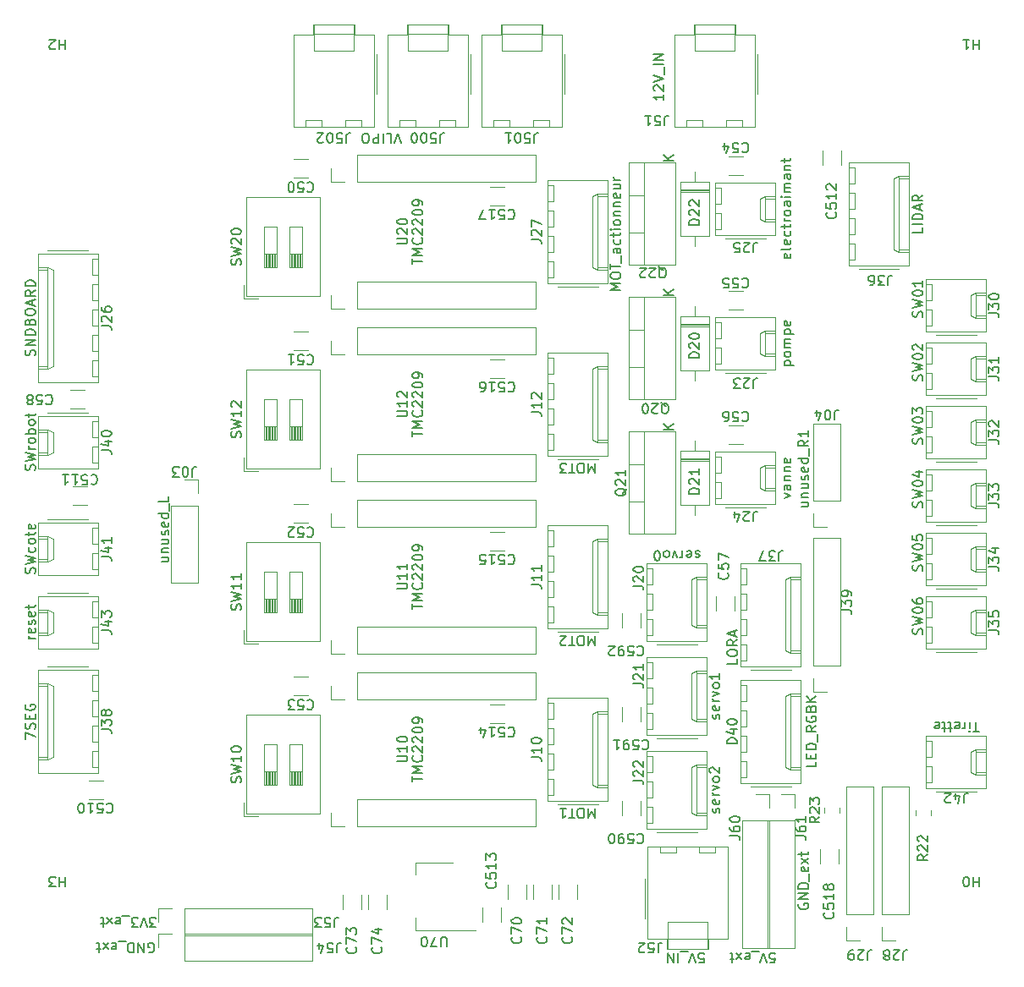
<source format=gbr>
%TF.GenerationSoftware,KiCad,Pcbnew,6.0.4-6f826c9f35~116~ubuntu21.10.1*%
%TF.CreationDate,2022-04-20T19:24:38+02:00*%
%TF.ProjectId,Interco_nucleo_4couches,496e7465-7263-46f5-9f6e-75636c656f5f,rev?*%
%TF.SameCoordinates,Original*%
%TF.FileFunction,Legend,Top*%
%TF.FilePolarity,Positive*%
%FSLAX46Y46*%
G04 Gerber Fmt 4.6, Leading zero omitted, Abs format (unit mm)*
G04 Created by KiCad (PCBNEW 6.0.4-6f826c9f35~116~ubuntu21.10.1) date 2022-04-20 19:24:38*
%MOMM*%
%LPD*%
G01*
G04 APERTURE LIST*
%ADD10C,0.150000*%
%ADD11C,0.120000*%
G04 APERTURE END LIST*
D10*
%TO.C,J54*%
X65833523Y-132373619D02*
X65833523Y-131659333D01*
X65881142Y-131516476D01*
X65976380Y-131421238D01*
X66119238Y-131373619D01*
X66214476Y-131373619D01*
X64881142Y-132373619D02*
X65357333Y-132373619D01*
X65404952Y-131897428D01*
X65357333Y-131945047D01*
X65262095Y-131992666D01*
X65024000Y-131992666D01*
X64928761Y-131945047D01*
X64881142Y-131897428D01*
X64833523Y-131802190D01*
X64833523Y-131564095D01*
X64881142Y-131468857D01*
X64928761Y-131421238D01*
X65024000Y-131373619D01*
X65262095Y-131373619D01*
X65357333Y-131421238D01*
X65404952Y-131468857D01*
X63976380Y-132040285D02*
X63976380Y-131373619D01*
X64214476Y-132421238D02*
X64452571Y-131706952D01*
X63833523Y-131706952D01*
X46965904Y-132326000D02*
X47061142Y-132373619D01*
X47204000Y-132373619D01*
X47346857Y-132326000D01*
X47442095Y-132230761D01*
X47489714Y-132135523D01*
X47537333Y-131945047D01*
X47537333Y-131802190D01*
X47489714Y-131611714D01*
X47442095Y-131516476D01*
X47346857Y-131421238D01*
X47204000Y-131373619D01*
X47108761Y-131373619D01*
X46965904Y-131421238D01*
X46918285Y-131468857D01*
X46918285Y-131802190D01*
X47108761Y-131802190D01*
X46489714Y-131373619D02*
X46489714Y-132373619D01*
X45918285Y-131373619D01*
X45918285Y-132373619D01*
X45442095Y-131373619D02*
X45442095Y-132373619D01*
X45204000Y-132373619D01*
X45061142Y-132326000D01*
X44965904Y-132230761D01*
X44918285Y-132135523D01*
X44870666Y-131945047D01*
X44870666Y-131802190D01*
X44918285Y-131611714D01*
X44965904Y-131516476D01*
X45061142Y-131421238D01*
X45204000Y-131373619D01*
X45442095Y-131373619D01*
X44680190Y-131278380D02*
X43918285Y-131278380D01*
X43299238Y-131421238D02*
X43394476Y-131373619D01*
X43584952Y-131373619D01*
X43680190Y-131421238D01*
X43727809Y-131516476D01*
X43727809Y-131897428D01*
X43680190Y-131992666D01*
X43584952Y-132040285D01*
X43394476Y-132040285D01*
X43299238Y-131992666D01*
X43251619Y-131897428D01*
X43251619Y-131802190D01*
X43727809Y-131706952D01*
X42918285Y-131373619D02*
X42394476Y-132040285D01*
X42918285Y-132040285D02*
X42394476Y-131373619D01*
X42156380Y-132040285D02*
X41775428Y-132040285D01*
X42013523Y-132373619D02*
X42013523Y-131516476D01*
X41965904Y-131421238D01*
X41870666Y-131373619D01*
X41775428Y-131373619D01*
%TO.C,J53*%
X65579523Y-129833619D02*
X65579523Y-129119333D01*
X65627142Y-128976476D01*
X65722380Y-128881238D01*
X65865238Y-128833619D01*
X65960476Y-128833619D01*
X64627142Y-129833619D02*
X65103333Y-129833619D01*
X65150952Y-129357428D01*
X65103333Y-129405047D01*
X65008095Y-129452666D01*
X64770000Y-129452666D01*
X64674761Y-129405047D01*
X64627142Y-129357428D01*
X64579523Y-129262190D01*
X64579523Y-129024095D01*
X64627142Y-128928857D01*
X64674761Y-128881238D01*
X64770000Y-128833619D01*
X65008095Y-128833619D01*
X65103333Y-128881238D01*
X65150952Y-128928857D01*
X64246190Y-129833619D02*
X63627142Y-129833619D01*
X63960476Y-129452666D01*
X63817619Y-129452666D01*
X63722380Y-129405047D01*
X63674761Y-129357428D01*
X63627142Y-129262190D01*
X63627142Y-129024095D01*
X63674761Y-128928857D01*
X63722380Y-128881238D01*
X63817619Y-128833619D01*
X64103333Y-128833619D01*
X64198571Y-128881238D01*
X64246190Y-128928857D01*
X47696095Y-129833619D02*
X47077047Y-129833619D01*
X47410380Y-129452666D01*
X47267523Y-129452666D01*
X47172285Y-129405047D01*
X47124666Y-129357428D01*
X47077047Y-129262190D01*
X47077047Y-129024095D01*
X47124666Y-128928857D01*
X47172285Y-128881238D01*
X47267523Y-128833619D01*
X47553238Y-128833619D01*
X47648476Y-128881238D01*
X47696095Y-128928857D01*
X46791333Y-129833619D02*
X46458000Y-128833619D01*
X46124666Y-129833619D01*
X45886571Y-129833619D02*
X45267523Y-129833619D01*
X45600857Y-129452666D01*
X45458000Y-129452666D01*
X45362761Y-129405047D01*
X45315142Y-129357428D01*
X45267523Y-129262190D01*
X45267523Y-129024095D01*
X45315142Y-128928857D01*
X45362761Y-128881238D01*
X45458000Y-128833619D01*
X45743714Y-128833619D01*
X45838952Y-128881238D01*
X45886571Y-128928857D01*
X45077047Y-128738380D02*
X44315142Y-128738380D01*
X43696095Y-128881238D02*
X43791333Y-128833619D01*
X43981809Y-128833619D01*
X44077047Y-128881238D01*
X44124666Y-128976476D01*
X44124666Y-129357428D01*
X44077047Y-129452666D01*
X43981809Y-129500285D01*
X43791333Y-129500285D01*
X43696095Y-129452666D01*
X43648476Y-129357428D01*
X43648476Y-129262190D01*
X44124666Y-129166952D01*
X43315142Y-128833619D02*
X42791333Y-129500285D01*
X43315142Y-129500285D02*
X42791333Y-128833619D01*
X42553238Y-129500285D02*
X42172285Y-129500285D01*
X42410380Y-129833619D02*
X42410380Y-128976476D01*
X42362761Y-128881238D01*
X42267523Y-128833619D01*
X42172285Y-128833619D01*
%TO.C,C74*%
X70207142Y-131833857D02*
X70254761Y-131881476D01*
X70302380Y-132024333D01*
X70302380Y-132119571D01*
X70254761Y-132262428D01*
X70159523Y-132357666D01*
X70064285Y-132405285D01*
X69873809Y-132452904D01*
X69730952Y-132452904D01*
X69540476Y-132405285D01*
X69445238Y-132357666D01*
X69350000Y-132262428D01*
X69302380Y-132119571D01*
X69302380Y-132024333D01*
X69350000Y-131881476D01*
X69397619Y-131833857D01*
X69302380Y-131500523D02*
X69302380Y-130833857D01*
X70302380Y-131262428D01*
X69635714Y-130024333D02*
X70302380Y-130024333D01*
X69254761Y-130262428D02*
X69969047Y-130500523D01*
X69969047Y-129881476D01*
%TO.C,J28*%
X122475523Y-133111619D02*
X122475523Y-132397333D01*
X122523142Y-132254476D01*
X122618380Y-132159238D01*
X122761238Y-132111619D01*
X122856476Y-132111619D01*
X122046952Y-133016380D02*
X121999333Y-133064000D01*
X121904095Y-133111619D01*
X121666000Y-133111619D01*
X121570761Y-133064000D01*
X121523142Y-133016380D01*
X121475523Y-132921142D01*
X121475523Y-132825904D01*
X121523142Y-132683047D01*
X122094571Y-132111619D01*
X121475523Y-132111619D01*
X120904095Y-132683047D02*
X120999333Y-132730666D01*
X121046952Y-132778285D01*
X121094571Y-132873523D01*
X121094571Y-132921142D01*
X121046952Y-133016380D01*
X120999333Y-133064000D01*
X120904095Y-133111619D01*
X120713619Y-133111619D01*
X120618380Y-133064000D01*
X120570761Y-133016380D01*
X120523142Y-132921142D01*
X120523142Y-132873523D01*
X120570761Y-132778285D01*
X120618380Y-132730666D01*
X120713619Y-132683047D01*
X120904095Y-132683047D01*
X120999333Y-132635428D01*
X121046952Y-132587809D01*
X121094571Y-132492571D01*
X121094571Y-132302095D01*
X121046952Y-132206857D01*
X120999333Y-132159238D01*
X120904095Y-132111619D01*
X120713619Y-132111619D01*
X120618380Y-132159238D01*
X120570761Y-132206857D01*
X120523142Y-132302095D01*
X120523142Y-132492571D01*
X120570761Y-132587809D01*
X120618380Y-132635428D01*
X120713619Y-132683047D01*
%TO.C,U12*%
X71842380Y-78708095D02*
X72651904Y-78708095D01*
X72747142Y-78660476D01*
X72794761Y-78612857D01*
X72842380Y-78517619D01*
X72842380Y-78327142D01*
X72794761Y-78231904D01*
X72747142Y-78184285D01*
X72651904Y-78136666D01*
X71842380Y-78136666D01*
X72842380Y-77136666D02*
X72842380Y-77708095D01*
X72842380Y-77422380D02*
X71842380Y-77422380D01*
X71985238Y-77517619D01*
X72080476Y-77612857D01*
X72128095Y-77708095D01*
X71937619Y-76755714D02*
X71890000Y-76708095D01*
X71842380Y-76612857D01*
X71842380Y-76374761D01*
X71890000Y-76279523D01*
X71937619Y-76231904D01*
X72032857Y-76184285D01*
X72128095Y-76184285D01*
X72270952Y-76231904D01*
X72842380Y-76803333D01*
X72842380Y-76184285D01*
X73366380Y-80731904D02*
X73366380Y-80160476D01*
X74366380Y-80446190D02*
X73366380Y-80446190D01*
X74366380Y-79827142D02*
X73366380Y-79827142D01*
X74080666Y-79493809D01*
X73366380Y-79160476D01*
X74366380Y-79160476D01*
X74271142Y-78112857D02*
X74318761Y-78160476D01*
X74366380Y-78303333D01*
X74366380Y-78398571D01*
X74318761Y-78541428D01*
X74223523Y-78636666D01*
X74128285Y-78684285D01*
X73937809Y-78731904D01*
X73794952Y-78731904D01*
X73604476Y-78684285D01*
X73509238Y-78636666D01*
X73414000Y-78541428D01*
X73366380Y-78398571D01*
X73366380Y-78303333D01*
X73414000Y-78160476D01*
X73461619Y-78112857D01*
X73461619Y-77731904D02*
X73414000Y-77684285D01*
X73366380Y-77589047D01*
X73366380Y-77350952D01*
X73414000Y-77255714D01*
X73461619Y-77208095D01*
X73556857Y-77160476D01*
X73652095Y-77160476D01*
X73794952Y-77208095D01*
X74366380Y-77779523D01*
X74366380Y-77160476D01*
X73461619Y-76779523D02*
X73414000Y-76731904D01*
X73366380Y-76636666D01*
X73366380Y-76398571D01*
X73414000Y-76303333D01*
X73461619Y-76255714D01*
X73556857Y-76208095D01*
X73652095Y-76208095D01*
X73794952Y-76255714D01*
X74366380Y-76827142D01*
X74366380Y-76208095D01*
X73366380Y-75589047D02*
X73366380Y-75493809D01*
X73414000Y-75398571D01*
X73461619Y-75350952D01*
X73556857Y-75303333D01*
X73747333Y-75255714D01*
X73985428Y-75255714D01*
X74175904Y-75303333D01*
X74271142Y-75350952D01*
X74318761Y-75398571D01*
X74366380Y-75493809D01*
X74366380Y-75589047D01*
X74318761Y-75684285D01*
X74271142Y-75731904D01*
X74175904Y-75779523D01*
X73985428Y-75827142D01*
X73747333Y-75827142D01*
X73556857Y-75779523D01*
X73461619Y-75731904D01*
X73414000Y-75684285D01*
X73366380Y-75589047D01*
X74366380Y-74779523D02*
X74366380Y-74589047D01*
X74318761Y-74493809D01*
X74271142Y-74446190D01*
X74128285Y-74350952D01*
X73937809Y-74303333D01*
X73556857Y-74303333D01*
X73461619Y-74350952D01*
X73414000Y-74398571D01*
X73366380Y-74493809D01*
X73366380Y-74684285D01*
X73414000Y-74779523D01*
X73461619Y-74827142D01*
X73556857Y-74874761D01*
X73794952Y-74874761D01*
X73890190Y-74827142D01*
X73937809Y-74779523D01*
X73985428Y-74684285D01*
X73985428Y-74493809D01*
X73937809Y-74398571D01*
X73890190Y-74350952D01*
X73794952Y-74303333D01*
%TO.C,C515*%
X82945547Y-92606857D02*
X82993166Y-92559238D01*
X83136023Y-92511619D01*
X83231261Y-92511619D01*
X83374119Y-92559238D01*
X83469357Y-92654476D01*
X83516976Y-92749714D01*
X83564595Y-92940190D01*
X83564595Y-93083047D01*
X83516976Y-93273523D01*
X83469357Y-93368761D01*
X83374119Y-93464000D01*
X83231261Y-93511619D01*
X83136023Y-93511619D01*
X82993166Y-93464000D01*
X82945547Y-93416380D01*
X82040785Y-93511619D02*
X82516976Y-93511619D01*
X82564595Y-93035428D01*
X82516976Y-93083047D01*
X82421738Y-93130666D01*
X82183642Y-93130666D01*
X82088404Y-93083047D01*
X82040785Y-93035428D01*
X81993166Y-92940190D01*
X81993166Y-92702095D01*
X82040785Y-92606857D01*
X82088404Y-92559238D01*
X82183642Y-92511619D01*
X82421738Y-92511619D01*
X82516976Y-92559238D01*
X82564595Y-92606857D01*
X81040785Y-92511619D02*
X81612214Y-92511619D01*
X81326500Y-92511619D02*
X81326500Y-93511619D01*
X81421738Y-93368761D01*
X81516976Y-93273523D01*
X81612214Y-93225904D01*
X80136023Y-93511619D02*
X80612214Y-93511619D01*
X80659833Y-93035428D01*
X80612214Y-93083047D01*
X80516976Y-93130666D01*
X80278880Y-93130666D01*
X80183642Y-93083047D01*
X80136023Y-93035428D01*
X80088404Y-92940190D01*
X80088404Y-92702095D01*
X80136023Y-92606857D01*
X80183642Y-92559238D01*
X80278880Y-92511619D01*
X80516976Y-92511619D01*
X80612214Y-92559238D01*
X80659833Y-92606857D01*
%TO.C,C52*%
X62834357Y-89884857D02*
X62881976Y-89837238D01*
X63024833Y-89789619D01*
X63120071Y-89789619D01*
X63262928Y-89837238D01*
X63358166Y-89932476D01*
X63405785Y-90027714D01*
X63453404Y-90218190D01*
X63453404Y-90361047D01*
X63405785Y-90551523D01*
X63358166Y-90646761D01*
X63262928Y-90742000D01*
X63120071Y-90789619D01*
X63024833Y-90789619D01*
X62881976Y-90742000D01*
X62834357Y-90694380D01*
X61929595Y-90789619D02*
X62405785Y-90789619D01*
X62453404Y-90313428D01*
X62405785Y-90361047D01*
X62310547Y-90408666D01*
X62072452Y-90408666D01*
X61977214Y-90361047D01*
X61929595Y-90313428D01*
X61881976Y-90218190D01*
X61881976Y-89980095D01*
X61929595Y-89884857D01*
X61977214Y-89837238D01*
X62072452Y-89789619D01*
X62310547Y-89789619D01*
X62405785Y-89837238D01*
X62453404Y-89884857D01*
X61501023Y-90694380D02*
X61453404Y-90742000D01*
X61358166Y-90789619D01*
X61120071Y-90789619D01*
X61024833Y-90742000D01*
X60977214Y-90694380D01*
X60929595Y-90599142D01*
X60929595Y-90503904D01*
X60977214Y-90361047D01*
X61548642Y-89789619D01*
X60929595Y-89789619D01*
%TO.C,J34*%
X131024380Y-93773523D02*
X131738666Y-93773523D01*
X131881523Y-93821142D01*
X131976761Y-93916380D01*
X132024380Y-94059238D01*
X132024380Y-94154476D01*
X131024380Y-93392571D02*
X131024380Y-92773523D01*
X131405333Y-93106857D01*
X131405333Y-92964000D01*
X131452952Y-92868761D01*
X131500571Y-92821142D01*
X131595809Y-92773523D01*
X131833904Y-92773523D01*
X131929142Y-92821142D01*
X131976761Y-92868761D01*
X132024380Y-92964000D01*
X132024380Y-93249714D01*
X131976761Y-93344952D01*
X131929142Y-93392571D01*
X131357714Y-91916380D02*
X132024380Y-91916380D01*
X130976761Y-92154476D02*
X131691047Y-92392571D01*
X131691047Y-91773523D01*
X124356761Y-94138523D02*
X124404380Y-93995666D01*
X124404380Y-93757571D01*
X124356761Y-93662333D01*
X124309142Y-93614714D01*
X124213904Y-93567095D01*
X124118666Y-93567095D01*
X124023428Y-93614714D01*
X123975809Y-93662333D01*
X123928190Y-93757571D01*
X123880571Y-93948047D01*
X123832952Y-94043285D01*
X123785333Y-94090904D01*
X123690095Y-94138523D01*
X123594857Y-94138523D01*
X123499619Y-94090904D01*
X123452000Y-94043285D01*
X123404380Y-93948047D01*
X123404380Y-93709952D01*
X123452000Y-93567095D01*
X123404380Y-93233761D02*
X124404380Y-92995666D01*
X123690095Y-92805190D01*
X124404380Y-92614714D01*
X123404380Y-92376619D01*
X123404380Y-91805190D02*
X123404380Y-91709952D01*
X123452000Y-91614714D01*
X123499619Y-91567095D01*
X123594857Y-91519476D01*
X123785333Y-91471857D01*
X124023428Y-91471857D01*
X124213904Y-91519476D01*
X124309142Y-91567095D01*
X124356761Y-91614714D01*
X124404380Y-91709952D01*
X124404380Y-91805190D01*
X124356761Y-91900428D01*
X124309142Y-91948047D01*
X124213904Y-91995666D01*
X124023428Y-92043285D01*
X123785333Y-92043285D01*
X123594857Y-91995666D01*
X123499619Y-91948047D01*
X123452000Y-91900428D01*
X123404380Y-91805190D01*
X123404380Y-90567095D02*
X123404380Y-91043285D01*
X123880571Y-91090904D01*
X123832952Y-91043285D01*
X123785333Y-90948047D01*
X123785333Y-90709952D01*
X123832952Y-90614714D01*
X123880571Y-90567095D01*
X123975809Y-90519476D01*
X124213904Y-90519476D01*
X124309142Y-90567095D01*
X124356761Y-90614714D01*
X124404380Y-90709952D01*
X124404380Y-90948047D01*
X124356761Y-91043285D01*
X124309142Y-91090904D01*
%TO.C,J41*%
X42231380Y-92757523D02*
X42945666Y-92757523D01*
X43088523Y-92805142D01*
X43183761Y-92900380D01*
X43231380Y-93043238D01*
X43231380Y-93138476D01*
X42564714Y-91852761D02*
X43231380Y-91852761D01*
X42183761Y-92090857D02*
X42898047Y-92328952D01*
X42898047Y-91709904D01*
X43231380Y-90805142D02*
X43231380Y-91376571D01*
X43231380Y-91090857D02*
X42231380Y-91090857D01*
X42374238Y-91186095D01*
X42469476Y-91281333D01*
X42517095Y-91376571D01*
X35563761Y-94397880D02*
X35611380Y-94255023D01*
X35611380Y-94016928D01*
X35563761Y-93921690D01*
X35516142Y-93874071D01*
X35420904Y-93826452D01*
X35325666Y-93826452D01*
X35230428Y-93874071D01*
X35182809Y-93921690D01*
X35135190Y-94016928D01*
X35087571Y-94207404D01*
X35039952Y-94302642D01*
X34992333Y-94350261D01*
X34897095Y-94397880D01*
X34801857Y-94397880D01*
X34706619Y-94350261D01*
X34659000Y-94302642D01*
X34611380Y-94207404D01*
X34611380Y-93969309D01*
X34659000Y-93826452D01*
X34611380Y-93493119D02*
X35611380Y-93255023D01*
X34897095Y-93064547D01*
X35611380Y-92874071D01*
X34611380Y-92635976D01*
X35563761Y-91826452D02*
X35611380Y-91921690D01*
X35611380Y-92112166D01*
X35563761Y-92207404D01*
X35516142Y-92255023D01*
X35420904Y-92302642D01*
X35135190Y-92302642D01*
X35039952Y-92255023D01*
X34992333Y-92207404D01*
X34944714Y-92112166D01*
X34944714Y-91921690D01*
X34992333Y-91826452D01*
X35611380Y-91255023D02*
X35563761Y-91350261D01*
X35516142Y-91397880D01*
X35420904Y-91445500D01*
X35135190Y-91445500D01*
X35039952Y-91397880D01*
X34992333Y-91350261D01*
X34944714Y-91255023D01*
X34944714Y-91112166D01*
X34992333Y-91016928D01*
X35039952Y-90969309D01*
X35135190Y-90921690D01*
X35420904Y-90921690D01*
X35516142Y-90969309D01*
X35563761Y-91016928D01*
X35611380Y-91112166D01*
X35611380Y-91255023D01*
X34944714Y-90635976D02*
X34944714Y-90255023D01*
X34611380Y-90493119D02*
X35468523Y-90493119D01*
X35563761Y-90445500D01*
X35611380Y-90350261D01*
X35611380Y-90255023D01*
X35563761Y-89540738D02*
X35611380Y-89635976D01*
X35611380Y-89826452D01*
X35563761Y-89921690D01*
X35468523Y-89969309D01*
X35087571Y-89969309D01*
X34992333Y-89921690D01*
X34944714Y-89826452D01*
X34944714Y-89635976D01*
X34992333Y-89540738D01*
X35087571Y-89493119D01*
X35182809Y-89493119D01*
X35278047Y-89969309D01*
%TO.C,J52*%
X97941523Y-132373619D02*
X97941523Y-131659333D01*
X97989142Y-131516476D01*
X98084380Y-131421238D01*
X98227238Y-131373619D01*
X98322476Y-131373619D01*
X96989142Y-132373619D02*
X97465333Y-132373619D01*
X97512952Y-131897428D01*
X97465333Y-131945047D01*
X97370095Y-131992666D01*
X97132000Y-131992666D01*
X97036761Y-131945047D01*
X96989142Y-131897428D01*
X96941523Y-131802190D01*
X96941523Y-131564095D01*
X96989142Y-131468857D01*
X97036761Y-131421238D01*
X97132000Y-131373619D01*
X97370095Y-131373619D01*
X97465333Y-131421238D01*
X97512952Y-131468857D01*
X96560571Y-132278380D02*
X96512952Y-132326000D01*
X96417714Y-132373619D01*
X96179619Y-132373619D01*
X96084380Y-132326000D01*
X96036761Y-132278380D01*
X95989142Y-132183142D01*
X95989142Y-132087904D01*
X96036761Y-131945047D01*
X96608190Y-131373619D01*
X95989142Y-131373619D01*
X102021333Y-133389619D02*
X102497523Y-133389619D01*
X102545142Y-132913428D01*
X102497523Y-132961047D01*
X102402285Y-133008666D01*
X102164190Y-133008666D01*
X102068952Y-132961047D01*
X102021333Y-132913428D01*
X101973714Y-132818190D01*
X101973714Y-132580095D01*
X102021333Y-132484857D01*
X102068952Y-132437238D01*
X102164190Y-132389619D01*
X102402285Y-132389619D01*
X102497523Y-132437238D01*
X102545142Y-132484857D01*
X101688000Y-133389619D02*
X101354666Y-132389619D01*
X101021333Y-133389619D01*
X100926095Y-132294380D02*
X100164190Y-132294380D01*
X99926095Y-132389619D02*
X99926095Y-133389619D01*
X99449904Y-132389619D02*
X99449904Y-133389619D01*
X98878476Y-132389619D01*
X98878476Y-133389619D01*
%TO.C,D22*%
X102052380Y-59507285D02*
X101052380Y-59507285D01*
X101052380Y-59269190D01*
X101100000Y-59126333D01*
X101195238Y-59031095D01*
X101290476Y-58983476D01*
X101480952Y-58935857D01*
X101623809Y-58935857D01*
X101814285Y-58983476D01*
X101909523Y-59031095D01*
X102004761Y-59126333D01*
X102052380Y-59269190D01*
X102052380Y-59507285D01*
X101147619Y-58554904D02*
X101100000Y-58507285D01*
X101052380Y-58412047D01*
X101052380Y-58173952D01*
X101100000Y-58078714D01*
X101147619Y-58031095D01*
X101242857Y-57983476D01*
X101338095Y-57983476D01*
X101480952Y-58031095D01*
X102052380Y-58602523D01*
X102052380Y-57983476D01*
X101147619Y-57602523D02*
X101100000Y-57554904D01*
X101052380Y-57459666D01*
X101052380Y-57221571D01*
X101100000Y-57126333D01*
X101147619Y-57078714D01*
X101242857Y-57031095D01*
X101338095Y-57031095D01*
X101480952Y-57078714D01*
X102052380Y-57650142D01*
X102052380Y-57031095D01*
X99512380Y-53093904D02*
X98512380Y-53093904D01*
X99512380Y-52522476D02*
X98940952Y-52951047D01*
X98512380Y-52522476D02*
X99083809Y-53093904D01*
%TO.C,J12*%
X85248380Y-78279523D02*
X85962666Y-78279523D01*
X86105523Y-78327142D01*
X86200761Y-78422380D01*
X86248380Y-78565238D01*
X86248380Y-78660476D01*
X86248380Y-77279523D02*
X86248380Y-77850952D01*
X86248380Y-77565238D02*
X85248380Y-77565238D01*
X85391238Y-77660476D01*
X85486476Y-77755714D01*
X85534095Y-77850952D01*
X85343619Y-76898571D02*
X85296000Y-76850952D01*
X85248380Y-76755714D01*
X85248380Y-76517619D01*
X85296000Y-76422380D01*
X85343619Y-76374761D01*
X85438857Y-76327142D01*
X85534095Y-76327142D01*
X85676952Y-76374761D01*
X86248380Y-76946190D01*
X86248380Y-76327142D01*
X91630285Y-83367619D02*
X91630285Y-84367619D01*
X91296952Y-83653333D01*
X90963619Y-84367619D01*
X90963619Y-83367619D01*
X90296952Y-84367619D02*
X90106476Y-84367619D01*
X90011238Y-84320000D01*
X89916000Y-84224761D01*
X89868380Y-84034285D01*
X89868380Y-83700952D01*
X89916000Y-83510476D01*
X90011238Y-83415238D01*
X90106476Y-83367619D01*
X90296952Y-83367619D01*
X90392190Y-83415238D01*
X90487428Y-83510476D01*
X90535047Y-83700952D01*
X90535047Y-84034285D01*
X90487428Y-84224761D01*
X90392190Y-84320000D01*
X90296952Y-84367619D01*
X89582666Y-84367619D02*
X89011238Y-84367619D01*
X89296952Y-83367619D02*
X89296952Y-84367619D01*
X88773142Y-84367619D02*
X88154095Y-84367619D01*
X88487428Y-83986666D01*
X88344571Y-83986666D01*
X88249333Y-83939047D01*
X88201714Y-83891428D01*
X88154095Y-83796190D01*
X88154095Y-83558095D01*
X88201714Y-83462857D01*
X88249333Y-83415238D01*
X88344571Y-83367619D01*
X88630285Y-83367619D01*
X88725523Y-83415238D01*
X88773142Y-83462857D01*
%TO.C,SW20*%
X56166761Y-63531523D02*
X56214380Y-63388666D01*
X56214380Y-63150571D01*
X56166761Y-63055333D01*
X56119142Y-63007714D01*
X56023904Y-62960095D01*
X55928666Y-62960095D01*
X55833428Y-63007714D01*
X55785809Y-63055333D01*
X55738190Y-63150571D01*
X55690571Y-63341047D01*
X55642952Y-63436285D01*
X55595333Y-63483904D01*
X55500095Y-63531523D01*
X55404857Y-63531523D01*
X55309619Y-63483904D01*
X55262000Y-63436285D01*
X55214380Y-63341047D01*
X55214380Y-63102952D01*
X55262000Y-62960095D01*
X55214380Y-62626761D02*
X56214380Y-62388666D01*
X55500095Y-62198190D01*
X56214380Y-62007714D01*
X55214380Y-61769619D01*
X55309619Y-61436285D02*
X55262000Y-61388666D01*
X55214380Y-61293428D01*
X55214380Y-61055333D01*
X55262000Y-60960095D01*
X55309619Y-60912476D01*
X55404857Y-60864857D01*
X55500095Y-60864857D01*
X55642952Y-60912476D01*
X56214380Y-61483904D01*
X56214380Y-60864857D01*
X55214380Y-60245809D02*
X55214380Y-60150571D01*
X55262000Y-60055333D01*
X55309619Y-60007714D01*
X55404857Y-59960095D01*
X55595333Y-59912476D01*
X55833428Y-59912476D01*
X56023904Y-59960095D01*
X56119142Y-60007714D01*
X56166761Y-60055333D01*
X56214380Y-60150571D01*
X56214380Y-60245809D01*
X56166761Y-60341047D01*
X56119142Y-60388666D01*
X56023904Y-60436285D01*
X55833428Y-60483904D01*
X55595333Y-60483904D01*
X55404857Y-60436285D01*
X55309619Y-60388666D01*
X55262000Y-60341047D01*
X55214380Y-60245809D01*
%TO.C,D20*%
X102052380Y-72842285D02*
X101052380Y-72842285D01*
X101052380Y-72604190D01*
X101100000Y-72461333D01*
X101195238Y-72366095D01*
X101290476Y-72318476D01*
X101480952Y-72270857D01*
X101623809Y-72270857D01*
X101814285Y-72318476D01*
X101909523Y-72366095D01*
X102004761Y-72461333D01*
X102052380Y-72604190D01*
X102052380Y-72842285D01*
X101147619Y-71889904D02*
X101100000Y-71842285D01*
X101052380Y-71747047D01*
X101052380Y-71508952D01*
X101100000Y-71413714D01*
X101147619Y-71366095D01*
X101242857Y-71318476D01*
X101338095Y-71318476D01*
X101480952Y-71366095D01*
X102052380Y-71937523D01*
X102052380Y-71318476D01*
X101052380Y-70699428D02*
X101052380Y-70604190D01*
X101100000Y-70508952D01*
X101147619Y-70461333D01*
X101242857Y-70413714D01*
X101433333Y-70366095D01*
X101671428Y-70366095D01*
X101861904Y-70413714D01*
X101957142Y-70461333D01*
X102004761Y-70508952D01*
X102052380Y-70604190D01*
X102052380Y-70699428D01*
X102004761Y-70794666D01*
X101957142Y-70842285D01*
X101861904Y-70889904D01*
X101671428Y-70937523D01*
X101433333Y-70937523D01*
X101242857Y-70889904D01*
X101147619Y-70842285D01*
X101100000Y-70794666D01*
X101052380Y-70699428D01*
X99512380Y-66555904D02*
X98512380Y-66555904D01*
X99512380Y-65984476D02*
X98940952Y-66413047D01*
X98512380Y-65984476D02*
X99083809Y-66555904D01*
%TO.C,C513*%
X81637142Y-125325047D02*
X81684761Y-125372666D01*
X81732380Y-125515523D01*
X81732380Y-125610761D01*
X81684761Y-125753619D01*
X81589523Y-125848857D01*
X81494285Y-125896476D01*
X81303809Y-125944095D01*
X81160952Y-125944095D01*
X80970476Y-125896476D01*
X80875238Y-125848857D01*
X80780000Y-125753619D01*
X80732380Y-125610761D01*
X80732380Y-125515523D01*
X80780000Y-125372666D01*
X80827619Y-125325047D01*
X80732380Y-124420285D02*
X80732380Y-124896476D01*
X81208571Y-124944095D01*
X81160952Y-124896476D01*
X81113333Y-124801238D01*
X81113333Y-124563142D01*
X81160952Y-124467904D01*
X81208571Y-124420285D01*
X81303809Y-124372666D01*
X81541904Y-124372666D01*
X81637142Y-124420285D01*
X81684761Y-124467904D01*
X81732380Y-124563142D01*
X81732380Y-124801238D01*
X81684761Y-124896476D01*
X81637142Y-124944095D01*
X81732380Y-123420285D02*
X81732380Y-123991714D01*
X81732380Y-123706000D02*
X80732380Y-123706000D01*
X80875238Y-123801238D01*
X80970476Y-123896476D01*
X81018095Y-123991714D01*
X80732380Y-123086952D02*
X80732380Y-122467904D01*
X81113333Y-122801238D01*
X81113333Y-122658380D01*
X81160952Y-122563142D01*
X81208571Y-122515523D01*
X81303809Y-122467904D01*
X81541904Y-122467904D01*
X81637142Y-122515523D01*
X81684761Y-122563142D01*
X81732380Y-122658380D01*
X81732380Y-122944095D01*
X81684761Y-123039333D01*
X81637142Y-123086952D01*
%TO.C,J24*%
X107469523Y-89193619D02*
X107469523Y-88479333D01*
X107517142Y-88336476D01*
X107612380Y-88241238D01*
X107755238Y-88193619D01*
X107850476Y-88193619D01*
X107040952Y-89098380D02*
X106993333Y-89146000D01*
X106898095Y-89193619D01*
X106660000Y-89193619D01*
X106564761Y-89146000D01*
X106517142Y-89098380D01*
X106469523Y-89003142D01*
X106469523Y-88907904D01*
X106517142Y-88765047D01*
X107088571Y-88193619D01*
X106469523Y-88193619D01*
X105612380Y-88860285D02*
X105612380Y-88193619D01*
X105850476Y-89241238D02*
X106088571Y-88526952D01*
X105469523Y-88526952D01*
X110545714Y-86859809D02*
X111212380Y-86621714D01*
X110545714Y-86383619D01*
X111212380Y-85574095D02*
X110688571Y-85574095D01*
X110593333Y-85621714D01*
X110545714Y-85716952D01*
X110545714Y-85907428D01*
X110593333Y-86002666D01*
X111164761Y-85574095D02*
X111212380Y-85669333D01*
X111212380Y-85907428D01*
X111164761Y-86002666D01*
X111069523Y-86050285D01*
X110974285Y-86050285D01*
X110879047Y-86002666D01*
X110831428Y-85907428D01*
X110831428Y-85669333D01*
X110783809Y-85574095D01*
X110545714Y-85097904D02*
X111212380Y-85097904D01*
X110640952Y-85097904D02*
X110593333Y-85050285D01*
X110545714Y-84955047D01*
X110545714Y-84812190D01*
X110593333Y-84716952D01*
X110688571Y-84669333D01*
X111212380Y-84669333D01*
X110545714Y-84193142D02*
X111212380Y-84193142D01*
X110640952Y-84193142D02*
X110593333Y-84145523D01*
X110545714Y-84050285D01*
X110545714Y-83907428D01*
X110593333Y-83812190D01*
X110688571Y-83764571D01*
X111212380Y-83764571D01*
X111164761Y-82907428D02*
X111212380Y-83002666D01*
X111212380Y-83193142D01*
X111164761Y-83288380D01*
X111069523Y-83336000D01*
X110688571Y-83336000D01*
X110593333Y-83288380D01*
X110545714Y-83193142D01*
X110545714Y-83002666D01*
X110593333Y-82907428D01*
X110688571Y-82859809D01*
X110783809Y-82859809D01*
X110879047Y-83336000D01*
%TO.C,H2*%
X38607904Y-40949619D02*
X38607904Y-41949619D01*
X38607904Y-41473428D02*
X38036476Y-41473428D01*
X38036476Y-40949619D02*
X38036476Y-41949619D01*
X37607904Y-41854380D02*
X37560285Y-41902000D01*
X37465047Y-41949619D01*
X37226952Y-41949619D01*
X37131714Y-41902000D01*
X37084095Y-41854380D01*
X37036476Y-41759142D01*
X37036476Y-41663904D01*
X37084095Y-41521047D01*
X37655523Y-40949619D01*
X37036476Y-40949619D01*
%TO.C,C53*%
X62834357Y-107156857D02*
X62881976Y-107109238D01*
X63024833Y-107061619D01*
X63120071Y-107061619D01*
X63262928Y-107109238D01*
X63358166Y-107204476D01*
X63405785Y-107299714D01*
X63453404Y-107490190D01*
X63453404Y-107633047D01*
X63405785Y-107823523D01*
X63358166Y-107918761D01*
X63262928Y-108014000D01*
X63120071Y-108061619D01*
X63024833Y-108061619D01*
X62881976Y-108014000D01*
X62834357Y-107966380D01*
X61929595Y-108061619D02*
X62405785Y-108061619D01*
X62453404Y-107585428D01*
X62405785Y-107633047D01*
X62310547Y-107680666D01*
X62072452Y-107680666D01*
X61977214Y-107633047D01*
X61929595Y-107585428D01*
X61881976Y-107490190D01*
X61881976Y-107252095D01*
X61929595Y-107156857D01*
X61977214Y-107109238D01*
X62072452Y-107061619D01*
X62310547Y-107061619D01*
X62405785Y-107109238D01*
X62453404Y-107156857D01*
X61548642Y-108061619D02*
X60929595Y-108061619D01*
X61262928Y-107680666D01*
X61120071Y-107680666D01*
X61024833Y-107633047D01*
X60977214Y-107585428D01*
X60929595Y-107490190D01*
X60929595Y-107252095D01*
X60977214Y-107156857D01*
X61024833Y-107109238D01*
X61120071Y-107061619D01*
X61405785Y-107061619D01*
X61501023Y-107109238D01*
X61548642Y-107156857D01*
%TO.C,J43*%
X42231380Y-100123523D02*
X42945666Y-100123523D01*
X43088523Y-100171142D01*
X43183761Y-100266380D01*
X43231380Y-100409238D01*
X43231380Y-100504476D01*
X42564714Y-99218761D02*
X43231380Y-99218761D01*
X42183761Y-99456857D02*
X42898047Y-99694952D01*
X42898047Y-99075904D01*
X42231380Y-98790190D02*
X42231380Y-98171142D01*
X42612333Y-98504476D01*
X42612333Y-98361619D01*
X42659952Y-98266380D01*
X42707571Y-98218761D01*
X42802809Y-98171142D01*
X43040904Y-98171142D01*
X43136142Y-98218761D01*
X43183761Y-98266380D01*
X43231380Y-98361619D01*
X43231380Y-98647333D01*
X43183761Y-98742571D01*
X43136142Y-98790190D01*
X35611380Y-100933047D02*
X34944714Y-100933047D01*
X35135190Y-100933047D02*
X35039952Y-100885428D01*
X34992333Y-100837809D01*
X34944714Y-100742571D01*
X34944714Y-100647333D01*
X35563761Y-99933047D02*
X35611380Y-100028285D01*
X35611380Y-100218761D01*
X35563761Y-100314000D01*
X35468523Y-100361619D01*
X35087571Y-100361619D01*
X34992333Y-100314000D01*
X34944714Y-100218761D01*
X34944714Y-100028285D01*
X34992333Y-99933047D01*
X35087571Y-99885428D01*
X35182809Y-99885428D01*
X35278047Y-100361619D01*
X35563761Y-99504476D02*
X35611380Y-99409238D01*
X35611380Y-99218761D01*
X35563761Y-99123523D01*
X35468523Y-99075904D01*
X35420904Y-99075904D01*
X35325666Y-99123523D01*
X35278047Y-99218761D01*
X35278047Y-99361619D01*
X35230428Y-99456857D01*
X35135190Y-99504476D01*
X35087571Y-99504476D01*
X34992333Y-99456857D01*
X34944714Y-99361619D01*
X34944714Y-99218761D01*
X34992333Y-99123523D01*
X35563761Y-98266380D02*
X35611380Y-98361619D01*
X35611380Y-98552095D01*
X35563761Y-98647333D01*
X35468523Y-98694952D01*
X35087571Y-98694952D01*
X34992333Y-98647333D01*
X34944714Y-98552095D01*
X34944714Y-98361619D01*
X34992333Y-98266380D01*
X35087571Y-98218761D01*
X35182809Y-98218761D01*
X35278047Y-98694952D01*
X34944714Y-97933047D02*
X34944714Y-97552095D01*
X34611380Y-97790190D02*
X35468523Y-97790190D01*
X35563761Y-97742571D01*
X35611380Y-97647333D01*
X35611380Y-97552095D01*
%TO.C,H0*%
X130047904Y-124769619D02*
X130047904Y-125769619D01*
X130047904Y-125293428D02*
X129476476Y-125293428D01*
X129476476Y-124769619D02*
X129476476Y-125769619D01*
X128809809Y-125769619D02*
X128714571Y-125769619D01*
X128619333Y-125722000D01*
X128571714Y-125674380D01*
X128524095Y-125579142D01*
X128476476Y-125388666D01*
X128476476Y-125150571D01*
X128524095Y-124960095D01*
X128571714Y-124864857D01*
X128619333Y-124817238D01*
X128714571Y-124769619D01*
X128809809Y-124769619D01*
X128905047Y-124817238D01*
X128952666Y-124864857D01*
X129000285Y-124960095D01*
X129047904Y-125150571D01*
X129047904Y-125388666D01*
X129000285Y-125579142D01*
X128952666Y-125674380D01*
X128905047Y-125722000D01*
X128809809Y-125769619D01*
%TO.C,J29*%
X118919523Y-133111619D02*
X118919523Y-132397333D01*
X118967142Y-132254476D01*
X119062380Y-132159238D01*
X119205238Y-132111619D01*
X119300476Y-132111619D01*
X118490952Y-133016380D02*
X118443333Y-133064000D01*
X118348095Y-133111619D01*
X118110000Y-133111619D01*
X118014761Y-133064000D01*
X117967142Y-133016380D01*
X117919523Y-132921142D01*
X117919523Y-132825904D01*
X117967142Y-132683047D01*
X118538571Y-132111619D01*
X117919523Y-132111619D01*
X117443333Y-132111619D02*
X117252857Y-132111619D01*
X117157619Y-132159238D01*
X117110000Y-132206857D01*
X117014761Y-132349714D01*
X116967142Y-132540190D01*
X116967142Y-132921142D01*
X117014761Y-133016380D01*
X117062380Y-133064000D01*
X117157619Y-133111619D01*
X117348095Y-133111619D01*
X117443333Y-133064000D01*
X117490952Y-133016380D01*
X117538571Y-132921142D01*
X117538571Y-132683047D01*
X117490952Y-132587809D01*
X117443333Y-132540190D01*
X117348095Y-132492571D01*
X117157619Y-132492571D01*
X117062380Y-132540190D01*
X117014761Y-132587809D01*
X116967142Y-132683047D01*
%TO.C,C56*%
X106345357Y-78310857D02*
X106392976Y-78263238D01*
X106535833Y-78215619D01*
X106631071Y-78215619D01*
X106773928Y-78263238D01*
X106869166Y-78358476D01*
X106916785Y-78453714D01*
X106964404Y-78644190D01*
X106964404Y-78787047D01*
X106916785Y-78977523D01*
X106869166Y-79072761D01*
X106773928Y-79168000D01*
X106631071Y-79215619D01*
X106535833Y-79215619D01*
X106392976Y-79168000D01*
X106345357Y-79120380D01*
X105440595Y-79215619D02*
X105916785Y-79215619D01*
X105964404Y-78739428D01*
X105916785Y-78787047D01*
X105821547Y-78834666D01*
X105583452Y-78834666D01*
X105488214Y-78787047D01*
X105440595Y-78739428D01*
X105392976Y-78644190D01*
X105392976Y-78406095D01*
X105440595Y-78310857D01*
X105488214Y-78263238D01*
X105583452Y-78215619D01*
X105821547Y-78215619D01*
X105916785Y-78263238D01*
X105964404Y-78310857D01*
X104535833Y-79215619D02*
X104726309Y-79215619D01*
X104821547Y-79168000D01*
X104869166Y-79120380D01*
X104964404Y-78977523D01*
X105012023Y-78787047D01*
X105012023Y-78406095D01*
X104964404Y-78310857D01*
X104916785Y-78263238D01*
X104821547Y-78215619D01*
X104631071Y-78215619D01*
X104535833Y-78263238D01*
X104488214Y-78310857D01*
X104440595Y-78406095D01*
X104440595Y-78644190D01*
X104488214Y-78739428D01*
X104535833Y-78787047D01*
X104631071Y-78834666D01*
X104821547Y-78834666D01*
X104916785Y-78787047D01*
X104964404Y-78739428D01*
X105012023Y-78644190D01*
%TO.C,U70*%
X76778095Y-131793619D02*
X76778095Y-130984095D01*
X76730476Y-130888857D01*
X76682857Y-130841238D01*
X76587619Y-130793619D01*
X76397142Y-130793619D01*
X76301904Y-130841238D01*
X76254285Y-130888857D01*
X76206666Y-130984095D01*
X76206666Y-131793619D01*
X75825714Y-131793619D02*
X75159047Y-131793619D01*
X75587619Y-130793619D01*
X74587619Y-131793619D02*
X74492380Y-131793619D01*
X74397142Y-131746000D01*
X74349523Y-131698380D01*
X74301904Y-131603142D01*
X74254285Y-131412666D01*
X74254285Y-131174571D01*
X74301904Y-130984095D01*
X74349523Y-130888857D01*
X74397142Y-130841238D01*
X74492380Y-130793619D01*
X74587619Y-130793619D01*
X74682857Y-130841238D01*
X74730476Y-130888857D01*
X74778095Y-130984095D01*
X74825714Y-131174571D01*
X74825714Y-131412666D01*
X74778095Y-131603142D01*
X74730476Y-131698380D01*
X74682857Y-131746000D01*
X74587619Y-131793619D01*
%TO.C,J500*%
X76163714Y-51307619D02*
X76163714Y-50593333D01*
X76211333Y-50450476D01*
X76306571Y-50355238D01*
X76449428Y-50307619D01*
X76544666Y-50307619D01*
X75211333Y-51307619D02*
X75687523Y-51307619D01*
X75735142Y-50831428D01*
X75687523Y-50879047D01*
X75592285Y-50926666D01*
X75354190Y-50926666D01*
X75258952Y-50879047D01*
X75211333Y-50831428D01*
X75163714Y-50736190D01*
X75163714Y-50498095D01*
X75211333Y-50402857D01*
X75258952Y-50355238D01*
X75354190Y-50307619D01*
X75592285Y-50307619D01*
X75687523Y-50355238D01*
X75735142Y-50402857D01*
X74544666Y-51307619D02*
X74449428Y-51307619D01*
X74354190Y-51260000D01*
X74306571Y-51212380D01*
X74258952Y-51117142D01*
X74211333Y-50926666D01*
X74211333Y-50688571D01*
X74258952Y-50498095D01*
X74306571Y-50402857D01*
X74354190Y-50355238D01*
X74449428Y-50307619D01*
X74544666Y-50307619D01*
X74639904Y-50355238D01*
X74687523Y-50402857D01*
X74735142Y-50498095D01*
X74782761Y-50688571D01*
X74782761Y-50926666D01*
X74735142Y-51117142D01*
X74687523Y-51212380D01*
X74639904Y-51260000D01*
X74544666Y-51307619D01*
X73592285Y-51307619D02*
X73497047Y-51307619D01*
X73401809Y-51260000D01*
X73354190Y-51212380D01*
X73306571Y-51117142D01*
X73258952Y-50926666D01*
X73258952Y-50688571D01*
X73306571Y-50498095D01*
X73354190Y-50402857D01*
X73401809Y-50355238D01*
X73497047Y-50307619D01*
X73592285Y-50307619D01*
X73687523Y-50355238D01*
X73735142Y-50402857D01*
X73782761Y-50498095D01*
X73830380Y-50688571D01*
X73830380Y-50926666D01*
X73782761Y-51117142D01*
X73735142Y-51212380D01*
X73687523Y-51260000D01*
X73592285Y-51307619D01*
%TO.C,Q21*%
X94781619Y-85915428D02*
X94734000Y-86010666D01*
X94638761Y-86105904D01*
X94495904Y-86248761D01*
X94448285Y-86344000D01*
X94448285Y-86439238D01*
X94686380Y-86391619D02*
X94638761Y-86486857D01*
X94543523Y-86582095D01*
X94353047Y-86629714D01*
X94019714Y-86629714D01*
X93829238Y-86582095D01*
X93734000Y-86486857D01*
X93686380Y-86391619D01*
X93686380Y-86201142D01*
X93734000Y-86105904D01*
X93829238Y-86010666D01*
X94019714Y-85963047D01*
X94353047Y-85963047D01*
X94543523Y-86010666D01*
X94638761Y-86105904D01*
X94686380Y-86201142D01*
X94686380Y-86391619D01*
X93781619Y-85582095D02*
X93734000Y-85534476D01*
X93686380Y-85439238D01*
X93686380Y-85201142D01*
X93734000Y-85105904D01*
X93781619Y-85058285D01*
X93876857Y-85010666D01*
X93972095Y-85010666D01*
X94114952Y-85058285D01*
X94686380Y-85629714D01*
X94686380Y-85010666D01*
X94686380Y-84058285D02*
X94686380Y-84629714D01*
X94686380Y-84344000D02*
X93686380Y-84344000D01*
X93829238Y-84439238D01*
X93924476Y-84534476D01*
X93972095Y-84629714D01*
%TO.C,C58*%
X36710857Y-76604857D02*
X36758476Y-76557238D01*
X36901333Y-76509619D01*
X36996571Y-76509619D01*
X37139428Y-76557238D01*
X37234666Y-76652476D01*
X37282285Y-76747714D01*
X37329904Y-76938190D01*
X37329904Y-77081047D01*
X37282285Y-77271523D01*
X37234666Y-77366761D01*
X37139428Y-77462000D01*
X36996571Y-77509619D01*
X36901333Y-77509619D01*
X36758476Y-77462000D01*
X36710857Y-77414380D01*
X35806095Y-77509619D02*
X36282285Y-77509619D01*
X36329904Y-77033428D01*
X36282285Y-77081047D01*
X36187047Y-77128666D01*
X35948952Y-77128666D01*
X35853714Y-77081047D01*
X35806095Y-77033428D01*
X35758476Y-76938190D01*
X35758476Y-76700095D01*
X35806095Y-76604857D01*
X35853714Y-76557238D01*
X35948952Y-76509619D01*
X36187047Y-76509619D01*
X36282285Y-76557238D01*
X36329904Y-76604857D01*
X35187047Y-77081047D02*
X35282285Y-77128666D01*
X35329904Y-77176285D01*
X35377523Y-77271523D01*
X35377523Y-77319142D01*
X35329904Y-77414380D01*
X35282285Y-77462000D01*
X35187047Y-77509619D01*
X34996571Y-77509619D01*
X34901333Y-77462000D01*
X34853714Y-77414380D01*
X34806095Y-77319142D01*
X34806095Y-77271523D01*
X34853714Y-77176285D01*
X34901333Y-77128666D01*
X34996571Y-77081047D01*
X35187047Y-77081047D01*
X35282285Y-77033428D01*
X35329904Y-76985809D01*
X35377523Y-76890571D01*
X35377523Y-76700095D01*
X35329904Y-76604857D01*
X35282285Y-76557238D01*
X35187047Y-76509619D01*
X34996571Y-76509619D01*
X34901333Y-76557238D01*
X34853714Y-76604857D01*
X34806095Y-76700095D01*
X34806095Y-76890571D01*
X34853714Y-76985809D01*
X34901333Y-77033428D01*
X34996571Y-77081047D01*
%TO.C,C54*%
X106345357Y-51386857D02*
X106392976Y-51339238D01*
X106535833Y-51291619D01*
X106631071Y-51291619D01*
X106773928Y-51339238D01*
X106869166Y-51434476D01*
X106916785Y-51529714D01*
X106964404Y-51720190D01*
X106964404Y-51863047D01*
X106916785Y-52053523D01*
X106869166Y-52148761D01*
X106773928Y-52244000D01*
X106631071Y-52291619D01*
X106535833Y-52291619D01*
X106392976Y-52244000D01*
X106345357Y-52196380D01*
X105440595Y-52291619D02*
X105916785Y-52291619D01*
X105964404Y-51815428D01*
X105916785Y-51863047D01*
X105821547Y-51910666D01*
X105583452Y-51910666D01*
X105488214Y-51863047D01*
X105440595Y-51815428D01*
X105392976Y-51720190D01*
X105392976Y-51482095D01*
X105440595Y-51386857D01*
X105488214Y-51339238D01*
X105583452Y-51291619D01*
X105821547Y-51291619D01*
X105916785Y-51339238D01*
X105964404Y-51386857D01*
X104535833Y-51958285D02*
X104535833Y-51291619D01*
X104773928Y-52339238D02*
X105012023Y-51624952D01*
X104392976Y-51624952D01*
%TO.C,J22*%
X95464380Y-115147523D02*
X96178666Y-115147523D01*
X96321523Y-115195142D01*
X96416761Y-115290380D01*
X96464380Y-115433238D01*
X96464380Y-115528476D01*
X95559619Y-114718952D02*
X95512000Y-114671333D01*
X95464380Y-114576095D01*
X95464380Y-114338000D01*
X95512000Y-114242761D01*
X95559619Y-114195142D01*
X95654857Y-114147523D01*
X95750095Y-114147523D01*
X95892952Y-114195142D01*
X96464380Y-114766571D01*
X96464380Y-114147523D01*
X95559619Y-113766571D02*
X95512000Y-113718952D01*
X95464380Y-113623714D01*
X95464380Y-113385619D01*
X95512000Y-113290380D01*
X95559619Y-113242761D01*
X95654857Y-113195142D01*
X95750095Y-113195142D01*
X95892952Y-113242761D01*
X96464380Y-113814190D01*
X96464380Y-113195142D01*
X104036761Y-118339904D02*
X104084380Y-118244666D01*
X104084380Y-118054190D01*
X104036761Y-117958952D01*
X103941523Y-117911333D01*
X103893904Y-117911333D01*
X103798666Y-117958952D01*
X103751047Y-118054190D01*
X103751047Y-118197047D01*
X103703428Y-118292285D01*
X103608190Y-118339904D01*
X103560571Y-118339904D01*
X103465333Y-118292285D01*
X103417714Y-118197047D01*
X103417714Y-118054190D01*
X103465333Y-117958952D01*
X104036761Y-117101809D02*
X104084380Y-117197047D01*
X104084380Y-117387523D01*
X104036761Y-117482761D01*
X103941523Y-117530380D01*
X103560571Y-117530380D01*
X103465333Y-117482761D01*
X103417714Y-117387523D01*
X103417714Y-117197047D01*
X103465333Y-117101809D01*
X103560571Y-117054190D01*
X103655809Y-117054190D01*
X103751047Y-117530380D01*
X104084380Y-116625619D02*
X103417714Y-116625619D01*
X103608190Y-116625619D02*
X103512952Y-116578000D01*
X103465333Y-116530380D01*
X103417714Y-116435142D01*
X103417714Y-116339904D01*
X103417714Y-116101809D02*
X104084380Y-115863714D01*
X103417714Y-115625619D01*
X104084380Y-115101809D02*
X104036761Y-115197047D01*
X103989142Y-115244666D01*
X103893904Y-115292285D01*
X103608190Y-115292285D01*
X103512952Y-115244666D01*
X103465333Y-115197047D01*
X103417714Y-115101809D01*
X103417714Y-114958952D01*
X103465333Y-114863714D01*
X103512952Y-114816095D01*
X103608190Y-114768476D01*
X103893904Y-114768476D01*
X103989142Y-114816095D01*
X104036761Y-114863714D01*
X104084380Y-114958952D01*
X104084380Y-115101809D01*
X103179619Y-114387523D02*
X103132000Y-114339904D01*
X103084380Y-114244666D01*
X103084380Y-114006571D01*
X103132000Y-113911333D01*
X103179619Y-113863714D01*
X103274857Y-113816095D01*
X103370095Y-113816095D01*
X103512952Y-113863714D01*
X104084380Y-114435142D01*
X104084380Y-113816095D01*
%TO.C,C55*%
X106345357Y-64920857D02*
X106392976Y-64873238D01*
X106535833Y-64825619D01*
X106631071Y-64825619D01*
X106773928Y-64873238D01*
X106869166Y-64968476D01*
X106916785Y-65063714D01*
X106964404Y-65254190D01*
X106964404Y-65397047D01*
X106916785Y-65587523D01*
X106869166Y-65682761D01*
X106773928Y-65778000D01*
X106631071Y-65825619D01*
X106535833Y-65825619D01*
X106392976Y-65778000D01*
X106345357Y-65730380D01*
X105440595Y-65825619D02*
X105916785Y-65825619D01*
X105964404Y-65349428D01*
X105916785Y-65397047D01*
X105821547Y-65444666D01*
X105583452Y-65444666D01*
X105488214Y-65397047D01*
X105440595Y-65349428D01*
X105392976Y-65254190D01*
X105392976Y-65016095D01*
X105440595Y-64920857D01*
X105488214Y-64873238D01*
X105583452Y-64825619D01*
X105821547Y-64825619D01*
X105916785Y-64873238D01*
X105964404Y-64920857D01*
X104488214Y-65825619D02*
X104964404Y-65825619D01*
X105012023Y-65349428D01*
X104964404Y-65397047D01*
X104869166Y-65444666D01*
X104631071Y-65444666D01*
X104535833Y-65397047D01*
X104488214Y-65349428D01*
X104440595Y-65254190D01*
X104440595Y-65016095D01*
X104488214Y-64920857D01*
X104535833Y-64873238D01*
X104631071Y-64825619D01*
X104869166Y-64825619D01*
X104964404Y-64873238D01*
X105012023Y-64920857D01*
%TO.C,J21*%
X95464380Y-105457523D02*
X96178666Y-105457523D01*
X96321523Y-105505142D01*
X96416761Y-105600380D01*
X96464380Y-105743238D01*
X96464380Y-105838476D01*
X95559619Y-105028952D02*
X95512000Y-104981333D01*
X95464380Y-104886095D01*
X95464380Y-104648000D01*
X95512000Y-104552761D01*
X95559619Y-104505142D01*
X95654857Y-104457523D01*
X95750095Y-104457523D01*
X95892952Y-104505142D01*
X96464380Y-105076571D01*
X96464380Y-104457523D01*
X96464380Y-103505142D02*
X96464380Y-104076571D01*
X96464380Y-103790857D02*
X95464380Y-103790857D01*
X95607238Y-103886095D01*
X95702476Y-103981333D01*
X95750095Y-104076571D01*
X104036761Y-108941904D02*
X104084380Y-108846666D01*
X104084380Y-108656190D01*
X104036761Y-108560952D01*
X103941523Y-108513333D01*
X103893904Y-108513333D01*
X103798666Y-108560952D01*
X103751047Y-108656190D01*
X103751047Y-108799047D01*
X103703428Y-108894285D01*
X103608190Y-108941904D01*
X103560571Y-108941904D01*
X103465333Y-108894285D01*
X103417714Y-108799047D01*
X103417714Y-108656190D01*
X103465333Y-108560952D01*
X104036761Y-107703809D02*
X104084380Y-107799047D01*
X104084380Y-107989523D01*
X104036761Y-108084761D01*
X103941523Y-108132380D01*
X103560571Y-108132380D01*
X103465333Y-108084761D01*
X103417714Y-107989523D01*
X103417714Y-107799047D01*
X103465333Y-107703809D01*
X103560571Y-107656190D01*
X103655809Y-107656190D01*
X103751047Y-108132380D01*
X104084380Y-107227619D02*
X103417714Y-107227619D01*
X103608190Y-107227619D02*
X103512952Y-107180000D01*
X103465333Y-107132380D01*
X103417714Y-107037142D01*
X103417714Y-106941904D01*
X103417714Y-106703809D02*
X104084380Y-106465714D01*
X103417714Y-106227619D01*
X104084380Y-105703809D02*
X104036761Y-105799047D01*
X103989142Y-105846666D01*
X103893904Y-105894285D01*
X103608190Y-105894285D01*
X103512952Y-105846666D01*
X103465333Y-105799047D01*
X103417714Y-105703809D01*
X103417714Y-105560952D01*
X103465333Y-105465714D01*
X103512952Y-105418095D01*
X103608190Y-105370476D01*
X103893904Y-105370476D01*
X103989142Y-105418095D01*
X104036761Y-105465714D01*
X104084380Y-105560952D01*
X104084380Y-105703809D01*
X104084380Y-104418095D02*
X104084380Y-104989523D01*
X104084380Y-104703809D02*
X103084380Y-104703809D01*
X103227238Y-104799047D01*
X103322476Y-104894285D01*
X103370095Y-104989523D01*
%TO.C,U20*%
X71842380Y-61436095D02*
X72651904Y-61436095D01*
X72747142Y-61388476D01*
X72794761Y-61340857D01*
X72842380Y-61245619D01*
X72842380Y-61055142D01*
X72794761Y-60959904D01*
X72747142Y-60912285D01*
X72651904Y-60864666D01*
X71842380Y-60864666D01*
X71937619Y-60436095D02*
X71890000Y-60388476D01*
X71842380Y-60293238D01*
X71842380Y-60055142D01*
X71890000Y-59959904D01*
X71937619Y-59912285D01*
X72032857Y-59864666D01*
X72128095Y-59864666D01*
X72270952Y-59912285D01*
X72842380Y-60483714D01*
X72842380Y-59864666D01*
X71842380Y-59245619D02*
X71842380Y-59150380D01*
X71890000Y-59055142D01*
X71937619Y-59007523D01*
X72032857Y-58959904D01*
X72223333Y-58912285D01*
X72461428Y-58912285D01*
X72651904Y-58959904D01*
X72747142Y-59007523D01*
X72794761Y-59055142D01*
X72842380Y-59150380D01*
X72842380Y-59245619D01*
X72794761Y-59340857D01*
X72747142Y-59388476D01*
X72651904Y-59436095D01*
X72461428Y-59483714D01*
X72223333Y-59483714D01*
X72032857Y-59436095D01*
X71937619Y-59388476D01*
X71890000Y-59340857D01*
X71842380Y-59245619D01*
X73366380Y-63459904D02*
X73366380Y-62888476D01*
X74366380Y-63174190D02*
X73366380Y-63174190D01*
X74366380Y-62555142D02*
X73366380Y-62555142D01*
X74080666Y-62221809D01*
X73366380Y-61888476D01*
X74366380Y-61888476D01*
X74271142Y-60840857D02*
X74318761Y-60888476D01*
X74366380Y-61031333D01*
X74366380Y-61126571D01*
X74318761Y-61269428D01*
X74223523Y-61364666D01*
X74128285Y-61412285D01*
X73937809Y-61459904D01*
X73794952Y-61459904D01*
X73604476Y-61412285D01*
X73509238Y-61364666D01*
X73414000Y-61269428D01*
X73366380Y-61126571D01*
X73366380Y-61031333D01*
X73414000Y-60888476D01*
X73461619Y-60840857D01*
X73461619Y-60459904D02*
X73414000Y-60412285D01*
X73366380Y-60317047D01*
X73366380Y-60078952D01*
X73414000Y-59983714D01*
X73461619Y-59936095D01*
X73556857Y-59888476D01*
X73652095Y-59888476D01*
X73794952Y-59936095D01*
X74366380Y-60507523D01*
X74366380Y-59888476D01*
X73461619Y-59507523D02*
X73414000Y-59459904D01*
X73366380Y-59364666D01*
X73366380Y-59126571D01*
X73414000Y-59031333D01*
X73461619Y-58983714D01*
X73556857Y-58936095D01*
X73652095Y-58936095D01*
X73794952Y-58983714D01*
X74366380Y-59555142D01*
X74366380Y-58936095D01*
X73366380Y-58317047D02*
X73366380Y-58221809D01*
X73414000Y-58126571D01*
X73461619Y-58078952D01*
X73556857Y-58031333D01*
X73747333Y-57983714D01*
X73985428Y-57983714D01*
X74175904Y-58031333D01*
X74271142Y-58078952D01*
X74318761Y-58126571D01*
X74366380Y-58221809D01*
X74366380Y-58317047D01*
X74318761Y-58412285D01*
X74271142Y-58459904D01*
X74175904Y-58507523D01*
X73985428Y-58555142D01*
X73747333Y-58555142D01*
X73556857Y-58507523D01*
X73461619Y-58459904D01*
X73414000Y-58412285D01*
X73366380Y-58317047D01*
X74366380Y-57507523D02*
X74366380Y-57317047D01*
X74318761Y-57221809D01*
X74271142Y-57174190D01*
X74128285Y-57078952D01*
X73937809Y-57031333D01*
X73556857Y-57031333D01*
X73461619Y-57078952D01*
X73414000Y-57126571D01*
X73366380Y-57221809D01*
X73366380Y-57412285D01*
X73414000Y-57507523D01*
X73461619Y-57555142D01*
X73556857Y-57602761D01*
X73794952Y-57602761D01*
X73890190Y-57555142D01*
X73937809Y-57507523D01*
X73985428Y-57412285D01*
X73985428Y-57221809D01*
X73937809Y-57126571D01*
X73890190Y-57078952D01*
X73794952Y-57031333D01*
%TO.C,J36*%
X120951523Y-65571619D02*
X120951523Y-64857333D01*
X120999142Y-64714476D01*
X121094380Y-64619238D01*
X121237238Y-64571619D01*
X121332476Y-64571619D01*
X120570571Y-65571619D02*
X119951523Y-65571619D01*
X120284857Y-65190666D01*
X120142000Y-65190666D01*
X120046761Y-65143047D01*
X119999142Y-65095428D01*
X119951523Y-65000190D01*
X119951523Y-64762095D01*
X119999142Y-64666857D01*
X120046761Y-64619238D01*
X120142000Y-64571619D01*
X120427714Y-64571619D01*
X120522952Y-64619238D01*
X120570571Y-64666857D01*
X119094380Y-65571619D02*
X119284857Y-65571619D01*
X119380095Y-65524000D01*
X119427714Y-65476380D01*
X119522952Y-65333523D01*
X119570571Y-65143047D01*
X119570571Y-64762095D01*
X119522952Y-64666857D01*
X119475333Y-64619238D01*
X119380095Y-64571619D01*
X119189619Y-64571619D01*
X119094380Y-64619238D01*
X119046761Y-64666857D01*
X118999142Y-64762095D01*
X118999142Y-65000190D01*
X119046761Y-65095428D01*
X119094380Y-65143047D01*
X119189619Y-65190666D01*
X119380095Y-65190666D01*
X119475333Y-65143047D01*
X119522952Y-65095428D01*
X119570571Y-65000190D01*
X124404380Y-59777142D02*
X124404380Y-60253333D01*
X123404380Y-60253333D01*
X124404380Y-59443809D02*
X123404380Y-59443809D01*
X124404380Y-58967619D02*
X123404380Y-58967619D01*
X123404380Y-58729523D01*
X123452000Y-58586666D01*
X123547238Y-58491428D01*
X123642476Y-58443809D01*
X123832952Y-58396190D01*
X123975809Y-58396190D01*
X124166285Y-58443809D01*
X124261523Y-58491428D01*
X124356761Y-58586666D01*
X124404380Y-58729523D01*
X124404380Y-58967619D01*
X124118666Y-58015238D02*
X124118666Y-57539047D01*
X124404380Y-58110476D02*
X123404380Y-57777142D01*
X124404380Y-57443809D01*
X124404380Y-56539047D02*
X123928190Y-56872380D01*
X124404380Y-57110476D02*
X123404380Y-57110476D01*
X123404380Y-56729523D01*
X123452000Y-56634285D01*
X123499619Y-56586666D01*
X123594857Y-56539047D01*
X123737714Y-56539047D01*
X123832952Y-56586666D01*
X123880571Y-56634285D01*
X123928190Y-56729523D01*
X123928190Y-57110476D01*
%TO.C,J26*%
X42231380Y-69641023D02*
X42945666Y-69641023D01*
X43088523Y-69688642D01*
X43183761Y-69783880D01*
X43231380Y-69926738D01*
X43231380Y-70021976D01*
X42326619Y-69212452D02*
X42279000Y-69164833D01*
X42231380Y-69069595D01*
X42231380Y-68831500D01*
X42279000Y-68736261D01*
X42326619Y-68688642D01*
X42421857Y-68641023D01*
X42517095Y-68641023D01*
X42659952Y-68688642D01*
X43231380Y-69260071D01*
X43231380Y-68641023D01*
X42231380Y-67783880D02*
X42231380Y-67974357D01*
X42279000Y-68069595D01*
X42326619Y-68117214D01*
X42469476Y-68212452D01*
X42659952Y-68260071D01*
X43040904Y-68260071D01*
X43136142Y-68212452D01*
X43183761Y-68164833D01*
X43231380Y-68069595D01*
X43231380Y-67879119D01*
X43183761Y-67783880D01*
X43136142Y-67736261D01*
X43040904Y-67688642D01*
X42802809Y-67688642D01*
X42707571Y-67736261D01*
X42659952Y-67783880D01*
X42612333Y-67879119D01*
X42612333Y-68069595D01*
X42659952Y-68164833D01*
X42707571Y-68212452D01*
X42802809Y-68260071D01*
X35563761Y-72595904D02*
X35611380Y-72453047D01*
X35611380Y-72214952D01*
X35563761Y-72119714D01*
X35516142Y-72072095D01*
X35420904Y-72024476D01*
X35325666Y-72024476D01*
X35230428Y-72072095D01*
X35182809Y-72119714D01*
X35135190Y-72214952D01*
X35087571Y-72405428D01*
X35039952Y-72500666D01*
X34992333Y-72548285D01*
X34897095Y-72595904D01*
X34801857Y-72595904D01*
X34706619Y-72548285D01*
X34659000Y-72500666D01*
X34611380Y-72405428D01*
X34611380Y-72167333D01*
X34659000Y-72024476D01*
X35611380Y-71595904D02*
X34611380Y-71595904D01*
X35611380Y-71024476D01*
X34611380Y-71024476D01*
X35611380Y-70548285D02*
X34611380Y-70548285D01*
X34611380Y-70310190D01*
X34659000Y-70167333D01*
X34754238Y-70072095D01*
X34849476Y-70024476D01*
X35039952Y-69976857D01*
X35182809Y-69976857D01*
X35373285Y-70024476D01*
X35468523Y-70072095D01*
X35563761Y-70167333D01*
X35611380Y-70310190D01*
X35611380Y-70548285D01*
X35087571Y-69214952D02*
X35135190Y-69072095D01*
X35182809Y-69024476D01*
X35278047Y-68976857D01*
X35420904Y-68976857D01*
X35516142Y-69024476D01*
X35563761Y-69072095D01*
X35611380Y-69167333D01*
X35611380Y-69548285D01*
X34611380Y-69548285D01*
X34611380Y-69214952D01*
X34659000Y-69119714D01*
X34706619Y-69072095D01*
X34801857Y-69024476D01*
X34897095Y-69024476D01*
X34992333Y-69072095D01*
X35039952Y-69119714D01*
X35087571Y-69214952D01*
X35087571Y-69548285D01*
X34611380Y-68357809D02*
X34611380Y-68167333D01*
X34659000Y-68072095D01*
X34754238Y-67976857D01*
X34944714Y-67929238D01*
X35278047Y-67929238D01*
X35468523Y-67976857D01*
X35563761Y-68072095D01*
X35611380Y-68167333D01*
X35611380Y-68357809D01*
X35563761Y-68453047D01*
X35468523Y-68548285D01*
X35278047Y-68595904D01*
X34944714Y-68595904D01*
X34754238Y-68548285D01*
X34659000Y-68453047D01*
X34611380Y-68357809D01*
X35325666Y-67548285D02*
X35325666Y-67072095D01*
X35611380Y-67643523D02*
X34611380Y-67310190D01*
X35611380Y-66976857D01*
X35611380Y-66072095D02*
X35135190Y-66405428D01*
X35611380Y-66643523D02*
X34611380Y-66643523D01*
X34611380Y-66262571D01*
X34659000Y-66167333D01*
X34706619Y-66119714D01*
X34801857Y-66072095D01*
X34944714Y-66072095D01*
X35039952Y-66119714D01*
X35087571Y-66167333D01*
X35135190Y-66262571D01*
X35135190Y-66643523D01*
X35611380Y-65643523D02*
X34611380Y-65643523D01*
X34611380Y-65405428D01*
X34659000Y-65262571D01*
X34754238Y-65167333D01*
X34849476Y-65119714D01*
X35039952Y-65072095D01*
X35182809Y-65072095D01*
X35373285Y-65119714D01*
X35468523Y-65167333D01*
X35563761Y-65262571D01*
X35611380Y-65405428D01*
X35611380Y-65643523D01*
%TO.C,J25*%
X107489523Y-62269619D02*
X107489523Y-61555333D01*
X107537142Y-61412476D01*
X107632380Y-61317238D01*
X107775238Y-61269619D01*
X107870476Y-61269619D01*
X107060952Y-62174380D02*
X107013333Y-62222000D01*
X106918095Y-62269619D01*
X106680000Y-62269619D01*
X106584761Y-62222000D01*
X106537142Y-62174380D01*
X106489523Y-62079142D01*
X106489523Y-61983904D01*
X106537142Y-61841047D01*
X107108571Y-61269619D01*
X106489523Y-61269619D01*
X105584761Y-62269619D02*
X106060952Y-62269619D01*
X106108571Y-61793428D01*
X106060952Y-61841047D01*
X105965714Y-61888666D01*
X105727619Y-61888666D01*
X105632380Y-61841047D01*
X105584761Y-61793428D01*
X105537142Y-61698190D01*
X105537142Y-61460095D01*
X105584761Y-61364857D01*
X105632380Y-61317238D01*
X105727619Y-61269619D01*
X105965714Y-61269619D01*
X106060952Y-61317238D01*
X106108571Y-61364857D01*
X111164761Y-62435809D02*
X111212380Y-62531047D01*
X111212380Y-62721523D01*
X111164761Y-62816761D01*
X111069523Y-62864380D01*
X110688571Y-62864380D01*
X110593333Y-62816761D01*
X110545714Y-62721523D01*
X110545714Y-62531047D01*
X110593333Y-62435809D01*
X110688571Y-62388190D01*
X110783809Y-62388190D01*
X110879047Y-62864380D01*
X111212380Y-61816761D02*
X111164761Y-61912000D01*
X111069523Y-61959619D01*
X110212380Y-61959619D01*
X111164761Y-61054857D02*
X111212380Y-61150095D01*
X111212380Y-61340571D01*
X111164761Y-61435809D01*
X111069523Y-61483428D01*
X110688571Y-61483428D01*
X110593333Y-61435809D01*
X110545714Y-61340571D01*
X110545714Y-61150095D01*
X110593333Y-61054857D01*
X110688571Y-61007238D01*
X110783809Y-61007238D01*
X110879047Y-61483428D01*
X111164761Y-60150095D02*
X111212380Y-60245333D01*
X111212380Y-60435809D01*
X111164761Y-60531047D01*
X111117142Y-60578666D01*
X111021904Y-60626285D01*
X110736190Y-60626285D01*
X110640952Y-60578666D01*
X110593333Y-60531047D01*
X110545714Y-60435809D01*
X110545714Y-60245333D01*
X110593333Y-60150095D01*
X110545714Y-59864380D02*
X110545714Y-59483428D01*
X110212380Y-59721523D02*
X111069523Y-59721523D01*
X111164761Y-59673904D01*
X111212380Y-59578666D01*
X111212380Y-59483428D01*
X111212380Y-59150095D02*
X110545714Y-59150095D01*
X110736190Y-59150095D02*
X110640952Y-59102476D01*
X110593333Y-59054857D01*
X110545714Y-58959619D01*
X110545714Y-58864380D01*
X111212380Y-58388190D02*
X111164761Y-58483428D01*
X111117142Y-58531047D01*
X111021904Y-58578666D01*
X110736190Y-58578666D01*
X110640952Y-58531047D01*
X110593333Y-58483428D01*
X110545714Y-58388190D01*
X110545714Y-58245333D01*
X110593333Y-58150095D01*
X110640952Y-58102476D01*
X110736190Y-58054857D01*
X111021904Y-58054857D01*
X111117142Y-58102476D01*
X111164761Y-58150095D01*
X111212380Y-58245333D01*
X111212380Y-58388190D01*
X111212380Y-57197714D02*
X110688571Y-57197714D01*
X110593333Y-57245333D01*
X110545714Y-57340571D01*
X110545714Y-57531047D01*
X110593333Y-57626285D01*
X111164761Y-57197714D02*
X111212380Y-57292952D01*
X111212380Y-57531047D01*
X111164761Y-57626285D01*
X111069523Y-57673904D01*
X110974285Y-57673904D01*
X110879047Y-57626285D01*
X110831428Y-57531047D01*
X110831428Y-57292952D01*
X110783809Y-57197714D01*
X111212380Y-56721523D02*
X110545714Y-56721523D01*
X110212380Y-56721523D02*
X110260000Y-56769142D01*
X110307619Y-56721523D01*
X110260000Y-56673904D01*
X110212380Y-56721523D01*
X110307619Y-56721523D01*
X111212380Y-56245333D02*
X110545714Y-56245333D01*
X110640952Y-56245333D02*
X110593333Y-56197714D01*
X110545714Y-56102476D01*
X110545714Y-55959619D01*
X110593333Y-55864380D01*
X110688571Y-55816761D01*
X111212380Y-55816761D01*
X110688571Y-55816761D02*
X110593333Y-55769142D01*
X110545714Y-55673904D01*
X110545714Y-55531047D01*
X110593333Y-55435809D01*
X110688571Y-55388190D01*
X111212380Y-55388190D01*
X111212380Y-54483428D02*
X110688571Y-54483428D01*
X110593333Y-54531047D01*
X110545714Y-54626285D01*
X110545714Y-54816761D01*
X110593333Y-54912000D01*
X111164761Y-54483428D02*
X111212380Y-54578666D01*
X111212380Y-54816761D01*
X111164761Y-54912000D01*
X111069523Y-54959619D01*
X110974285Y-54959619D01*
X110879047Y-54912000D01*
X110831428Y-54816761D01*
X110831428Y-54578666D01*
X110783809Y-54483428D01*
X110545714Y-54007238D02*
X111212380Y-54007238D01*
X110640952Y-54007238D02*
X110593333Y-53959619D01*
X110545714Y-53864380D01*
X110545714Y-53721523D01*
X110593333Y-53626285D01*
X110688571Y-53578666D01*
X111212380Y-53578666D01*
X110545714Y-53245333D02*
X110545714Y-52864380D01*
X110212380Y-53102476D02*
X111069523Y-53102476D01*
X111164761Y-53054857D01*
X111212380Y-52959619D01*
X111212380Y-52864380D01*
%TO.C,C516*%
X82945547Y-75334857D02*
X82993166Y-75287238D01*
X83136023Y-75239619D01*
X83231261Y-75239619D01*
X83374119Y-75287238D01*
X83469357Y-75382476D01*
X83516976Y-75477714D01*
X83564595Y-75668190D01*
X83564595Y-75811047D01*
X83516976Y-76001523D01*
X83469357Y-76096761D01*
X83374119Y-76192000D01*
X83231261Y-76239619D01*
X83136023Y-76239619D01*
X82993166Y-76192000D01*
X82945547Y-76144380D01*
X82040785Y-76239619D02*
X82516976Y-76239619D01*
X82564595Y-75763428D01*
X82516976Y-75811047D01*
X82421738Y-75858666D01*
X82183642Y-75858666D01*
X82088404Y-75811047D01*
X82040785Y-75763428D01*
X81993166Y-75668190D01*
X81993166Y-75430095D01*
X82040785Y-75334857D01*
X82088404Y-75287238D01*
X82183642Y-75239619D01*
X82421738Y-75239619D01*
X82516976Y-75287238D01*
X82564595Y-75334857D01*
X81040785Y-75239619D02*
X81612214Y-75239619D01*
X81326500Y-75239619D02*
X81326500Y-76239619D01*
X81421738Y-76096761D01*
X81516976Y-76001523D01*
X81612214Y-75953904D01*
X80183642Y-76239619D02*
X80374119Y-76239619D01*
X80469357Y-76192000D01*
X80516976Y-76144380D01*
X80612214Y-76001523D01*
X80659833Y-75811047D01*
X80659833Y-75430095D01*
X80612214Y-75334857D01*
X80564595Y-75287238D01*
X80469357Y-75239619D01*
X80278880Y-75239619D01*
X80183642Y-75287238D01*
X80136023Y-75334857D01*
X80088404Y-75430095D01*
X80088404Y-75668190D01*
X80136023Y-75763428D01*
X80183642Y-75811047D01*
X80278880Y-75858666D01*
X80469357Y-75858666D01*
X80564595Y-75811047D01*
X80612214Y-75763428D01*
X80659833Y-75668190D01*
%TO.C,J03*%
X51350523Y-84741119D02*
X51350523Y-84026833D01*
X51398142Y-83883976D01*
X51493380Y-83788738D01*
X51636238Y-83741119D01*
X51731476Y-83741119D01*
X50683857Y-84741119D02*
X50588619Y-84741119D01*
X50493380Y-84693500D01*
X50445761Y-84645880D01*
X50398142Y-84550642D01*
X50350523Y-84360166D01*
X50350523Y-84122071D01*
X50398142Y-83931595D01*
X50445761Y-83836357D01*
X50493380Y-83788738D01*
X50588619Y-83741119D01*
X50683857Y-83741119D01*
X50779095Y-83788738D01*
X50826714Y-83836357D01*
X50874333Y-83931595D01*
X50921952Y-84122071D01*
X50921952Y-84360166D01*
X50874333Y-84550642D01*
X50826714Y-84645880D01*
X50779095Y-84693500D01*
X50683857Y-84741119D01*
X50017190Y-84741119D02*
X49398142Y-84741119D01*
X49731476Y-84360166D01*
X49588619Y-84360166D01*
X49493380Y-84312547D01*
X49445761Y-84264928D01*
X49398142Y-84169690D01*
X49398142Y-83931595D01*
X49445761Y-83836357D01*
X49493380Y-83788738D01*
X49588619Y-83741119D01*
X49874333Y-83741119D01*
X49969571Y-83788738D01*
X50017190Y-83836357D01*
X48299714Y-92797404D02*
X48966380Y-92797404D01*
X48299714Y-93225976D02*
X48823523Y-93225976D01*
X48918761Y-93178357D01*
X48966380Y-93083119D01*
X48966380Y-92940261D01*
X48918761Y-92845023D01*
X48871142Y-92797404D01*
X48299714Y-92321214D02*
X48966380Y-92321214D01*
X48394952Y-92321214D02*
X48347333Y-92273595D01*
X48299714Y-92178357D01*
X48299714Y-92035500D01*
X48347333Y-91940261D01*
X48442571Y-91892642D01*
X48966380Y-91892642D01*
X48299714Y-90987880D02*
X48966380Y-90987880D01*
X48299714Y-91416452D02*
X48823523Y-91416452D01*
X48918761Y-91368833D01*
X48966380Y-91273595D01*
X48966380Y-91130738D01*
X48918761Y-91035500D01*
X48871142Y-90987880D01*
X48918761Y-90559309D02*
X48966380Y-90464071D01*
X48966380Y-90273595D01*
X48918761Y-90178357D01*
X48823523Y-90130738D01*
X48775904Y-90130738D01*
X48680666Y-90178357D01*
X48633047Y-90273595D01*
X48633047Y-90416452D01*
X48585428Y-90511690D01*
X48490190Y-90559309D01*
X48442571Y-90559309D01*
X48347333Y-90511690D01*
X48299714Y-90416452D01*
X48299714Y-90273595D01*
X48347333Y-90178357D01*
X48918761Y-89321214D02*
X48966380Y-89416452D01*
X48966380Y-89606928D01*
X48918761Y-89702166D01*
X48823523Y-89749785D01*
X48442571Y-89749785D01*
X48347333Y-89702166D01*
X48299714Y-89606928D01*
X48299714Y-89416452D01*
X48347333Y-89321214D01*
X48442571Y-89273595D01*
X48537809Y-89273595D01*
X48633047Y-89749785D01*
X48966380Y-88416452D02*
X47966380Y-88416452D01*
X48918761Y-88416452D02*
X48966380Y-88511690D01*
X48966380Y-88702166D01*
X48918761Y-88797404D01*
X48871142Y-88845023D01*
X48775904Y-88892642D01*
X48490190Y-88892642D01*
X48394952Y-88845023D01*
X48347333Y-88797404D01*
X48299714Y-88702166D01*
X48299714Y-88511690D01*
X48347333Y-88416452D01*
X49061619Y-88178357D02*
X49061619Y-87416452D01*
X48966380Y-86702166D02*
X48966380Y-87178357D01*
X47966380Y-87178357D01*
%TO.C,H1*%
X130047904Y-40949619D02*
X130047904Y-41949619D01*
X130047904Y-41473428D02*
X129476476Y-41473428D01*
X129476476Y-40949619D02*
X129476476Y-41949619D01*
X128476476Y-40949619D02*
X129047904Y-40949619D01*
X128762190Y-40949619D02*
X128762190Y-41949619D01*
X128857428Y-41806761D01*
X128952666Y-41711523D01*
X129047904Y-41663904D01*
%TO.C,C57*%
X104878142Y-94368857D02*
X104925761Y-94416476D01*
X104973380Y-94559333D01*
X104973380Y-94654571D01*
X104925761Y-94797428D01*
X104830523Y-94892666D01*
X104735285Y-94940285D01*
X104544809Y-94987904D01*
X104401952Y-94987904D01*
X104211476Y-94940285D01*
X104116238Y-94892666D01*
X104021000Y-94797428D01*
X103973380Y-94654571D01*
X103973380Y-94559333D01*
X104021000Y-94416476D01*
X104068619Y-94368857D01*
X103973380Y-93464095D02*
X103973380Y-93940285D01*
X104449571Y-93987904D01*
X104401952Y-93940285D01*
X104354333Y-93845047D01*
X104354333Y-93606952D01*
X104401952Y-93511714D01*
X104449571Y-93464095D01*
X104544809Y-93416476D01*
X104782904Y-93416476D01*
X104878142Y-93464095D01*
X104925761Y-93511714D01*
X104973380Y-93606952D01*
X104973380Y-93845047D01*
X104925761Y-93940285D01*
X104878142Y-93987904D01*
X103973380Y-93083142D02*
X103973380Y-92416476D01*
X104973380Y-92845047D01*
%TO.C,R23*%
X114088380Y-118774357D02*
X113612190Y-119107690D01*
X114088380Y-119345785D02*
X113088380Y-119345785D01*
X113088380Y-118964833D01*
X113136000Y-118869595D01*
X113183619Y-118821976D01*
X113278857Y-118774357D01*
X113421714Y-118774357D01*
X113516952Y-118821976D01*
X113564571Y-118869595D01*
X113612190Y-118964833D01*
X113612190Y-119345785D01*
X113183619Y-118393404D02*
X113136000Y-118345785D01*
X113088380Y-118250547D01*
X113088380Y-118012452D01*
X113136000Y-117917214D01*
X113183619Y-117869595D01*
X113278857Y-117821976D01*
X113374095Y-117821976D01*
X113516952Y-117869595D01*
X114088380Y-118441023D01*
X114088380Y-117821976D01*
X113088380Y-117488642D02*
X113088380Y-116869595D01*
X113469333Y-117202928D01*
X113469333Y-117060071D01*
X113516952Y-116964833D01*
X113564571Y-116917214D01*
X113659809Y-116869595D01*
X113897904Y-116869595D01*
X113993142Y-116917214D01*
X114040761Y-116964833D01*
X114088380Y-117060071D01*
X114088380Y-117345785D01*
X114040761Y-117441023D01*
X113993142Y-117488642D01*
%TO.C,C591*%
X96369047Y-111148857D02*
X96416666Y-111101238D01*
X96559523Y-111053619D01*
X96654761Y-111053619D01*
X96797619Y-111101238D01*
X96892857Y-111196476D01*
X96940476Y-111291714D01*
X96988095Y-111482190D01*
X96988095Y-111625047D01*
X96940476Y-111815523D01*
X96892857Y-111910761D01*
X96797619Y-112006000D01*
X96654761Y-112053619D01*
X96559523Y-112053619D01*
X96416666Y-112006000D01*
X96369047Y-111958380D01*
X95464285Y-112053619D02*
X95940476Y-112053619D01*
X95988095Y-111577428D01*
X95940476Y-111625047D01*
X95845238Y-111672666D01*
X95607142Y-111672666D01*
X95511904Y-111625047D01*
X95464285Y-111577428D01*
X95416666Y-111482190D01*
X95416666Y-111244095D01*
X95464285Y-111148857D01*
X95511904Y-111101238D01*
X95607142Y-111053619D01*
X95845238Y-111053619D01*
X95940476Y-111101238D01*
X95988095Y-111148857D01*
X94940476Y-111053619D02*
X94750000Y-111053619D01*
X94654761Y-111101238D01*
X94607142Y-111148857D01*
X94511904Y-111291714D01*
X94464285Y-111482190D01*
X94464285Y-111863142D01*
X94511904Y-111958380D01*
X94559523Y-112006000D01*
X94654761Y-112053619D01*
X94845238Y-112053619D01*
X94940476Y-112006000D01*
X94988095Y-111958380D01*
X95035714Y-111863142D01*
X95035714Y-111625047D01*
X94988095Y-111529809D01*
X94940476Y-111482190D01*
X94845238Y-111434571D01*
X94654761Y-111434571D01*
X94559523Y-111482190D01*
X94511904Y-111529809D01*
X94464285Y-111625047D01*
X93511904Y-111053619D02*
X94083333Y-111053619D01*
X93797619Y-111053619D02*
X93797619Y-112053619D01*
X93892857Y-111910761D01*
X93988095Y-111815523D01*
X94083333Y-111767904D01*
%TO.C,C590*%
X95861047Y-120546857D02*
X95908666Y-120499238D01*
X96051523Y-120451619D01*
X96146761Y-120451619D01*
X96289619Y-120499238D01*
X96384857Y-120594476D01*
X96432476Y-120689714D01*
X96480095Y-120880190D01*
X96480095Y-121023047D01*
X96432476Y-121213523D01*
X96384857Y-121308761D01*
X96289619Y-121404000D01*
X96146761Y-121451619D01*
X96051523Y-121451619D01*
X95908666Y-121404000D01*
X95861047Y-121356380D01*
X94956285Y-121451619D02*
X95432476Y-121451619D01*
X95480095Y-120975428D01*
X95432476Y-121023047D01*
X95337238Y-121070666D01*
X95099142Y-121070666D01*
X95003904Y-121023047D01*
X94956285Y-120975428D01*
X94908666Y-120880190D01*
X94908666Y-120642095D01*
X94956285Y-120546857D01*
X95003904Y-120499238D01*
X95099142Y-120451619D01*
X95337238Y-120451619D01*
X95432476Y-120499238D01*
X95480095Y-120546857D01*
X94432476Y-120451619D02*
X94242000Y-120451619D01*
X94146761Y-120499238D01*
X94099142Y-120546857D01*
X94003904Y-120689714D01*
X93956285Y-120880190D01*
X93956285Y-121261142D01*
X94003904Y-121356380D01*
X94051523Y-121404000D01*
X94146761Y-121451619D01*
X94337238Y-121451619D01*
X94432476Y-121404000D01*
X94480095Y-121356380D01*
X94527714Y-121261142D01*
X94527714Y-121023047D01*
X94480095Y-120927809D01*
X94432476Y-120880190D01*
X94337238Y-120832571D01*
X94146761Y-120832571D01*
X94051523Y-120880190D01*
X94003904Y-120927809D01*
X93956285Y-121023047D01*
X93337238Y-121451619D02*
X93242000Y-121451619D01*
X93146761Y-121404000D01*
X93099142Y-121356380D01*
X93051523Y-121261142D01*
X93003904Y-121070666D01*
X93003904Y-120832571D01*
X93051523Y-120642095D01*
X93099142Y-120546857D01*
X93146761Y-120499238D01*
X93242000Y-120451619D01*
X93337238Y-120451619D01*
X93432476Y-120499238D01*
X93480095Y-120546857D01*
X93527714Y-120642095D01*
X93575333Y-120832571D01*
X93575333Y-121070666D01*
X93527714Y-121261142D01*
X93480095Y-121356380D01*
X93432476Y-121404000D01*
X93337238Y-121451619D01*
%TO.C,H3*%
X38607904Y-124769619D02*
X38607904Y-125769619D01*
X38607904Y-125293428D02*
X38036476Y-125293428D01*
X38036476Y-124769619D02*
X38036476Y-125769619D01*
X37655523Y-125769619D02*
X37036476Y-125769619D01*
X37369809Y-125388666D01*
X37226952Y-125388666D01*
X37131714Y-125341047D01*
X37084095Y-125293428D01*
X37036476Y-125198190D01*
X37036476Y-124960095D01*
X37084095Y-124864857D01*
X37131714Y-124817238D01*
X37226952Y-124769619D01*
X37512666Y-124769619D01*
X37607904Y-124817238D01*
X37655523Y-124864857D01*
%TO.C,J11*%
X85248380Y-95551523D02*
X85962666Y-95551523D01*
X86105523Y-95599142D01*
X86200761Y-95694380D01*
X86248380Y-95837238D01*
X86248380Y-95932476D01*
X86248380Y-94551523D02*
X86248380Y-95122952D01*
X86248380Y-94837238D02*
X85248380Y-94837238D01*
X85391238Y-94932476D01*
X85486476Y-95027714D01*
X85534095Y-95122952D01*
X86248380Y-93599142D02*
X86248380Y-94170571D01*
X86248380Y-93884857D02*
X85248380Y-93884857D01*
X85391238Y-93980095D01*
X85486476Y-94075333D01*
X85534095Y-94170571D01*
X91630285Y-100639619D02*
X91630285Y-101639619D01*
X91296952Y-100925333D01*
X90963619Y-101639619D01*
X90963619Y-100639619D01*
X90296952Y-101639619D02*
X90106476Y-101639619D01*
X90011238Y-101592000D01*
X89916000Y-101496761D01*
X89868380Y-101306285D01*
X89868380Y-100972952D01*
X89916000Y-100782476D01*
X90011238Y-100687238D01*
X90106476Y-100639619D01*
X90296952Y-100639619D01*
X90392190Y-100687238D01*
X90487428Y-100782476D01*
X90535047Y-100972952D01*
X90535047Y-101306285D01*
X90487428Y-101496761D01*
X90392190Y-101592000D01*
X90296952Y-101639619D01*
X89582666Y-101639619D02*
X89011238Y-101639619D01*
X89296952Y-100639619D02*
X89296952Y-101639619D01*
X88725523Y-101544380D02*
X88677904Y-101592000D01*
X88582666Y-101639619D01*
X88344571Y-101639619D01*
X88249333Y-101592000D01*
X88201714Y-101544380D01*
X88154095Y-101449142D01*
X88154095Y-101353904D01*
X88201714Y-101211047D01*
X88773142Y-100639619D01*
X88154095Y-100639619D01*
%TO.C,SW12*%
X56166761Y-80803523D02*
X56214380Y-80660666D01*
X56214380Y-80422571D01*
X56166761Y-80327333D01*
X56119142Y-80279714D01*
X56023904Y-80232095D01*
X55928666Y-80232095D01*
X55833428Y-80279714D01*
X55785809Y-80327333D01*
X55738190Y-80422571D01*
X55690571Y-80613047D01*
X55642952Y-80708285D01*
X55595333Y-80755904D01*
X55500095Y-80803523D01*
X55404857Y-80803523D01*
X55309619Y-80755904D01*
X55262000Y-80708285D01*
X55214380Y-80613047D01*
X55214380Y-80374952D01*
X55262000Y-80232095D01*
X55214380Y-79898761D02*
X56214380Y-79660666D01*
X55500095Y-79470190D01*
X56214380Y-79279714D01*
X55214380Y-79041619D01*
X56214380Y-78136857D02*
X56214380Y-78708285D01*
X56214380Y-78422571D02*
X55214380Y-78422571D01*
X55357238Y-78517809D01*
X55452476Y-78613047D01*
X55500095Y-78708285D01*
X55309619Y-77755904D02*
X55262000Y-77708285D01*
X55214380Y-77613047D01*
X55214380Y-77374952D01*
X55262000Y-77279714D01*
X55309619Y-77232095D01*
X55404857Y-77184476D01*
X55500095Y-77184476D01*
X55642952Y-77232095D01*
X56214380Y-77803523D01*
X56214380Y-77184476D01*
%TO.C,J23*%
X107489523Y-75858619D02*
X107489523Y-75144333D01*
X107537142Y-75001476D01*
X107632380Y-74906238D01*
X107775238Y-74858619D01*
X107870476Y-74858619D01*
X107060952Y-75763380D02*
X107013333Y-75811000D01*
X106918095Y-75858619D01*
X106680000Y-75858619D01*
X106584761Y-75811000D01*
X106537142Y-75763380D01*
X106489523Y-75668142D01*
X106489523Y-75572904D01*
X106537142Y-75430047D01*
X107108571Y-74858619D01*
X106489523Y-74858619D01*
X106156190Y-75858619D02*
X105537142Y-75858619D01*
X105870476Y-75477666D01*
X105727619Y-75477666D01*
X105632380Y-75430047D01*
X105584761Y-75382428D01*
X105537142Y-75287190D01*
X105537142Y-75049095D01*
X105584761Y-74953857D01*
X105632380Y-74906238D01*
X105727619Y-74858619D01*
X106013333Y-74858619D01*
X106108571Y-74906238D01*
X106156190Y-74953857D01*
X110545714Y-73588285D02*
X111545714Y-73588285D01*
X110593333Y-73588285D02*
X110545714Y-73493047D01*
X110545714Y-73302571D01*
X110593333Y-73207333D01*
X110640952Y-73159714D01*
X110736190Y-73112095D01*
X111021904Y-73112095D01*
X111117142Y-73159714D01*
X111164761Y-73207333D01*
X111212380Y-73302571D01*
X111212380Y-73493047D01*
X111164761Y-73588285D01*
X111212380Y-72540666D02*
X111164761Y-72635904D01*
X111117142Y-72683523D01*
X111021904Y-72731142D01*
X110736190Y-72731142D01*
X110640952Y-72683523D01*
X110593333Y-72635904D01*
X110545714Y-72540666D01*
X110545714Y-72397809D01*
X110593333Y-72302571D01*
X110640952Y-72254952D01*
X110736190Y-72207333D01*
X111021904Y-72207333D01*
X111117142Y-72254952D01*
X111164761Y-72302571D01*
X111212380Y-72397809D01*
X111212380Y-72540666D01*
X111212380Y-71778761D02*
X110545714Y-71778761D01*
X110640952Y-71778761D02*
X110593333Y-71731142D01*
X110545714Y-71635904D01*
X110545714Y-71493047D01*
X110593333Y-71397809D01*
X110688571Y-71350190D01*
X111212380Y-71350190D01*
X110688571Y-71350190D02*
X110593333Y-71302571D01*
X110545714Y-71207333D01*
X110545714Y-71064476D01*
X110593333Y-70969238D01*
X110688571Y-70921619D01*
X111212380Y-70921619D01*
X110545714Y-70445428D02*
X111545714Y-70445428D01*
X110593333Y-70445428D02*
X110545714Y-70350190D01*
X110545714Y-70159714D01*
X110593333Y-70064476D01*
X110640952Y-70016857D01*
X110736190Y-69969238D01*
X111021904Y-69969238D01*
X111117142Y-70016857D01*
X111164761Y-70064476D01*
X111212380Y-70159714D01*
X111212380Y-70350190D01*
X111164761Y-70445428D01*
X111164761Y-69159714D02*
X111212380Y-69254952D01*
X111212380Y-69445428D01*
X111164761Y-69540666D01*
X111069523Y-69588285D01*
X110688571Y-69588285D01*
X110593333Y-69540666D01*
X110545714Y-69445428D01*
X110545714Y-69254952D01*
X110593333Y-69159714D01*
X110688571Y-69112095D01*
X110783809Y-69112095D01*
X110879047Y-69588285D01*
%TO.C,SW10*%
X56166761Y-115347523D02*
X56214380Y-115204666D01*
X56214380Y-114966571D01*
X56166761Y-114871333D01*
X56119142Y-114823714D01*
X56023904Y-114776095D01*
X55928666Y-114776095D01*
X55833428Y-114823714D01*
X55785809Y-114871333D01*
X55738190Y-114966571D01*
X55690571Y-115157047D01*
X55642952Y-115252285D01*
X55595333Y-115299904D01*
X55500095Y-115347523D01*
X55404857Y-115347523D01*
X55309619Y-115299904D01*
X55262000Y-115252285D01*
X55214380Y-115157047D01*
X55214380Y-114918952D01*
X55262000Y-114776095D01*
X55214380Y-114442761D02*
X56214380Y-114204666D01*
X55500095Y-114014190D01*
X56214380Y-113823714D01*
X55214380Y-113585619D01*
X56214380Y-112680857D02*
X56214380Y-113252285D01*
X56214380Y-112966571D02*
X55214380Y-112966571D01*
X55357238Y-113061809D01*
X55452476Y-113157047D01*
X55500095Y-113252285D01*
X55214380Y-112061809D02*
X55214380Y-111966571D01*
X55262000Y-111871333D01*
X55309619Y-111823714D01*
X55404857Y-111776095D01*
X55595333Y-111728476D01*
X55833428Y-111728476D01*
X56023904Y-111776095D01*
X56119142Y-111823714D01*
X56166761Y-111871333D01*
X56214380Y-111966571D01*
X56214380Y-112061809D01*
X56166761Y-112157047D01*
X56119142Y-112204666D01*
X56023904Y-112252285D01*
X55833428Y-112299904D01*
X55595333Y-112299904D01*
X55404857Y-112252285D01*
X55309619Y-112204666D01*
X55262000Y-112157047D01*
X55214380Y-112061809D01*
%TO.C,J40*%
X42231380Y-82089523D02*
X42945666Y-82089523D01*
X43088523Y-82137142D01*
X43183761Y-82232380D01*
X43231380Y-82375238D01*
X43231380Y-82470476D01*
X42564714Y-81184761D02*
X43231380Y-81184761D01*
X42183761Y-81422857D02*
X42898047Y-81660952D01*
X42898047Y-81041904D01*
X42231380Y-80470476D02*
X42231380Y-80375238D01*
X42279000Y-80280000D01*
X42326619Y-80232380D01*
X42421857Y-80184761D01*
X42612333Y-80137142D01*
X42850428Y-80137142D01*
X43040904Y-80184761D01*
X43136142Y-80232380D01*
X43183761Y-80280000D01*
X43231380Y-80375238D01*
X43231380Y-80470476D01*
X43183761Y-80565714D01*
X43136142Y-80613333D01*
X43040904Y-80660952D01*
X42850428Y-80708571D01*
X42612333Y-80708571D01*
X42421857Y-80660952D01*
X42326619Y-80613333D01*
X42279000Y-80565714D01*
X42231380Y-80470476D01*
X35563761Y-84087023D02*
X35611380Y-83944166D01*
X35611380Y-83706071D01*
X35563761Y-83610833D01*
X35516142Y-83563214D01*
X35420904Y-83515595D01*
X35325666Y-83515595D01*
X35230428Y-83563214D01*
X35182809Y-83610833D01*
X35135190Y-83706071D01*
X35087571Y-83896547D01*
X35039952Y-83991785D01*
X34992333Y-84039404D01*
X34897095Y-84087023D01*
X34801857Y-84087023D01*
X34706619Y-84039404D01*
X34659000Y-83991785D01*
X34611380Y-83896547D01*
X34611380Y-83658452D01*
X34659000Y-83515595D01*
X34611380Y-83182261D02*
X35611380Y-82944166D01*
X34897095Y-82753690D01*
X35611380Y-82563214D01*
X34611380Y-82325119D01*
X35611380Y-81944166D02*
X34944714Y-81944166D01*
X35135190Y-81944166D02*
X35039952Y-81896547D01*
X34992333Y-81848928D01*
X34944714Y-81753690D01*
X34944714Y-81658452D01*
X35611380Y-81182261D02*
X35563761Y-81277500D01*
X35516142Y-81325119D01*
X35420904Y-81372738D01*
X35135190Y-81372738D01*
X35039952Y-81325119D01*
X34992333Y-81277500D01*
X34944714Y-81182261D01*
X34944714Y-81039404D01*
X34992333Y-80944166D01*
X35039952Y-80896547D01*
X35135190Y-80848928D01*
X35420904Y-80848928D01*
X35516142Y-80896547D01*
X35563761Y-80944166D01*
X35611380Y-81039404D01*
X35611380Y-81182261D01*
X35611380Y-80420357D02*
X34611380Y-80420357D01*
X34992333Y-80420357D02*
X34944714Y-80325119D01*
X34944714Y-80134642D01*
X34992333Y-80039404D01*
X35039952Y-79991785D01*
X35135190Y-79944166D01*
X35420904Y-79944166D01*
X35516142Y-79991785D01*
X35563761Y-80039404D01*
X35611380Y-80134642D01*
X35611380Y-80325119D01*
X35563761Y-80420357D01*
X35611380Y-79372738D02*
X35563761Y-79467976D01*
X35516142Y-79515595D01*
X35420904Y-79563214D01*
X35135190Y-79563214D01*
X35039952Y-79515595D01*
X34992333Y-79467976D01*
X34944714Y-79372738D01*
X34944714Y-79229880D01*
X34992333Y-79134642D01*
X35039952Y-79087023D01*
X35135190Y-79039404D01*
X35420904Y-79039404D01*
X35516142Y-79087023D01*
X35563761Y-79134642D01*
X35611380Y-79229880D01*
X35611380Y-79372738D01*
X34944714Y-78753690D02*
X34944714Y-78372738D01*
X34611380Y-78610833D02*
X35468523Y-78610833D01*
X35563761Y-78563214D01*
X35611380Y-78467976D01*
X35611380Y-78372738D01*
%TO.C,J502*%
X66765714Y-51307619D02*
X66765714Y-50593333D01*
X66813333Y-50450476D01*
X66908571Y-50355238D01*
X67051428Y-50307619D01*
X67146666Y-50307619D01*
X65813333Y-51307619D02*
X66289523Y-51307619D01*
X66337142Y-50831428D01*
X66289523Y-50879047D01*
X66194285Y-50926666D01*
X65956190Y-50926666D01*
X65860952Y-50879047D01*
X65813333Y-50831428D01*
X65765714Y-50736190D01*
X65765714Y-50498095D01*
X65813333Y-50402857D01*
X65860952Y-50355238D01*
X65956190Y-50307619D01*
X66194285Y-50307619D01*
X66289523Y-50355238D01*
X66337142Y-50402857D01*
X65146666Y-51307619D02*
X65051428Y-51307619D01*
X64956190Y-51260000D01*
X64908571Y-51212380D01*
X64860952Y-51117142D01*
X64813333Y-50926666D01*
X64813333Y-50688571D01*
X64860952Y-50498095D01*
X64908571Y-50402857D01*
X64956190Y-50355238D01*
X65051428Y-50307619D01*
X65146666Y-50307619D01*
X65241904Y-50355238D01*
X65289523Y-50402857D01*
X65337142Y-50498095D01*
X65384761Y-50688571D01*
X65384761Y-50926666D01*
X65337142Y-51117142D01*
X65289523Y-51212380D01*
X65241904Y-51260000D01*
X65146666Y-51307619D01*
X64432380Y-51212380D02*
X64384761Y-51260000D01*
X64289523Y-51307619D01*
X64051428Y-51307619D01*
X63956190Y-51260000D01*
X63908571Y-51212380D01*
X63860952Y-51117142D01*
X63860952Y-51021904D01*
X63908571Y-50879047D01*
X64480000Y-50307619D01*
X63860952Y-50307619D01*
X72254000Y-51347619D02*
X71920666Y-50347619D01*
X71587333Y-51347619D01*
X70777809Y-50347619D02*
X71254000Y-50347619D01*
X71254000Y-51347619D01*
X70444476Y-50347619D02*
X70444476Y-51347619D01*
X69968285Y-50347619D02*
X69968285Y-51347619D01*
X69587333Y-51347619D01*
X69492095Y-51300000D01*
X69444476Y-51252380D01*
X69396857Y-51157142D01*
X69396857Y-51014285D01*
X69444476Y-50919047D01*
X69492095Y-50871428D01*
X69587333Y-50823809D01*
X69968285Y-50823809D01*
X68777809Y-51347619D02*
X68587333Y-51347619D01*
X68492095Y-51300000D01*
X68396857Y-51204761D01*
X68349238Y-51014285D01*
X68349238Y-50680952D01*
X68396857Y-50490476D01*
X68492095Y-50395238D01*
X68587333Y-50347619D01*
X68777809Y-50347619D01*
X68873047Y-50395238D01*
X68968285Y-50490476D01*
X69015904Y-50680952D01*
X69015904Y-51014285D01*
X68968285Y-51204761D01*
X68873047Y-51300000D01*
X68777809Y-51347619D01*
%TO.C,C72*%
X89257142Y-130817857D02*
X89304761Y-130865476D01*
X89352380Y-131008333D01*
X89352380Y-131103571D01*
X89304761Y-131246428D01*
X89209523Y-131341666D01*
X89114285Y-131389285D01*
X88923809Y-131436904D01*
X88780952Y-131436904D01*
X88590476Y-131389285D01*
X88495238Y-131341666D01*
X88400000Y-131246428D01*
X88352380Y-131103571D01*
X88352380Y-131008333D01*
X88400000Y-130865476D01*
X88447619Y-130817857D01*
X88352380Y-130484523D02*
X88352380Y-129817857D01*
X89352380Y-130246428D01*
X88447619Y-129484523D02*
X88400000Y-129436904D01*
X88352380Y-129341666D01*
X88352380Y-129103571D01*
X88400000Y-129008333D01*
X88447619Y-128960714D01*
X88542857Y-128913095D01*
X88638095Y-128913095D01*
X88780952Y-128960714D01*
X89352380Y-129532142D01*
X89352380Y-128913095D01*
%TO.C,J32*%
X131024380Y-81073523D02*
X131738666Y-81073523D01*
X131881523Y-81121142D01*
X131976761Y-81216380D01*
X132024380Y-81359238D01*
X132024380Y-81454476D01*
X131024380Y-80692571D02*
X131024380Y-80073523D01*
X131405333Y-80406857D01*
X131405333Y-80264000D01*
X131452952Y-80168761D01*
X131500571Y-80121142D01*
X131595809Y-80073523D01*
X131833904Y-80073523D01*
X131929142Y-80121142D01*
X131976761Y-80168761D01*
X132024380Y-80264000D01*
X132024380Y-80549714D01*
X131976761Y-80644952D01*
X131929142Y-80692571D01*
X131119619Y-79692571D02*
X131072000Y-79644952D01*
X131024380Y-79549714D01*
X131024380Y-79311619D01*
X131072000Y-79216380D01*
X131119619Y-79168761D01*
X131214857Y-79121142D01*
X131310095Y-79121142D01*
X131452952Y-79168761D01*
X132024380Y-79740190D01*
X132024380Y-79121142D01*
X124356761Y-81438523D02*
X124404380Y-81295666D01*
X124404380Y-81057571D01*
X124356761Y-80962333D01*
X124309142Y-80914714D01*
X124213904Y-80867095D01*
X124118666Y-80867095D01*
X124023428Y-80914714D01*
X123975809Y-80962333D01*
X123928190Y-81057571D01*
X123880571Y-81248047D01*
X123832952Y-81343285D01*
X123785333Y-81390904D01*
X123690095Y-81438523D01*
X123594857Y-81438523D01*
X123499619Y-81390904D01*
X123452000Y-81343285D01*
X123404380Y-81248047D01*
X123404380Y-81009952D01*
X123452000Y-80867095D01*
X123404380Y-80533761D02*
X124404380Y-80295666D01*
X123690095Y-80105190D01*
X124404380Y-79914714D01*
X123404380Y-79676619D01*
X123404380Y-79105190D02*
X123404380Y-79009952D01*
X123452000Y-78914714D01*
X123499619Y-78867095D01*
X123594857Y-78819476D01*
X123785333Y-78771857D01*
X124023428Y-78771857D01*
X124213904Y-78819476D01*
X124309142Y-78867095D01*
X124356761Y-78914714D01*
X124404380Y-79009952D01*
X124404380Y-79105190D01*
X124356761Y-79200428D01*
X124309142Y-79248047D01*
X124213904Y-79295666D01*
X124023428Y-79343285D01*
X123785333Y-79343285D01*
X123594857Y-79295666D01*
X123499619Y-79248047D01*
X123452000Y-79200428D01*
X123404380Y-79105190D01*
X123404380Y-78438523D02*
X123404380Y-77819476D01*
X123785333Y-78152809D01*
X123785333Y-78009952D01*
X123832952Y-77914714D01*
X123880571Y-77867095D01*
X123975809Y-77819476D01*
X124213904Y-77819476D01*
X124309142Y-77867095D01*
X124356761Y-77914714D01*
X124404380Y-78009952D01*
X124404380Y-78295666D01*
X124356761Y-78390904D01*
X124309142Y-78438523D01*
%TO.C,J33*%
X131024380Y-87423523D02*
X131738666Y-87423523D01*
X131881523Y-87471142D01*
X131976761Y-87566380D01*
X132024380Y-87709238D01*
X132024380Y-87804476D01*
X131024380Y-87042571D02*
X131024380Y-86423523D01*
X131405333Y-86756857D01*
X131405333Y-86614000D01*
X131452952Y-86518761D01*
X131500571Y-86471142D01*
X131595809Y-86423523D01*
X131833904Y-86423523D01*
X131929142Y-86471142D01*
X131976761Y-86518761D01*
X132024380Y-86614000D01*
X132024380Y-86899714D01*
X131976761Y-86994952D01*
X131929142Y-87042571D01*
X131024380Y-86090190D02*
X131024380Y-85471142D01*
X131405333Y-85804476D01*
X131405333Y-85661619D01*
X131452952Y-85566380D01*
X131500571Y-85518761D01*
X131595809Y-85471142D01*
X131833904Y-85471142D01*
X131929142Y-85518761D01*
X131976761Y-85566380D01*
X132024380Y-85661619D01*
X132024380Y-85947333D01*
X131976761Y-86042571D01*
X131929142Y-86090190D01*
X124356761Y-87788523D02*
X124404380Y-87645666D01*
X124404380Y-87407571D01*
X124356761Y-87312333D01*
X124309142Y-87264714D01*
X124213904Y-87217095D01*
X124118666Y-87217095D01*
X124023428Y-87264714D01*
X123975809Y-87312333D01*
X123928190Y-87407571D01*
X123880571Y-87598047D01*
X123832952Y-87693285D01*
X123785333Y-87740904D01*
X123690095Y-87788523D01*
X123594857Y-87788523D01*
X123499619Y-87740904D01*
X123452000Y-87693285D01*
X123404380Y-87598047D01*
X123404380Y-87359952D01*
X123452000Y-87217095D01*
X123404380Y-86883761D02*
X124404380Y-86645666D01*
X123690095Y-86455190D01*
X124404380Y-86264714D01*
X123404380Y-86026619D01*
X123404380Y-85455190D02*
X123404380Y-85359952D01*
X123452000Y-85264714D01*
X123499619Y-85217095D01*
X123594857Y-85169476D01*
X123785333Y-85121857D01*
X124023428Y-85121857D01*
X124213904Y-85169476D01*
X124309142Y-85217095D01*
X124356761Y-85264714D01*
X124404380Y-85359952D01*
X124404380Y-85455190D01*
X124356761Y-85550428D01*
X124309142Y-85598047D01*
X124213904Y-85645666D01*
X124023428Y-85693285D01*
X123785333Y-85693285D01*
X123594857Y-85645666D01*
X123499619Y-85598047D01*
X123452000Y-85550428D01*
X123404380Y-85455190D01*
X123737714Y-84264714D02*
X124404380Y-84264714D01*
X123356761Y-84502809D02*
X124071047Y-84740904D01*
X124071047Y-84121857D01*
%TO.C,J42*%
X128571523Y-117387619D02*
X128571523Y-116673333D01*
X128619142Y-116530476D01*
X128714380Y-116435238D01*
X128857238Y-116387619D01*
X128952476Y-116387619D01*
X127666761Y-117054285D02*
X127666761Y-116387619D01*
X127904857Y-117435238D02*
X128142952Y-116720952D01*
X127523904Y-116720952D01*
X127190571Y-117292380D02*
X127142952Y-117340000D01*
X127047714Y-117387619D01*
X126809619Y-117387619D01*
X126714380Y-117340000D01*
X126666761Y-117292380D01*
X126619142Y-117197142D01*
X126619142Y-117101904D01*
X126666761Y-116959047D01*
X127238190Y-116387619D01*
X126619142Y-116387619D01*
X130023904Y-110275619D02*
X129452476Y-110275619D01*
X129738190Y-109275619D02*
X129738190Y-110275619D01*
X129119142Y-109275619D02*
X129119142Y-109942285D01*
X129119142Y-110275619D02*
X129166761Y-110228000D01*
X129119142Y-110180380D01*
X129071523Y-110228000D01*
X129119142Y-110275619D01*
X129119142Y-110180380D01*
X128642952Y-109275619D02*
X128642952Y-109942285D01*
X128642952Y-109751809D02*
X128595333Y-109847047D01*
X128547714Y-109894666D01*
X128452476Y-109942285D01*
X128357238Y-109942285D01*
X127642952Y-109323238D02*
X127738190Y-109275619D01*
X127928666Y-109275619D01*
X128023904Y-109323238D01*
X128071523Y-109418476D01*
X128071523Y-109799428D01*
X128023904Y-109894666D01*
X127928666Y-109942285D01*
X127738190Y-109942285D01*
X127642952Y-109894666D01*
X127595333Y-109799428D01*
X127595333Y-109704190D01*
X128071523Y-109608952D01*
X127309619Y-109942285D02*
X126928666Y-109942285D01*
X127166761Y-110275619D02*
X127166761Y-109418476D01*
X127119142Y-109323238D01*
X127023904Y-109275619D01*
X126928666Y-109275619D01*
X126738190Y-109942285D02*
X126357238Y-109942285D01*
X126595333Y-110275619D02*
X126595333Y-109418476D01*
X126547714Y-109323238D01*
X126452476Y-109275619D01*
X126357238Y-109275619D01*
X125642952Y-109323238D02*
X125738190Y-109275619D01*
X125928666Y-109275619D01*
X126023904Y-109323238D01*
X126071523Y-109418476D01*
X126071523Y-109799428D01*
X126023904Y-109894666D01*
X125928666Y-109942285D01*
X125738190Y-109942285D01*
X125642952Y-109894666D01*
X125595333Y-109799428D01*
X125595333Y-109704190D01*
X126071523Y-109608952D01*
%TO.C,C512*%
X115673142Y-58269047D02*
X115720761Y-58316666D01*
X115768380Y-58459523D01*
X115768380Y-58554761D01*
X115720761Y-58697619D01*
X115625523Y-58792857D01*
X115530285Y-58840476D01*
X115339809Y-58888095D01*
X115196952Y-58888095D01*
X115006476Y-58840476D01*
X114911238Y-58792857D01*
X114816000Y-58697619D01*
X114768380Y-58554761D01*
X114768380Y-58459523D01*
X114816000Y-58316666D01*
X114863619Y-58269047D01*
X114768380Y-57364285D02*
X114768380Y-57840476D01*
X115244571Y-57888095D01*
X115196952Y-57840476D01*
X115149333Y-57745238D01*
X115149333Y-57507142D01*
X115196952Y-57411904D01*
X115244571Y-57364285D01*
X115339809Y-57316666D01*
X115577904Y-57316666D01*
X115673142Y-57364285D01*
X115720761Y-57411904D01*
X115768380Y-57507142D01*
X115768380Y-57745238D01*
X115720761Y-57840476D01*
X115673142Y-57888095D01*
X115768380Y-56364285D02*
X115768380Y-56935714D01*
X115768380Y-56650000D02*
X114768380Y-56650000D01*
X114911238Y-56745238D01*
X115006476Y-56840476D01*
X115054095Y-56935714D01*
X114863619Y-55983333D02*
X114816000Y-55935714D01*
X114768380Y-55840476D01*
X114768380Y-55602380D01*
X114816000Y-55507142D01*
X114863619Y-55459523D01*
X114958857Y-55411904D01*
X115054095Y-55411904D01*
X115196952Y-55459523D01*
X115768380Y-56030952D01*
X115768380Y-55411904D01*
%TO.C,C514*%
X82945547Y-109878857D02*
X82993166Y-109831238D01*
X83136023Y-109783619D01*
X83231261Y-109783619D01*
X83374119Y-109831238D01*
X83469357Y-109926476D01*
X83516976Y-110021714D01*
X83564595Y-110212190D01*
X83564595Y-110355047D01*
X83516976Y-110545523D01*
X83469357Y-110640761D01*
X83374119Y-110736000D01*
X83231261Y-110783619D01*
X83136023Y-110783619D01*
X82993166Y-110736000D01*
X82945547Y-110688380D01*
X82040785Y-110783619D02*
X82516976Y-110783619D01*
X82564595Y-110307428D01*
X82516976Y-110355047D01*
X82421738Y-110402666D01*
X82183642Y-110402666D01*
X82088404Y-110355047D01*
X82040785Y-110307428D01*
X81993166Y-110212190D01*
X81993166Y-109974095D01*
X82040785Y-109878857D01*
X82088404Y-109831238D01*
X82183642Y-109783619D01*
X82421738Y-109783619D01*
X82516976Y-109831238D01*
X82564595Y-109878857D01*
X81040785Y-109783619D02*
X81612214Y-109783619D01*
X81326500Y-109783619D02*
X81326500Y-110783619D01*
X81421738Y-110640761D01*
X81516976Y-110545523D01*
X81612214Y-110497904D01*
X80183642Y-110450285D02*
X80183642Y-109783619D01*
X80421738Y-110831238D02*
X80659833Y-110116952D01*
X80040785Y-110116952D01*
%TO.C,J60*%
X105116380Y-120697523D02*
X105830666Y-120697523D01*
X105973523Y-120745142D01*
X106068761Y-120840380D01*
X106116380Y-120983238D01*
X106116380Y-121078476D01*
X105116380Y-119792761D02*
X105116380Y-119983238D01*
X105164000Y-120078476D01*
X105211619Y-120126095D01*
X105354476Y-120221333D01*
X105544952Y-120268952D01*
X105925904Y-120268952D01*
X106021142Y-120221333D01*
X106068761Y-120173714D01*
X106116380Y-120078476D01*
X106116380Y-119888000D01*
X106068761Y-119792761D01*
X106021142Y-119745142D01*
X105925904Y-119697523D01*
X105687809Y-119697523D01*
X105592571Y-119745142D01*
X105544952Y-119792761D01*
X105497333Y-119888000D01*
X105497333Y-120078476D01*
X105544952Y-120173714D01*
X105592571Y-120221333D01*
X105687809Y-120268952D01*
X105116380Y-119078476D02*
X105116380Y-118983238D01*
X105164000Y-118888000D01*
X105211619Y-118840380D01*
X105306857Y-118792761D01*
X105497333Y-118745142D01*
X105735428Y-118745142D01*
X105925904Y-118792761D01*
X106021142Y-118840380D01*
X106068761Y-118888000D01*
X106116380Y-118983238D01*
X106116380Y-119078476D01*
X106068761Y-119173714D01*
X106021142Y-119221333D01*
X105925904Y-119268952D01*
X105735428Y-119316571D01*
X105497333Y-119316571D01*
X105306857Y-119268952D01*
X105211619Y-119221333D01*
X105164000Y-119173714D01*
X105116380Y-119078476D01*
X109132476Y-133389619D02*
X109608666Y-133389619D01*
X109656285Y-132913428D01*
X109608666Y-132961047D01*
X109513428Y-133008666D01*
X109275333Y-133008666D01*
X109180095Y-132961047D01*
X109132476Y-132913428D01*
X109084857Y-132818190D01*
X109084857Y-132580095D01*
X109132476Y-132484857D01*
X109180095Y-132437238D01*
X109275333Y-132389619D01*
X109513428Y-132389619D01*
X109608666Y-132437238D01*
X109656285Y-132484857D01*
X108799142Y-133389619D02*
X108465809Y-132389619D01*
X108132476Y-133389619D01*
X108037238Y-132294380D02*
X107275333Y-132294380D01*
X106656285Y-132437238D02*
X106751523Y-132389619D01*
X106942000Y-132389619D01*
X107037238Y-132437238D01*
X107084857Y-132532476D01*
X107084857Y-132913428D01*
X107037238Y-133008666D01*
X106942000Y-133056285D01*
X106751523Y-133056285D01*
X106656285Y-133008666D01*
X106608666Y-132913428D01*
X106608666Y-132818190D01*
X107084857Y-132722952D01*
X106275333Y-132389619D02*
X105751523Y-133056285D01*
X106275333Y-133056285D02*
X105751523Y-132389619D01*
X105513428Y-133056285D02*
X105132476Y-133056285D01*
X105370571Y-133389619D02*
X105370571Y-132532476D01*
X105322952Y-132437238D01*
X105227714Y-132389619D01*
X105132476Y-132389619D01*
%TO.C,J51*%
X98599523Y-49569619D02*
X98599523Y-48855333D01*
X98647142Y-48712476D01*
X98742380Y-48617238D01*
X98885238Y-48569619D01*
X98980476Y-48569619D01*
X97647142Y-49569619D02*
X98123333Y-49569619D01*
X98170952Y-49093428D01*
X98123333Y-49141047D01*
X98028095Y-49188666D01*
X97790000Y-49188666D01*
X97694761Y-49141047D01*
X97647142Y-49093428D01*
X97599523Y-48998190D01*
X97599523Y-48760095D01*
X97647142Y-48664857D01*
X97694761Y-48617238D01*
X97790000Y-48569619D01*
X98028095Y-48569619D01*
X98123333Y-48617238D01*
X98170952Y-48664857D01*
X96647142Y-48569619D02*
X97218571Y-48569619D01*
X96932857Y-48569619D02*
X96932857Y-49569619D01*
X97028095Y-49426761D01*
X97123333Y-49331523D01*
X97218571Y-49283904D01*
X98496380Y-46465904D02*
X98496380Y-47037333D01*
X98496380Y-46751619D02*
X97496380Y-46751619D01*
X97639238Y-46846857D01*
X97734476Y-46942095D01*
X97782095Y-47037333D01*
X97591619Y-46084952D02*
X97544000Y-46037333D01*
X97496380Y-45942095D01*
X97496380Y-45704000D01*
X97544000Y-45608761D01*
X97591619Y-45561142D01*
X97686857Y-45513523D01*
X97782095Y-45513523D01*
X97924952Y-45561142D01*
X98496380Y-46132571D01*
X98496380Y-45513523D01*
X97496380Y-45227809D02*
X98496380Y-44894476D01*
X97496380Y-44561142D01*
X98591619Y-44465904D02*
X98591619Y-43704000D01*
X98496380Y-43465904D02*
X97496380Y-43465904D01*
X98496380Y-42989714D02*
X97496380Y-42989714D01*
X98496380Y-42418285D01*
X97496380Y-42418285D01*
%TO.C,J501*%
X85561714Y-51307619D02*
X85561714Y-50593333D01*
X85609333Y-50450476D01*
X85704571Y-50355238D01*
X85847428Y-50307619D01*
X85942666Y-50307619D01*
X84609333Y-51307619D02*
X85085523Y-51307619D01*
X85133142Y-50831428D01*
X85085523Y-50879047D01*
X84990285Y-50926666D01*
X84752190Y-50926666D01*
X84656952Y-50879047D01*
X84609333Y-50831428D01*
X84561714Y-50736190D01*
X84561714Y-50498095D01*
X84609333Y-50402857D01*
X84656952Y-50355238D01*
X84752190Y-50307619D01*
X84990285Y-50307619D01*
X85085523Y-50355238D01*
X85133142Y-50402857D01*
X83942666Y-51307619D02*
X83847428Y-51307619D01*
X83752190Y-51260000D01*
X83704571Y-51212380D01*
X83656952Y-51117142D01*
X83609333Y-50926666D01*
X83609333Y-50688571D01*
X83656952Y-50498095D01*
X83704571Y-50402857D01*
X83752190Y-50355238D01*
X83847428Y-50307619D01*
X83942666Y-50307619D01*
X84037904Y-50355238D01*
X84085523Y-50402857D01*
X84133142Y-50498095D01*
X84180761Y-50688571D01*
X84180761Y-50926666D01*
X84133142Y-51117142D01*
X84085523Y-51212380D01*
X84037904Y-51260000D01*
X83942666Y-51307619D01*
X82656952Y-50307619D02*
X83228380Y-50307619D01*
X82942666Y-50307619D02*
X82942666Y-51307619D01*
X83037904Y-51164761D01*
X83133142Y-51069523D01*
X83228380Y-51021904D01*
%TO.C,J39*%
X116292380Y-98091523D02*
X117006666Y-98091523D01*
X117149523Y-98139142D01*
X117244761Y-98234380D01*
X117292380Y-98377238D01*
X117292380Y-98472476D01*
X116292380Y-97710571D02*
X116292380Y-97091523D01*
X116673333Y-97424857D01*
X116673333Y-97282000D01*
X116720952Y-97186761D01*
X116768571Y-97139142D01*
X116863809Y-97091523D01*
X117101904Y-97091523D01*
X117197142Y-97139142D01*
X117244761Y-97186761D01*
X117292380Y-97282000D01*
X117292380Y-97567714D01*
X117244761Y-97662952D01*
X117197142Y-97710571D01*
X117292380Y-96615333D02*
X117292380Y-96424857D01*
X117244761Y-96329619D01*
X117197142Y-96282000D01*
X117054285Y-96186761D01*
X116863809Y-96139142D01*
X116482857Y-96139142D01*
X116387619Y-96186761D01*
X116340000Y-96234380D01*
X116292380Y-96329619D01*
X116292380Y-96520095D01*
X116340000Y-96615333D01*
X116387619Y-96662952D01*
X116482857Y-96710571D01*
X116720952Y-96710571D01*
X116816190Y-96662952D01*
X116863809Y-96615333D01*
X116911428Y-96520095D01*
X116911428Y-96329619D01*
X116863809Y-96234380D01*
X116816190Y-96186761D01*
X116720952Y-96139142D01*
%TO.C,C73*%
X67667142Y-131833857D02*
X67714761Y-131881476D01*
X67762380Y-132024333D01*
X67762380Y-132119571D01*
X67714761Y-132262428D01*
X67619523Y-132357666D01*
X67524285Y-132405285D01*
X67333809Y-132452904D01*
X67190952Y-132452904D01*
X67000476Y-132405285D01*
X66905238Y-132357666D01*
X66810000Y-132262428D01*
X66762380Y-132119571D01*
X66762380Y-132024333D01*
X66810000Y-131881476D01*
X66857619Y-131833857D01*
X66762380Y-131500523D02*
X66762380Y-130833857D01*
X67762380Y-131262428D01*
X66762380Y-130548142D02*
X66762380Y-129929095D01*
X67143333Y-130262428D01*
X67143333Y-130119571D01*
X67190952Y-130024333D01*
X67238571Y-129976714D01*
X67333809Y-129929095D01*
X67571904Y-129929095D01*
X67667142Y-129976714D01*
X67714761Y-130024333D01*
X67762380Y-130119571D01*
X67762380Y-130405285D01*
X67714761Y-130500523D01*
X67667142Y-130548142D01*
%TO.C,C71*%
X86717142Y-130817857D02*
X86764761Y-130865476D01*
X86812380Y-131008333D01*
X86812380Y-131103571D01*
X86764761Y-131246428D01*
X86669523Y-131341666D01*
X86574285Y-131389285D01*
X86383809Y-131436904D01*
X86240952Y-131436904D01*
X86050476Y-131389285D01*
X85955238Y-131341666D01*
X85860000Y-131246428D01*
X85812380Y-131103571D01*
X85812380Y-131008333D01*
X85860000Y-130865476D01*
X85907619Y-130817857D01*
X85812380Y-130484523D02*
X85812380Y-129817857D01*
X86812380Y-130246428D01*
X86812380Y-128913095D02*
X86812380Y-129484523D01*
X86812380Y-129198809D02*
X85812380Y-129198809D01*
X85955238Y-129294047D01*
X86050476Y-129389285D01*
X86098095Y-129484523D01*
%TO.C,D21*%
X102052380Y-86431285D02*
X101052380Y-86431285D01*
X101052380Y-86193190D01*
X101100000Y-86050333D01*
X101195238Y-85955095D01*
X101290476Y-85907476D01*
X101480952Y-85859857D01*
X101623809Y-85859857D01*
X101814285Y-85907476D01*
X101909523Y-85955095D01*
X102004761Y-86050333D01*
X102052380Y-86193190D01*
X102052380Y-86431285D01*
X101147619Y-85478904D02*
X101100000Y-85431285D01*
X101052380Y-85336047D01*
X101052380Y-85097952D01*
X101100000Y-85002714D01*
X101147619Y-84955095D01*
X101242857Y-84907476D01*
X101338095Y-84907476D01*
X101480952Y-84955095D01*
X102052380Y-85526523D01*
X102052380Y-84907476D01*
X102052380Y-83955095D02*
X102052380Y-84526523D01*
X102052380Y-84240809D02*
X101052380Y-84240809D01*
X101195238Y-84336047D01*
X101290476Y-84431285D01*
X101338095Y-84526523D01*
X99512380Y-80017904D02*
X98512380Y-80017904D01*
X99512380Y-79446476D02*
X98940952Y-79875047D01*
X98512380Y-79446476D02*
X99083809Y-80017904D01*
%TO.C,J04*%
X115617523Y-79033619D02*
X115617523Y-78319333D01*
X115665142Y-78176476D01*
X115760380Y-78081238D01*
X115903238Y-78033619D01*
X115998476Y-78033619D01*
X114950857Y-79033619D02*
X114855619Y-79033619D01*
X114760380Y-78986000D01*
X114712761Y-78938380D01*
X114665142Y-78843142D01*
X114617523Y-78652666D01*
X114617523Y-78414571D01*
X114665142Y-78224095D01*
X114712761Y-78128857D01*
X114760380Y-78081238D01*
X114855619Y-78033619D01*
X114950857Y-78033619D01*
X115046095Y-78081238D01*
X115093714Y-78128857D01*
X115141333Y-78224095D01*
X115188952Y-78414571D01*
X115188952Y-78652666D01*
X115141333Y-78843142D01*
X115093714Y-78938380D01*
X115046095Y-78986000D01*
X114950857Y-79033619D01*
X113760380Y-78700285D02*
X113760380Y-78033619D01*
X113998476Y-79081238D02*
X114236571Y-78366952D01*
X113617523Y-78366952D01*
X112307714Y-87280333D02*
X112974380Y-87280333D01*
X112307714Y-87708904D02*
X112831523Y-87708904D01*
X112926761Y-87661285D01*
X112974380Y-87566047D01*
X112974380Y-87423190D01*
X112926761Y-87327952D01*
X112879142Y-87280333D01*
X112307714Y-86804142D02*
X112974380Y-86804142D01*
X112402952Y-86804142D02*
X112355333Y-86756523D01*
X112307714Y-86661285D01*
X112307714Y-86518428D01*
X112355333Y-86423190D01*
X112450571Y-86375571D01*
X112974380Y-86375571D01*
X112307714Y-85470809D02*
X112974380Y-85470809D01*
X112307714Y-85899380D02*
X112831523Y-85899380D01*
X112926761Y-85851761D01*
X112974380Y-85756523D01*
X112974380Y-85613666D01*
X112926761Y-85518428D01*
X112879142Y-85470809D01*
X112926761Y-85042238D02*
X112974380Y-84947000D01*
X112974380Y-84756523D01*
X112926761Y-84661285D01*
X112831523Y-84613666D01*
X112783904Y-84613666D01*
X112688666Y-84661285D01*
X112641047Y-84756523D01*
X112641047Y-84899380D01*
X112593428Y-84994619D01*
X112498190Y-85042238D01*
X112450571Y-85042238D01*
X112355333Y-84994619D01*
X112307714Y-84899380D01*
X112307714Y-84756523D01*
X112355333Y-84661285D01*
X112926761Y-83804142D02*
X112974380Y-83899380D01*
X112974380Y-84089857D01*
X112926761Y-84185095D01*
X112831523Y-84232714D01*
X112450571Y-84232714D01*
X112355333Y-84185095D01*
X112307714Y-84089857D01*
X112307714Y-83899380D01*
X112355333Y-83804142D01*
X112450571Y-83756523D01*
X112545809Y-83756523D01*
X112641047Y-84232714D01*
X112974380Y-82899380D02*
X111974380Y-82899380D01*
X112926761Y-82899380D02*
X112974380Y-82994619D01*
X112974380Y-83185095D01*
X112926761Y-83280333D01*
X112879142Y-83327952D01*
X112783904Y-83375571D01*
X112498190Y-83375571D01*
X112402952Y-83327952D01*
X112355333Y-83280333D01*
X112307714Y-83185095D01*
X112307714Y-82994619D01*
X112355333Y-82899380D01*
X113069619Y-82661285D02*
X113069619Y-81899380D01*
X112974380Y-81089857D02*
X112498190Y-81423190D01*
X112974380Y-81661285D02*
X111974380Y-81661285D01*
X111974380Y-81280333D01*
X112022000Y-81185095D01*
X112069619Y-81137476D01*
X112164857Y-81089857D01*
X112307714Y-81089857D01*
X112402952Y-81137476D01*
X112450571Y-81185095D01*
X112498190Y-81280333D01*
X112498190Y-81661285D01*
X112974380Y-80137476D02*
X112974380Y-80708904D01*
X112974380Y-80423190D02*
X111974380Y-80423190D01*
X112117238Y-80518428D01*
X112212476Y-80613666D01*
X112260095Y-80708904D01*
%TO.C,D40*%
X105822380Y-111450285D02*
X104822380Y-111450285D01*
X104822380Y-111212190D01*
X104870000Y-111069333D01*
X104965238Y-110974095D01*
X105060476Y-110926476D01*
X105250952Y-110878857D01*
X105393809Y-110878857D01*
X105584285Y-110926476D01*
X105679523Y-110974095D01*
X105774761Y-111069333D01*
X105822380Y-111212190D01*
X105822380Y-111450285D01*
X105155714Y-110021714D02*
X105822380Y-110021714D01*
X104774761Y-110259809D02*
X105489047Y-110497904D01*
X105489047Y-109878857D01*
X104822380Y-109307428D02*
X104822380Y-109212190D01*
X104870000Y-109116952D01*
X104917619Y-109069333D01*
X105012857Y-109021714D01*
X105203333Y-108974095D01*
X105441428Y-108974095D01*
X105631904Y-109021714D01*
X105727142Y-109069333D01*
X105774761Y-109116952D01*
X105822380Y-109212190D01*
X105822380Y-109307428D01*
X105774761Y-109402666D01*
X105727142Y-109450285D01*
X105631904Y-109497904D01*
X105441428Y-109545523D01*
X105203333Y-109545523D01*
X105012857Y-109497904D01*
X104917619Y-109450285D01*
X104870000Y-109402666D01*
X104822380Y-109307428D01*
X113752380Y-113259809D02*
X113752380Y-113736000D01*
X112752380Y-113736000D01*
X113228571Y-112926476D02*
X113228571Y-112593142D01*
X113752380Y-112450285D02*
X113752380Y-112926476D01*
X112752380Y-112926476D01*
X112752380Y-112450285D01*
X113752380Y-112021714D02*
X112752380Y-112021714D01*
X112752380Y-111783619D01*
X112800000Y-111640761D01*
X112895238Y-111545523D01*
X112990476Y-111497904D01*
X113180952Y-111450285D01*
X113323809Y-111450285D01*
X113514285Y-111497904D01*
X113609523Y-111545523D01*
X113704761Y-111640761D01*
X113752380Y-111783619D01*
X113752380Y-112021714D01*
X113847619Y-111259809D02*
X113847619Y-110497904D01*
X113752380Y-109688380D02*
X113276190Y-110021714D01*
X113752380Y-110259809D02*
X112752380Y-110259809D01*
X112752380Y-109878857D01*
X112800000Y-109783619D01*
X112847619Y-109736000D01*
X112942857Y-109688380D01*
X113085714Y-109688380D01*
X113180952Y-109736000D01*
X113228571Y-109783619D01*
X113276190Y-109878857D01*
X113276190Y-110259809D01*
X112800000Y-108736000D02*
X112752380Y-108831238D01*
X112752380Y-108974095D01*
X112800000Y-109116952D01*
X112895238Y-109212190D01*
X112990476Y-109259809D01*
X113180952Y-109307428D01*
X113323809Y-109307428D01*
X113514285Y-109259809D01*
X113609523Y-109212190D01*
X113704761Y-109116952D01*
X113752380Y-108974095D01*
X113752380Y-108878857D01*
X113704761Y-108736000D01*
X113657142Y-108688380D01*
X113323809Y-108688380D01*
X113323809Y-108878857D01*
X113228571Y-107926476D02*
X113276190Y-107783619D01*
X113323809Y-107736000D01*
X113419047Y-107688380D01*
X113561904Y-107688380D01*
X113657142Y-107736000D01*
X113704761Y-107783619D01*
X113752380Y-107878857D01*
X113752380Y-108259809D01*
X112752380Y-108259809D01*
X112752380Y-107926476D01*
X112800000Y-107831238D01*
X112847619Y-107783619D01*
X112942857Y-107736000D01*
X113038095Y-107736000D01*
X113133333Y-107783619D01*
X113180952Y-107831238D01*
X113228571Y-107926476D01*
X113228571Y-108259809D01*
X113752380Y-107259809D02*
X112752380Y-107259809D01*
X113752380Y-106688380D02*
X113180952Y-107116952D01*
X112752380Y-106688380D02*
X113323809Y-107259809D01*
%TO.C,C51*%
X62834357Y-72612857D02*
X62881976Y-72565238D01*
X63024833Y-72517619D01*
X63120071Y-72517619D01*
X63262928Y-72565238D01*
X63358166Y-72660476D01*
X63405785Y-72755714D01*
X63453404Y-72946190D01*
X63453404Y-73089047D01*
X63405785Y-73279523D01*
X63358166Y-73374761D01*
X63262928Y-73470000D01*
X63120071Y-73517619D01*
X63024833Y-73517619D01*
X62881976Y-73470000D01*
X62834357Y-73422380D01*
X61929595Y-73517619D02*
X62405785Y-73517619D01*
X62453404Y-73041428D01*
X62405785Y-73089047D01*
X62310547Y-73136666D01*
X62072452Y-73136666D01*
X61977214Y-73089047D01*
X61929595Y-73041428D01*
X61881976Y-72946190D01*
X61881976Y-72708095D01*
X61929595Y-72612857D01*
X61977214Y-72565238D01*
X62072452Y-72517619D01*
X62310547Y-72517619D01*
X62405785Y-72565238D01*
X62453404Y-72612857D01*
X60929595Y-72517619D02*
X61501023Y-72517619D01*
X61215309Y-72517619D02*
X61215309Y-73517619D01*
X61310547Y-73374761D01*
X61405785Y-73279523D01*
X61501023Y-73231904D01*
%TO.C,C510*%
X42775047Y-117498857D02*
X42822666Y-117451238D01*
X42965523Y-117403619D01*
X43060761Y-117403619D01*
X43203619Y-117451238D01*
X43298857Y-117546476D01*
X43346476Y-117641714D01*
X43394095Y-117832190D01*
X43394095Y-117975047D01*
X43346476Y-118165523D01*
X43298857Y-118260761D01*
X43203619Y-118356000D01*
X43060761Y-118403619D01*
X42965523Y-118403619D01*
X42822666Y-118356000D01*
X42775047Y-118308380D01*
X41870285Y-118403619D02*
X42346476Y-118403619D01*
X42394095Y-117927428D01*
X42346476Y-117975047D01*
X42251238Y-118022666D01*
X42013142Y-118022666D01*
X41917904Y-117975047D01*
X41870285Y-117927428D01*
X41822666Y-117832190D01*
X41822666Y-117594095D01*
X41870285Y-117498857D01*
X41917904Y-117451238D01*
X42013142Y-117403619D01*
X42251238Y-117403619D01*
X42346476Y-117451238D01*
X42394095Y-117498857D01*
X40870285Y-117403619D02*
X41441714Y-117403619D01*
X41156000Y-117403619D02*
X41156000Y-118403619D01*
X41251238Y-118260761D01*
X41346476Y-118165523D01*
X41441714Y-118117904D01*
X40251238Y-118403619D02*
X40156000Y-118403619D01*
X40060761Y-118356000D01*
X40013142Y-118308380D01*
X39965523Y-118213142D01*
X39917904Y-118022666D01*
X39917904Y-117784571D01*
X39965523Y-117594095D01*
X40013142Y-117498857D01*
X40060761Y-117451238D01*
X40156000Y-117403619D01*
X40251238Y-117403619D01*
X40346476Y-117451238D01*
X40394095Y-117498857D01*
X40441714Y-117594095D01*
X40489333Y-117784571D01*
X40489333Y-118022666D01*
X40441714Y-118213142D01*
X40394095Y-118308380D01*
X40346476Y-118356000D01*
X40251238Y-118403619D01*
%TO.C,U11*%
X71842380Y-95980095D02*
X72651904Y-95980095D01*
X72747142Y-95932476D01*
X72794761Y-95884857D01*
X72842380Y-95789619D01*
X72842380Y-95599142D01*
X72794761Y-95503904D01*
X72747142Y-95456285D01*
X72651904Y-95408666D01*
X71842380Y-95408666D01*
X72842380Y-94408666D02*
X72842380Y-94980095D01*
X72842380Y-94694380D02*
X71842380Y-94694380D01*
X71985238Y-94789619D01*
X72080476Y-94884857D01*
X72128095Y-94980095D01*
X72842380Y-93456285D02*
X72842380Y-94027714D01*
X72842380Y-93742000D02*
X71842380Y-93742000D01*
X71985238Y-93837238D01*
X72080476Y-93932476D01*
X72128095Y-94027714D01*
X73366380Y-98003904D02*
X73366380Y-97432476D01*
X74366380Y-97718190D02*
X73366380Y-97718190D01*
X74366380Y-97099142D02*
X73366380Y-97099142D01*
X74080666Y-96765809D01*
X73366380Y-96432476D01*
X74366380Y-96432476D01*
X74271142Y-95384857D02*
X74318761Y-95432476D01*
X74366380Y-95575333D01*
X74366380Y-95670571D01*
X74318761Y-95813428D01*
X74223523Y-95908666D01*
X74128285Y-95956285D01*
X73937809Y-96003904D01*
X73794952Y-96003904D01*
X73604476Y-95956285D01*
X73509238Y-95908666D01*
X73414000Y-95813428D01*
X73366380Y-95670571D01*
X73366380Y-95575333D01*
X73414000Y-95432476D01*
X73461619Y-95384857D01*
X73461619Y-95003904D02*
X73414000Y-94956285D01*
X73366380Y-94861047D01*
X73366380Y-94622952D01*
X73414000Y-94527714D01*
X73461619Y-94480095D01*
X73556857Y-94432476D01*
X73652095Y-94432476D01*
X73794952Y-94480095D01*
X74366380Y-95051523D01*
X74366380Y-94432476D01*
X73461619Y-94051523D02*
X73414000Y-94003904D01*
X73366380Y-93908666D01*
X73366380Y-93670571D01*
X73414000Y-93575333D01*
X73461619Y-93527714D01*
X73556857Y-93480095D01*
X73652095Y-93480095D01*
X73794952Y-93527714D01*
X74366380Y-94099142D01*
X74366380Y-93480095D01*
X73366380Y-92861047D02*
X73366380Y-92765809D01*
X73414000Y-92670571D01*
X73461619Y-92622952D01*
X73556857Y-92575333D01*
X73747333Y-92527714D01*
X73985428Y-92527714D01*
X74175904Y-92575333D01*
X74271142Y-92622952D01*
X74318761Y-92670571D01*
X74366380Y-92765809D01*
X74366380Y-92861047D01*
X74318761Y-92956285D01*
X74271142Y-93003904D01*
X74175904Y-93051523D01*
X73985428Y-93099142D01*
X73747333Y-93099142D01*
X73556857Y-93051523D01*
X73461619Y-93003904D01*
X73414000Y-92956285D01*
X73366380Y-92861047D01*
X74366380Y-92051523D02*
X74366380Y-91861047D01*
X74318761Y-91765809D01*
X74271142Y-91718190D01*
X74128285Y-91622952D01*
X73937809Y-91575333D01*
X73556857Y-91575333D01*
X73461619Y-91622952D01*
X73414000Y-91670571D01*
X73366380Y-91765809D01*
X73366380Y-91956285D01*
X73414000Y-92051523D01*
X73461619Y-92099142D01*
X73556857Y-92146761D01*
X73794952Y-92146761D01*
X73890190Y-92099142D01*
X73937809Y-92051523D01*
X73985428Y-91956285D01*
X73985428Y-91765809D01*
X73937809Y-91670571D01*
X73890190Y-91622952D01*
X73794952Y-91575333D01*
%TO.C,C517*%
X82945547Y-58062857D02*
X82993166Y-58015238D01*
X83136023Y-57967619D01*
X83231261Y-57967619D01*
X83374119Y-58015238D01*
X83469357Y-58110476D01*
X83516976Y-58205714D01*
X83564595Y-58396190D01*
X83564595Y-58539047D01*
X83516976Y-58729523D01*
X83469357Y-58824761D01*
X83374119Y-58920000D01*
X83231261Y-58967619D01*
X83136023Y-58967619D01*
X82993166Y-58920000D01*
X82945547Y-58872380D01*
X82040785Y-58967619D02*
X82516976Y-58967619D01*
X82564595Y-58491428D01*
X82516976Y-58539047D01*
X82421738Y-58586666D01*
X82183642Y-58586666D01*
X82088404Y-58539047D01*
X82040785Y-58491428D01*
X81993166Y-58396190D01*
X81993166Y-58158095D01*
X82040785Y-58062857D01*
X82088404Y-58015238D01*
X82183642Y-57967619D01*
X82421738Y-57967619D01*
X82516976Y-58015238D01*
X82564595Y-58062857D01*
X81040785Y-57967619D02*
X81612214Y-57967619D01*
X81326500Y-57967619D02*
X81326500Y-58967619D01*
X81421738Y-58824761D01*
X81516976Y-58729523D01*
X81612214Y-58681904D01*
X80707452Y-58967619D02*
X80040785Y-58967619D01*
X80469357Y-57967619D01*
%TO.C,J38*%
X42231380Y-110029523D02*
X42945666Y-110029523D01*
X43088523Y-110077142D01*
X43183761Y-110172380D01*
X43231380Y-110315238D01*
X43231380Y-110410476D01*
X42231380Y-109648571D02*
X42231380Y-109029523D01*
X42612333Y-109362857D01*
X42612333Y-109220000D01*
X42659952Y-109124761D01*
X42707571Y-109077142D01*
X42802809Y-109029523D01*
X43040904Y-109029523D01*
X43136142Y-109077142D01*
X43183761Y-109124761D01*
X43231380Y-109220000D01*
X43231380Y-109505714D01*
X43183761Y-109600952D01*
X43136142Y-109648571D01*
X42659952Y-108458095D02*
X42612333Y-108553333D01*
X42564714Y-108600952D01*
X42469476Y-108648571D01*
X42421857Y-108648571D01*
X42326619Y-108600952D01*
X42279000Y-108553333D01*
X42231380Y-108458095D01*
X42231380Y-108267619D01*
X42279000Y-108172380D01*
X42326619Y-108124761D01*
X42421857Y-108077142D01*
X42469476Y-108077142D01*
X42564714Y-108124761D01*
X42612333Y-108172380D01*
X42659952Y-108267619D01*
X42659952Y-108458095D01*
X42707571Y-108553333D01*
X42755190Y-108600952D01*
X42850428Y-108648571D01*
X43040904Y-108648571D01*
X43136142Y-108600952D01*
X43183761Y-108553333D01*
X43231380Y-108458095D01*
X43231380Y-108267619D01*
X43183761Y-108172380D01*
X43136142Y-108124761D01*
X43040904Y-108077142D01*
X42850428Y-108077142D01*
X42755190Y-108124761D01*
X42707571Y-108172380D01*
X42659952Y-108267619D01*
X34611380Y-110981904D02*
X34611380Y-110315238D01*
X35611380Y-110743809D01*
X35563761Y-109981904D02*
X35611380Y-109839047D01*
X35611380Y-109600952D01*
X35563761Y-109505714D01*
X35516142Y-109458095D01*
X35420904Y-109410476D01*
X35325666Y-109410476D01*
X35230428Y-109458095D01*
X35182809Y-109505714D01*
X35135190Y-109600952D01*
X35087571Y-109791428D01*
X35039952Y-109886666D01*
X34992333Y-109934285D01*
X34897095Y-109981904D01*
X34801857Y-109981904D01*
X34706619Y-109934285D01*
X34659000Y-109886666D01*
X34611380Y-109791428D01*
X34611380Y-109553333D01*
X34659000Y-109410476D01*
X35087571Y-108981904D02*
X35087571Y-108648571D01*
X35611380Y-108505714D02*
X35611380Y-108981904D01*
X34611380Y-108981904D01*
X34611380Y-108505714D01*
X34659000Y-107553333D02*
X34611380Y-107648571D01*
X34611380Y-107791428D01*
X34659000Y-107934285D01*
X34754238Y-108029523D01*
X34849476Y-108077142D01*
X35039952Y-108124761D01*
X35182809Y-108124761D01*
X35373285Y-108077142D01*
X35468523Y-108029523D01*
X35563761Y-107934285D01*
X35611380Y-107791428D01*
X35611380Y-107696190D01*
X35563761Y-107553333D01*
X35516142Y-107505714D01*
X35182809Y-107505714D01*
X35182809Y-107696190D01*
%TO.C,J31*%
X131024380Y-74723523D02*
X131738666Y-74723523D01*
X131881523Y-74771142D01*
X131976761Y-74866380D01*
X132024380Y-75009238D01*
X132024380Y-75104476D01*
X131024380Y-74342571D02*
X131024380Y-73723523D01*
X131405333Y-74056857D01*
X131405333Y-73914000D01*
X131452952Y-73818761D01*
X131500571Y-73771142D01*
X131595809Y-73723523D01*
X131833904Y-73723523D01*
X131929142Y-73771142D01*
X131976761Y-73818761D01*
X132024380Y-73914000D01*
X132024380Y-74199714D01*
X131976761Y-74294952D01*
X131929142Y-74342571D01*
X132024380Y-72771142D02*
X132024380Y-73342571D01*
X132024380Y-73056857D02*
X131024380Y-73056857D01*
X131167238Y-73152095D01*
X131262476Y-73247333D01*
X131310095Y-73342571D01*
X124356761Y-75088523D02*
X124404380Y-74945666D01*
X124404380Y-74707571D01*
X124356761Y-74612333D01*
X124309142Y-74564714D01*
X124213904Y-74517095D01*
X124118666Y-74517095D01*
X124023428Y-74564714D01*
X123975809Y-74612333D01*
X123928190Y-74707571D01*
X123880571Y-74898047D01*
X123832952Y-74993285D01*
X123785333Y-75040904D01*
X123690095Y-75088523D01*
X123594857Y-75088523D01*
X123499619Y-75040904D01*
X123452000Y-74993285D01*
X123404380Y-74898047D01*
X123404380Y-74659952D01*
X123452000Y-74517095D01*
X123404380Y-74183761D02*
X124404380Y-73945666D01*
X123690095Y-73755190D01*
X124404380Y-73564714D01*
X123404380Y-73326619D01*
X123404380Y-72755190D02*
X123404380Y-72659952D01*
X123452000Y-72564714D01*
X123499619Y-72517095D01*
X123594857Y-72469476D01*
X123785333Y-72421857D01*
X124023428Y-72421857D01*
X124213904Y-72469476D01*
X124309142Y-72517095D01*
X124356761Y-72564714D01*
X124404380Y-72659952D01*
X124404380Y-72755190D01*
X124356761Y-72850428D01*
X124309142Y-72898047D01*
X124213904Y-72945666D01*
X124023428Y-72993285D01*
X123785333Y-72993285D01*
X123594857Y-72945666D01*
X123499619Y-72898047D01*
X123452000Y-72850428D01*
X123404380Y-72755190D01*
X123499619Y-72040904D02*
X123452000Y-71993285D01*
X123404380Y-71898047D01*
X123404380Y-71659952D01*
X123452000Y-71564714D01*
X123499619Y-71517095D01*
X123594857Y-71469476D01*
X123690095Y-71469476D01*
X123832952Y-71517095D01*
X124404380Y-72088523D01*
X124404380Y-71469476D01*
%TO.C,J20*%
X95464380Y-95678523D02*
X96178666Y-95678523D01*
X96321523Y-95726142D01*
X96416761Y-95821380D01*
X96464380Y-95964238D01*
X96464380Y-96059476D01*
X95559619Y-95249952D02*
X95512000Y-95202333D01*
X95464380Y-95107095D01*
X95464380Y-94869000D01*
X95512000Y-94773761D01*
X95559619Y-94726142D01*
X95654857Y-94678523D01*
X95750095Y-94678523D01*
X95892952Y-94726142D01*
X96464380Y-95297571D01*
X96464380Y-94678523D01*
X95464380Y-94059476D02*
X95464380Y-93964238D01*
X95512000Y-93869000D01*
X95559619Y-93821380D01*
X95654857Y-93773761D01*
X95845333Y-93726142D01*
X96083428Y-93726142D01*
X96273904Y-93773761D01*
X96369142Y-93821380D01*
X96416761Y-93869000D01*
X96464380Y-93964238D01*
X96464380Y-94059476D01*
X96416761Y-94154714D01*
X96369142Y-94202333D01*
X96273904Y-94249952D01*
X96083428Y-94297571D01*
X95845333Y-94297571D01*
X95654857Y-94249952D01*
X95559619Y-94202333D01*
X95512000Y-94154714D01*
X95464380Y-94059476D01*
X102083904Y-92178238D02*
X101988666Y-92130619D01*
X101798190Y-92130619D01*
X101702952Y-92178238D01*
X101655333Y-92273476D01*
X101655333Y-92321095D01*
X101702952Y-92416333D01*
X101798190Y-92463952D01*
X101941047Y-92463952D01*
X102036285Y-92511571D01*
X102083904Y-92606809D01*
X102083904Y-92654428D01*
X102036285Y-92749666D01*
X101941047Y-92797285D01*
X101798190Y-92797285D01*
X101702952Y-92749666D01*
X100845809Y-92178238D02*
X100941047Y-92130619D01*
X101131523Y-92130619D01*
X101226761Y-92178238D01*
X101274380Y-92273476D01*
X101274380Y-92654428D01*
X101226761Y-92749666D01*
X101131523Y-92797285D01*
X100941047Y-92797285D01*
X100845809Y-92749666D01*
X100798190Y-92654428D01*
X100798190Y-92559190D01*
X101274380Y-92463952D01*
X100369619Y-92130619D02*
X100369619Y-92797285D01*
X100369619Y-92606809D02*
X100322000Y-92702047D01*
X100274380Y-92749666D01*
X100179142Y-92797285D01*
X100083904Y-92797285D01*
X99845809Y-92797285D02*
X99607714Y-92130619D01*
X99369619Y-92797285D01*
X98845809Y-92130619D02*
X98941047Y-92178238D01*
X98988666Y-92225857D01*
X99036285Y-92321095D01*
X99036285Y-92606809D01*
X98988666Y-92702047D01*
X98941047Y-92749666D01*
X98845809Y-92797285D01*
X98702952Y-92797285D01*
X98607714Y-92749666D01*
X98560095Y-92702047D01*
X98512476Y-92606809D01*
X98512476Y-92321095D01*
X98560095Y-92225857D01*
X98607714Y-92178238D01*
X98702952Y-92130619D01*
X98845809Y-92130619D01*
X97893428Y-93130619D02*
X97798190Y-93130619D01*
X97702952Y-93083000D01*
X97655333Y-93035380D01*
X97607714Y-92940142D01*
X97560095Y-92749666D01*
X97560095Y-92511571D01*
X97607714Y-92321095D01*
X97655333Y-92225857D01*
X97702952Y-92178238D01*
X97798190Y-92130619D01*
X97893428Y-92130619D01*
X97988666Y-92178238D01*
X98036285Y-92225857D01*
X98083904Y-92321095D01*
X98131523Y-92511571D01*
X98131523Y-92749666D01*
X98083904Y-92940142D01*
X98036285Y-93035380D01*
X97988666Y-93083000D01*
X97893428Y-93130619D01*
%TO.C,J30*%
X131024380Y-68373523D02*
X131738666Y-68373523D01*
X131881523Y-68421142D01*
X131976761Y-68516380D01*
X132024380Y-68659238D01*
X132024380Y-68754476D01*
X131024380Y-67992571D02*
X131024380Y-67373523D01*
X131405333Y-67706857D01*
X131405333Y-67564000D01*
X131452952Y-67468761D01*
X131500571Y-67421142D01*
X131595809Y-67373523D01*
X131833904Y-67373523D01*
X131929142Y-67421142D01*
X131976761Y-67468761D01*
X132024380Y-67564000D01*
X132024380Y-67849714D01*
X131976761Y-67944952D01*
X131929142Y-67992571D01*
X131024380Y-66754476D02*
X131024380Y-66659238D01*
X131072000Y-66564000D01*
X131119619Y-66516380D01*
X131214857Y-66468761D01*
X131405333Y-66421142D01*
X131643428Y-66421142D01*
X131833904Y-66468761D01*
X131929142Y-66516380D01*
X131976761Y-66564000D01*
X132024380Y-66659238D01*
X132024380Y-66754476D01*
X131976761Y-66849714D01*
X131929142Y-66897333D01*
X131833904Y-66944952D01*
X131643428Y-66992571D01*
X131405333Y-66992571D01*
X131214857Y-66944952D01*
X131119619Y-66897333D01*
X131072000Y-66849714D01*
X131024380Y-66754476D01*
X124356761Y-68738523D02*
X124404380Y-68595666D01*
X124404380Y-68357571D01*
X124356761Y-68262333D01*
X124309142Y-68214714D01*
X124213904Y-68167095D01*
X124118666Y-68167095D01*
X124023428Y-68214714D01*
X123975809Y-68262333D01*
X123928190Y-68357571D01*
X123880571Y-68548047D01*
X123832952Y-68643285D01*
X123785333Y-68690904D01*
X123690095Y-68738523D01*
X123594857Y-68738523D01*
X123499619Y-68690904D01*
X123452000Y-68643285D01*
X123404380Y-68548047D01*
X123404380Y-68309952D01*
X123452000Y-68167095D01*
X123404380Y-67833761D02*
X124404380Y-67595666D01*
X123690095Y-67405190D01*
X124404380Y-67214714D01*
X123404380Y-66976619D01*
X123404380Y-66405190D02*
X123404380Y-66309952D01*
X123452000Y-66214714D01*
X123499619Y-66167095D01*
X123594857Y-66119476D01*
X123785333Y-66071857D01*
X124023428Y-66071857D01*
X124213904Y-66119476D01*
X124309142Y-66167095D01*
X124356761Y-66214714D01*
X124404380Y-66309952D01*
X124404380Y-66405190D01*
X124356761Y-66500428D01*
X124309142Y-66548047D01*
X124213904Y-66595666D01*
X124023428Y-66643285D01*
X123785333Y-66643285D01*
X123594857Y-66595666D01*
X123499619Y-66548047D01*
X123452000Y-66500428D01*
X123404380Y-66405190D01*
X124404380Y-65119476D02*
X124404380Y-65690904D01*
X124404380Y-65405190D02*
X123404380Y-65405190D01*
X123547238Y-65500428D01*
X123642476Y-65595666D01*
X123690095Y-65690904D01*
%TO.C,C592*%
X95861047Y-101750857D02*
X95908666Y-101703238D01*
X96051523Y-101655619D01*
X96146761Y-101655619D01*
X96289619Y-101703238D01*
X96384857Y-101798476D01*
X96432476Y-101893714D01*
X96480095Y-102084190D01*
X96480095Y-102227047D01*
X96432476Y-102417523D01*
X96384857Y-102512761D01*
X96289619Y-102608000D01*
X96146761Y-102655619D01*
X96051523Y-102655619D01*
X95908666Y-102608000D01*
X95861047Y-102560380D01*
X94956285Y-102655619D02*
X95432476Y-102655619D01*
X95480095Y-102179428D01*
X95432476Y-102227047D01*
X95337238Y-102274666D01*
X95099142Y-102274666D01*
X95003904Y-102227047D01*
X94956285Y-102179428D01*
X94908666Y-102084190D01*
X94908666Y-101846095D01*
X94956285Y-101750857D01*
X95003904Y-101703238D01*
X95099142Y-101655619D01*
X95337238Y-101655619D01*
X95432476Y-101703238D01*
X95480095Y-101750857D01*
X94432476Y-101655619D02*
X94242000Y-101655619D01*
X94146761Y-101703238D01*
X94099142Y-101750857D01*
X94003904Y-101893714D01*
X93956285Y-102084190D01*
X93956285Y-102465142D01*
X94003904Y-102560380D01*
X94051523Y-102608000D01*
X94146761Y-102655619D01*
X94337238Y-102655619D01*
X94432476Y-102608000D01*
X94480095Y-102560380D01*
X94527714Y-102465142D01*
X94527714Y-102227047D01*
X94480095Y-102131809D01*
X94432476Y-102084190D01*
X94337238Y-102036571D01*
X94146761Y-102036571D01*
X94051523Y-102084190D01*
X94003904Y-102131809D01*
X93956285Y-102227047D01*
X93575333Y-102560380D02*
X93527714Y-102608000D01*
X93432476Y-102655619D01*
X93194380Y-102655619D01*
X93099142Y-102608000D01*
X93051523Y-102560380D01*
X93003904Y-102465142D01*
X93003904Y-102369904D01*
X93051523Y-102227047D01*
X93622952Y-101655619D01*
X93003904Y-101655619D01*
%TO.C,C511*%
X41212547Y-84608357D02*
X41260166Y-84560738D01*
X41403023Y-84513119D01*
X41498261Y-84513119D01*
X41641119Y-84560738D01*
X41736357Y-84655976D01*
X41783976Y-84751214D01*
X41831595Y-84941690D01*
X41831595Y-85084547D01*
X41783976Y-85275023D01*
X41736357Y-85370261D01*
X41641119Y-85465500D01*
X41498261Y-85513119D01*
X41403023Y-85513119D01*
X41260166Y-85465500D01*
X41212547Y-85417880D01*
X40307785Y-85513119D02*
X40783976Y-85513119D01*
X40831595Y-85036928D01*
X40783976Y-85084547D01*
X40688738Y-85132166D01*
X40450642Y-85132166D01*
X40355404Y-85084547D01*
X40307785Y-85036928D01*
X40260166Y-84941690D01*
X40260166Y-84703595D01*
X40307785Y-84608357D01*
X40355404Y-84560738D01*
X40450642Y-84513119D01*
X40688738Y-84513119D01*
X40783976Y-84560738D01*
X40831595Y-84608357D01*
X39307785Y-84513119D02*
X39879214Y-84513119D01*
X39593500Y-84513119D02*
X39593500Y-85513119D01*
X39688738Y-85370261D01*
X39783976Y-85275023D01*
X39879214Y-85227404D01*
X38355404Y-84513119D02*
X38926833Y-84513119D01*
X38641119Y-84513119D02*
X38641119Y-85513119D01*
X38736357Y-85370261D01*
X38831595Y-85275023D01*
X38926833Y-85227404D01*
%TO.C,J35*%
X131024380Y-100123523D02*
X131738666Y-100123523D01*
X131881523Y-100171142D01*
X131976761Y-100266380D01*
X132024380Y-100409238D01*
X132024380Y-100504476D01*
X131024380Y-99742571D02*
X131024380Y-99123523D01*
X131405333Y-99456857D01*
X131405333Y-99314000D01*
X131452952Y-99218761D01*
X131500571Y-99171142D01*
X131595809Y-99123523D01*
X131833904Y-99123523D01*
X131929142Y-99171142D01*
X131976761Y-99218761D01*
X132024380Y-99314000D01*
X132024380Y-99599714D01*
X131976761Y-99694952D01*
X131929142Y-99742571D01*
X131024380Y-98218761D02*
X131024380Y-98694952D01*
X131500571Y-98742571D01*
X131452952Y-98694952D01*
X131405333Y-98599714D01*
X131405333Y-98361619D01*
X131452952Y-98266380D01*
X131500571Y-98218761D01*
X131595809Y-98171142D01*
X131833904Y-98171142D01*
X131929142Y-98218761D01*
X131976761Y-98266380D01*
X132024380Y-98361619D01*
X132024380Y-98599714D01*
X131976761Y-98694952D01*
X131929142Y-98742571D01*
X124356761Y-100488523D02*
X124404380Y-100345666D01*
X124404380Y-100107571D01*
X124356761Y-100012333D01*
X124309142Y-99964714D01*
X124213904Y-99917095D01*
X124118666Y-99917095D01*
X124023428Y-99964714D01*
X123975809Y-100012333D01*
X123928190Y-100107571D01*
X123880571Y-100298047D01*
X123832952Y-100393285D01*
X123785333Y-100440904D01*
X123690095Y-100488523D01*
X123594857Y-100488523D01*
X123499619Y-100440904D01*
X123452000Y-100393285D01*
X123404380Y-100298047D01*
X123404380Y-100059952D01*
X123452000Y-99917095D01*
X123404380Y-99583761D02*
X124404380Y-99345666D01*
X123690095Y-99155190D01*
X124404380Y-98964714D01*
X123404380Y-98726619D01*
X123404380Y-98155190D02*
X123404380Y-98059952D01*
X123452000Y-97964714D01*
X123499619Y-97917095D01*
X123594857Y-97869476D01*
X123785333Y-97821857D01*
X124023428Y-97821857D01*
X124213904Y-97869476D01*
X124309142Y-97917095D01*
X124356761Y-97964714D01*
X124404380Y-98059952D01*
X124404380Y-98155190D01*
X124356761Y-98250428D01*
X124309142Y-98298047D01*
X124213904Y-98345666D01*
X124023428Y-98393285D01*
X123785333Y-98393285D01*
X123594857Y-98345666D01*
X123499619Y-98298047D01*
X123452000Y-98250428D01*
X123404380Y-98155190D01*
X123404380Y-96964714D02*
X123404380Y-97155190D01*
X123452000Y-97250428D01*
X123499619Y-97298047D01*
X123642476Y-97393285D01*
X123832952Y-97440904D01*
X124213904Y-97440904D01*
X124309142Y-97393285D01*
X124356761Y-97345666D01*
X124404380Y-97250428D01*
X124404380Y-97059952D01*
X124356761Y-96964714D01*
X124309142Y-96917095D01*
X124213904Y-96869476D01*
X123975809Y-96869476D01*
X123880571Y-96917095D01*
X123832952Y-96964714D01*
X123785333Y-97059952D01*
X123785333Y-97250428D01*
X123832952Y-97345666D01*
X123880571Y-97393285D01*
X123975809Y-97440904D01*
%TO.C,J27*%
X85248380Y-61007523D02*
X85962666Y-61007523D01*
X86105523Y-61055142D01*
X86200761Y-61150380D01*
X86248380Y-61293238D01*
X86248380Y-61388476D01*
X85343619Y-60578952D02*
X85296000Y-60531333D01*
X85248380Y-60436095D01*
X85248380Y-60198000D01*
X85296000Y-60102761D01*
X85343619Y-60055142D01*
X85438857Y-60007523D01*
X85534095Y-60007523D01*
X85676952Y-60055142D01*
X86248380Y-60626571D01*
X86248380Y-60007523D01*
X85248380Y-59674190D02*
X85248380Y-59007523D01*
X86248380Y-59436095D01*
X94178380Y-66023428D02*
X93178380Y-66023428D01*
X93892666Y-65690095D01*
X93178380Y-65356761D01*
X94178380Y-65356761D01*
X93178380Y-64690095D02*
X93178380Y-64499619D01*
X93226000Y-64404380D01*
X93321238Y-64309142D01*
X93511714Y-64261523D01*
X93845047Y-64261523D01*
X94035523Y-64309142D01*
X94130761Y-64404380D01*
X94178380Y-64499619D01*
X94178380Y-64690095D01*
X94130761Y-64785333D01*
X94035523Y-64880571D01*
X93845047Y-64928190D01*
X93511714Y-64928190D01*
X93321238Y-64880571D01*
X93226000Y-64785333D01*
X93178380Y-64690095D01*
X93178380Y-63975809D02*
X93178380Y-63404380D01*
X94178380Y-63690095D02*
X93178380Y-63690095D01*
X94273619Y-63309142D02*
X94273619Y-62547238D01*
X94178380Y-61880571D02*
X93654571Y-61880571D01*
X93559333Y-61928190D01*
X93511714Y-62023428D01*
X93511714Y-62213904D01*
X93559333Y-62309142D01*
X94130761Y-61880571D02*
X94178380Y-61975809D01*
X94178380Y-62213904D01*
X94130761Y-62309142D01*
X94035523Y-62356761D01*
X93940285Y-62356761D01*
X93845047Y-62309142D01*
X93797428Y-62213904D01*
X93797428Y-61975809D01*
X93749809Y-61880571D01*
X94130761Y-60975809D02*
X94178380Y-61071047D01*
X94178380Y-61261523D01*
X94130761Y-61356761D01*
X94083142Y-61404380D01*
X93987904Y-61452000D01*
X93702190Y-61452000D01*
X93606952Y-61404380D01*
X93559333Y-61356761D01*
X93511714Y-61261523D01*
X93511714Y-61071047D01*
X93559333Y-60975809D01*
X93511714Y-60690095D02*
X93511714Y-60309142D01*
X93178380Y-60547238D02*
X94035523Y-60547238D01*
X94130761Y-60499619D01*
X94178380Y-60404380D01*
X94178380Y-60309142D01*
X94178380Y-59975809D02*
X93511714Y-59975809D01*
X93178380Y-59975809D02*
X93226000Y-60023428D01*
X93273619Y-59975809D01*
X93226000Y-59928190D01*
X93178380Y-59975809D01*
X93273619Y-59975809D01*
X94178380Y-59356761D02*
X94130761Y-59452000D01*
X94083142Y-59499619D01*
X93987904Y-59547238D01*
X93702190Y-59547238D01*
X93606952Y-59499619D01*
X93559333Y-59452000D01*
X93511714Y-59356761D01*
X93511714Y-59213904D01*
X93559333Y-59118666D01*
X93606952Y-59071047D01*
X93702190Y-59023428D01*
X93987904Y-59023428D01*
X94083142Y-59071047D01*
X94130761Y-59118666D01*
X94178380Y-59213904D01*
X94178380Y-59356761D01*
X93511714Y-58594857D02*
X94178380Y-58594857D01*
X93606952Y-58594857D02*
X93559333Y-58547238D01*
X93511714Y-58452000D01*
X93511714Y-58309142D01*
X93559333Y-58213904D01*
X93654571Y-58166285D01*
X94178380Y-58166285D01*
X93511714Y-57690095D02*
X94178380Y-57690095D01*
X93606952Y-57690095D02*
X93559333Y-57642476D01*
X93511714Y-57547238D01*
X93511714Y-57404380D01*
X93559333Y-57309142D01*
X93654571Y-57261523D01*
X94178380Y-57261523D01*
X94130761Y-56404380D02*
X94178380Y-56499619D01*
X94178380Y-56690095D01*
X94130761Y-56785333D01*
X94035523Y-56832952D01*
X93654571Y-56832952D01*
X93559333Y-56785333D01*
X93511714Y-56690095D01*
X93511714Y-56499619D01*
X93559333Y-56404380D01*
X93654571Y-56356761D01*
X93749809Y-56356761D01*
X93845047Y-56832952D01*
X93511714Y-55499619D02*
X94178380Y-55499619D01*
X93511714Y-55928190D02*
X94035523Y-55928190D01*
X94130761Y-55880571D01*
X94178380Y-55785333D01*
X94178380Y-55642476D01*
X94130761Y-55547238D01*
X94083142Y-55499619D01*
X94178380Y-55023428D02*
X93511714Y-55023428D01*
X93702190Y-55023428D02*
X93606952Y-54975809D01*
X93559333Y-54928190D01*
X93511714Y-54832952D01*
X93511714Y-54737714D01*
%TO.C,Q20*%
X98234428Y-77303380D02*
X98329666Y-77351000D01*
X98424904Y-77446238D01*
X98567761Y-77589095D01*
X98663000Y-77636714D01*
X98758238Y-77636714D01*
X98710619Y-77398619D02*
X98805857Y-77446238D01*
X98901095Y-77541476D01*
X98948714Y-77731952D01*
X98948714Y-78065285D01*
X98901095Y-78255761D01*
X98805857Y-78351000D01*
X98710619Y-78398619D01*
X98520142Y-78398619D01*
X98424904Y-78351000D01*
X98329666Y-78255761D01*
X98282047Y-78065285D01*
X98282047Y-77731952D01*
X98329666Y-77541476D01*
X98424904Y-77446238D01*
X98520142Y-77398619D01*
X98710619Y-77398619D01*
X97901095Y-78303380D02*
X97853476Y-78351000D01*
X97758238Y-78398619D01*
X97520142Y-78398619D01*
X97424904Y-78351000D01*
X97377285Y-78303380D01*
X97329666Y-78208142D01*
X97329666Y-78112904D01*
X97377285Y-77970047D01*
X97948714Y-77398619D01*
X97329666Y-77398619D01*
X96710619Y-78398619D02*
X96615380Y-78398619D01*
X96520142Y-78351000D01*
X96472523Y-78303380D01*
X96424904Y-78208142D01*
X96377285Y-78017666D01*
X96377285Y-77779571D01*
X96424904Y-77589095D01*
X96472523Y-77493857D01*
X96520142Y-77446238D01*
X96615380Y-77398619D01*
X96710619Y-77398619D01*
X96805857Y-77446238D01*
X96853476Y-77493857D01*
X96901095Y-77589095D01*
X96948714Y-77779571D01*
X96948714Y-78017666D01*
X96901095Y-78208142D01*
X96853476Y-78303380D01*
X96805857Y-78351000D01*
X96710619Y-78398619D01*
%TO.C,J37*%
X110029523Y-93130619D02*
X110029523Y-92416333D01*
X110077142Y-92273476D01*
X110172380Y-92178238D01*
X110315238Y-92130619D01*
X110410476Y-92130619D01*
X109648571Y-93130619D02*
X109029523Y-93130619D01*
X109362857Y-92749666D01*
X109220000Y-92749666D01*
X109124761Y-92702047D01*
X109077142Y-92654428D01*
X109029523Y-92559190D01*
X109029523Y-92321095D01*
X109077142Y-92225857D01*
X109124761Y-92178238D01*
X109220000Y-92130619D01*
X109505714Y-92130619D01*
X109600952Y-92178238D01*
X109648571Y-92225857D01*
X108696190Y-93130619D02*
X108029523Y-93130619D01*
X108458095Y-92130619D01*
X105862380Y-102996857D02*
X105862380Y-103473047D01*
X104862380Y-103473047D01*
X104862380Y-102473047D02*
X104862380Y-102282571D01*
X104910000Y-102187333D01*
X105005238Y-102092095D01*
X105195714Y-102044476D01*
X105529047Y-102044476D01*
X105719523Y-102092095D01*
X105814761Y-102187333D01*
X105862380Y-102282571D01*
X105862380Y-102473047D01*
X105814761Y-102568285D01*
X105719523Y-102663523D01*
X105529047Y-102711142D01*
X105195714Y-102711142D01*
X105005238Y-102663523D01*
X104910000Y-102568285D01*
X104862380Y-102473047D01*
X105862380Y-101044476D02*
X105386190Y-101377809D01*
X105862380Y-101615904D02*
X104862380Y-101615904D01*
X104862380Y-101234952D01*
X104910000Y-101139714D01*
X104957619Y-101092095D01*
X105052857Y-101044476D01*
X105195714Y-101044476D01*
X105290952Y-101092095D01*
X105338571Y-101139714D01*
X105386190Y-101234952D01*
X105386190Y-101615904D01*
X105576666Y-100663523D02*
X105576666Y-100187333D01*
X105862380Y-100758761D02*
X104862380Y-100425428D01*
X105862380Y-100092095D01*
%TO.C,C50*%
X62834357Y-55340857D02*
X62881976Y-55293238D01*
X63024833Y-55245619D01*
X63120071Y-55245619D01*
X63262928Y-55293238D01*
X63358166Y-55388476D01*
X63405785Y-55483714D01*
X63453404Y-55674190D01*
X63453404Y-55817047D01*
X63405785Y-56007523D01*
X63358166Y-56102761D01*
X63262928Y-56198000D01*
X63120071Y-56245619D01*
X63024833Y-56245619D01*
X62881976Y-56198000D01*
X62834357Y-56150380D01*
X61929595Y-56245619D02*
X62405785Y-56245619D01*
X62453404Y-55769428D01*
X62405785Y-55817047D01*
X62310547Y-55864666D01*
X62072452Y-55864666D01*
X61977214Y-55817047D01*
X61929595Y-55769428D01*
X61881976Y-55674190D01*
X61881976Y-55436095D01*
X61929595Y-55340857D01*
X61977214Y-55293238D01*
X62072452Y-55245619D01*
X62310547Y-55245619D01*
X62405785Y-55293238D01*
X62453404Y-55340857D01*
X61262928Y-56245619D02*
X61167690Y-56245619D01*
X61072452Y-56198000D01*
X61024833Y-56150380D01*
X60977214Y-56055142D01*
X60929595Y-55864666D01*
X60929595Y-55626571D01*
X60977214Y-55436095D01*
X61024833Y-55340857D01*
X61072452Y-55293238D01*
X61167690Y-55245619D01*
X61262928Y-55245619D01*
X61358166Y-55293238D01*
X61405785Y-55340857D01*
X61453404Y-55436095D01*
X61501023Y-55626571D01*
X61501023Y-55864666D01*
X61453404Y-56055142D01*
X61405785Y-56150380D01*
X61358166Y-56198000D01*
X61262928Y-56245619D01*
%TO.C,C518*%
X115419142Y-128373047D02*
X115466761Y-128420666D01*
X115514380Y-128563523D01*
X115514380Y-128658761D01*
X115466761Y-128801619D01*
X115371523Y-128896857D01*
X115276285Y-128944476D01*
X115085809Y-128992095D01*
X114942952Y-128992095D01*
X114752476Y-128944476D01*
X114657238Y-128896857D01*
X114562000Y-128801619D01*
X114514380Y-128658761D01*
X114514380Y-128563523D01*
X114562000Y-128420666D01*
X114609619Y-128373047D01*
X114514380Y-127468285D02*
X114514380Y-127944476D01*
X114990571Y-127992095D01*
X114942952Y-127944476D01*
X114895333Y-127849238D01*
X114895333Y-127611142D01*
X114942952Y-127515904D01*
X114990571Y-127468285D01*
X115085809Y-127420666D01*
X115323904Y-127420666D01*
X115419142Y-127468285D01*
X115466761Y-127515904D01*
X115514380Y-127611142D01*
X115514380Y-127849238D01*
X115466761Y-127944476D01*
X115419142Y-127992095D01*
X115514380Y-126468285D02*
X115514380Y-127039714D01*
X115514380Y-126754000D02*
X114514380Y-126754000D01*
X114657238Y-126849238D01*
X114752476Y-126944476D01*
X114800095Y-127039714D01*
X114942952Y-125896857D02*
X114895333Y-125992095D01*
X114847714Y-126039714D01*
X114752476Y-126087333D01*
X114704857Y-126087333D01*
X114609619Y-126039714D01*
X114562000Y-125992095D01*
X114514380Y-125896857D01*
X114514380Y-125706380D01*
X114562000Y-125611142D01*
X114609619Y-125563523D01*
X114704857Y-125515904D01*
X114752476Y-125515904D01*
X114847714Y-125563523D01*
X114895333Y-125611142D01*
X114942952Y-125706380D01*
X114942952Y-125896857D01*
X114990571Y-125992095D01*
X115038190Y-126039714D01*
X115133428Y-126087333D01*
X115323904Y-126087333D01*
X115419142Y-126039714D01*
X115466761Y-125992095D01*
X115514380Y-125896857D01*
X115514380Y-125706380D01*
X115466761Y-125611142D01*
X115419142Y-125563523D01*
X115323904Y-125515904D01*
X115133428Y-125515904D01*
X115038190Y-125563523D01*
X114990571Y-125611142D01*
X114942952Y-125706380D01*
%TO.C,SW11*%
X56166761Y-98075523D02*
X56214380Y-97932666D01*
X56214380Y-97694571D01*
X56166761Y-97599333D01*
X56119142Y-97551714D01*
X56023904Y-97504095D01*
X55928666Y-97504095D01*
X55833428Y-97551714D01*
X55785809Y-97599333D01*
X55738190Y-97694571D01*
X55690571Y-97885047D01*
X55642952Y-97980285D01*
X55595333Y-98027904D01*
X55500095Y-98075523D01*
X55404857Y-98075523D01*
X55309619Y-98027904D01*
X55262000Y-97980285D01*
X55214380Y-97885047D01*
X55214380Y-97646952D01*
X55262000Y-97504095D01*
X55214380Y-97170761D02*
X56214380Y-96932666D01*
X55500095Y-96742190D01*
X56214380Y-96551714D01*
X55214380Y-96313619D01*
X56214380Y-95408857D02*
X56214380Y-95980285D01*
X56214380Y-95694571D02*
X55214380Y-95694571D01*
X55357238Y-95789809D01*
X55452476Y-95885047D01*
X55500095Y-95980285D01*
X56214380Y-94456476D02*
X56214380Y-95027904D01*
X56214380Y-94742190D02*
X55214380Y-94742190D01*
X55357238Y-94837428D01*
X55452476Y-94932666D01*
X55500095Y-95027904D01*
%TO.C,U10*%
X71842380Y-113252095D02*
X72651904Y-113252095D01*
X72747142Y-113204476D01*
X72794761Y-113156857D01*
X72842380Y-113061619D01*
X72842380Y-112871142D01*
X72794761Y-112775904D01*
X72747142Y-112728285D01*
X72651904Y-112680666D01*
X71842380Y-112680666D01*
X72842380Y-111680666D02*
X72842380Y-112252095D01*
X72842380Y-111966380D02*
X71842380Y-111966380D01*
X71985238Y-112061619D01*
X72080476Y-112156857D01*
X72128095Y-112252095D01*
X71842380Y-111061619D02*
X71842380Y-110966380D01*
X71890000Y-110871142D01*
X71937619Y-110823523D01*
X72032857Y-110775904D01*
X72223333Y-110728285D01*
X72461428Y-110728285D01*
X72651904Y-110775904D01*
X72747142Y-110823523D01*
X72794761Y-110871142D01*
X72842380Y-110966380D01*
X72842380Y-111061619D01*
X72794761Y-111156857D01*
X72747142Y-111204476D01*
X72651904Y-111252095D01*
X72461428Y-111299714D01*
X72223333Y-111299714D01*
X72032857Y-111252095D01*
X71937619Y-111204476D01*
X71890000Y-111156857D01*
X71842380Y-111061619D01*
X73366380Y-115275904D02*
X73366380Y-114704476D01*
X74366380Y-114990190D02*
X73366380Y-114990190D01*
X74366380Y-114371142D02*
X73366380Y-114371142D01*
X74080666Y-114037809D01*
X73366380Y-113704476D01*
X74366380Y-113704476D01*
X74271142Y-112656857D02*
X74318761Y-112704476D01*
X74366380Y-112847333D01*
X74366380Y-112942571D01*
X74318761Y-113085428D01*
X74223523Y-113180666D01*
X74128285Y-113228285D01*
X73937809Y-113275904D01*
X73794952Y-113275904D01*
X73604476Y-113228285D01*
X73509238Y-113180666D01*
X73414000Y-113085428D01*
X73366380Y-112942571D01*
X73366380Y-112847333D01*
X73414000Y-112704476D01*
X73461619Y-112656857D01*
X73461619Y-112275904D02*
X73414000Y-112228285D01*
X73366380Y-112133047D01*
X73366380Y-111894952D01*
X73414000Y-111799714D01*
X73461619Y-111752095D01*
X73556857Y-111704476D01*
X73652095Y-111704476D01*
X73794952Y-111752095D01*
X74366380Y-112323523D01*
X74366380Y-111704476D01*
X73461619Y-111323523D02*
X73414000Y-111275904D01*
X73366380Y-111180666D01*
X73366380Y-110942571D01*
X73414000Y-110847333D01*
X73461619Y-110799714D01*
X73556857Y-110752095D01*
X73652095Y-110752095D01*
X73794952Y-110799714D01*
X74366380Y-111371142D01*
X74366380Y-110752095D01*
X73366380Y-110133047D02*
X73366380Y-110037809D01*
X73414000Y-109942571D01*
X73461619Y-109894952D01*
X73556857Y-109847333D01*
X73747333Y-109799714D01*
X73985428Y-109799714D01*
X74175904Y-109847333D01*
X74271142Y-109894952D01*
X74318761Y-109942571D01*
X74366380Y-110037809D01*
X74366380Y-110133047D01*
X74318761Y-110228285D01*
X74271142Y-110275904D01*
X74175904Y-110323523D01*
X73985428Y-110371142D01*
X73747333Y-110371142D01*
X73556857Y-110323523D01*
X73461619Y-110275904D01*
X73414000Y-110228285D01*
X73366380Y-110133047D01*
X74366380Y-109323523D02*
X74366380Y-109133047D01*
X74318761Y-109037809D01*
X74271142Y-108990190D01*
X74128285Y-108894952D01*
X73937809Y-108847333D01*
X73556857Y-108847333D01*
X73461619Y-108894952D01*
X73414000Y-108942571D01*
X73366380Y-109037809D01*
X73366380Y-109228285D01*
X73414000Y-109323523D01*
X73461619Y-109371142D01*
X73556857Y-109418761D01*
X73794952Y-109418761D01*
X73890190Y-109371142D01*
X73937809Y-109323523D01*
X73985428Y-109228285D01*
X73985428Y-109037809D01*
X73937809Y-108942571D01*
X73890190Y-108894952D01*
X73794952Y-108847333D01*
%TO.C,C70*%
X84177142Y-130817857D02*
X84224761Y-130865476D01*
X84272380Y-131008333D01*
X84272380Y-131103571D01*
X84224761Y-131246428D01*
X84129523Y-131341666D01*
X84034285Y-131389285D01*
X83843809Y-131436904D01*
X83700952Y-131436904D01*
X83510476Y-131389285D01*
X83415238Y-131341666D01*
X83320000Y-131246428D01*
X83272380Y-131103571D01*
X83272380Y-131008333D01*
X83320000Y-130865476D01*
X83367619Y-130817857D01*
X83272380Y-130484523D02*
X83272380Y-129817857D01*
X84272380Y-130246428D01*
X83272380Y-129246428D02*
X83272380Y-129151190D01*
X83320000Y-129055952D01*
X83367619Y-129008333D01*
X83462857Y-128960714D01*
X83653333Y-128913095D01*
X83891428Y-128913095D01*
X84081904Y-128960714D01*
X84177142Y-129008333D01*
X84224761Y-129055952D01*
X84272380Y-129151190D01*
X84272380Y-129246428D01*
X84224761Y-129341666D01*
X84177142Y-129389285D01*
X84081904Y-129436904D01*
X83891428Y-129484523D01*
X83653333Y-129484523D01*
X83462857Y-129436904D01*
X83367619Y-129389285D01*
X83320000Y-129341666D01*
X83272380Y-129246428D01*
%TO.C,J61*%
X111720380Y-120697523D02*
X112434666Y-120697523D01*
X112577523Y-120745142D01*
X112672761Y-120840380D01*
X112720380Y-120983238D01*
X112720380Y-121078476D01*
X111720380Y-119792761D02*
X111720380Y-119983238D01*
X111768000Y-120078476D01*
X111815619Y-120126095D01*
X111958476Y-120221333D01*
X112148952Y-120268952D01*
X112529904Y-120268952D01*
X112625142Y-120221333D01*
X112672761Y-120173714D01*
X112720380Y-120078476D01*
X112720380Y-119888000D01*
X112672761Y-119792761D01*
X112625142Y-119745142D01*
X112529904Y-119697523D01*
X112291809Y-119697523D01*
X112196571Y-119745142D01*
X112148952Y-119792761D01*
X112101333Y-119888000D01*
X112101333Y-120078476D01*
X112148952Y-120173714D01*
X112196571Y-120221333D01*
X112291809Y-120268952D01*
X112720380Y-118745142D02*
X112720380Y-119316571D01*
X112720380Y-119030857D02*
X111720380Y-119030857D01*
X111863238Y-119126095D01*
X111958476Y-119221333D01*
X112006095Y-119316571D01*
X112022000Y-127483904D02*
X111974380Y-127579142D01*
X111974380Y-127722000D01*
X112022000Y-127864857D01*
X112117238Y-127960095D01*
X112212476Y-128007714D01*
X112402952Y-128055333D01*
X112545809Y-128055333D01*
X112736285Y-128007714D01*
X112831523Y-127960095D01*
X112926761Y-127864857D01*
X112974380Y-127722000D01*
X112974380Y-127626761D01*
X112926761Y-127483904D01*
X112879142Y-127436285D01*
X112545809Y-127436285D01*
X112545809Y-127626761D01*
X112974380Y-127007714D02*
X111974380Y-127007714D01*
X112974380Y-126436285D01*
X111974380Y-126436285D01*
X112974380Y-125960095D02*
X111974380Y-125960095D01*
X111974380Y-125722000D01*
X112022000Y-125579142D01*
X112117238Y-125483904D01*
X112212476Y-125436285D01*
X112402952Y-125388666D01*
X112545809Y-125388666D01*
X112736285Y-125436285D01*
X112831523Y-125483904D01*
X112926761Y-125579142D01*
X112974380Y-125722000D01*
X112974380Y-125960095D01*
X113069619Y-125198190D02*
X113069619Y-124436285D01*
X112926761Y-123817238D02*
X112974380Y-123912476D01*
X112974380Y-124102952D01*
X112926761Y-124198190D01*
X112831523Y-124245809D01*
X112450571Y-124245809D01*
X112355333Y-124198190D01*
X112307714Y-124102952D01*
X112307714Y-123912476D01*
X112355333Y-123817238D01*
X112450571Y-123769619D01*
X112545809Y-123769619D01*
X112641047Y-124245809D01*
X112974380Y-123436285D02*
X112307714Y-122912476D01*
X112307714Y-123436285D02*
X112974380Y-122912476D01*
X112307714Y-122674380D02*
X112307714Y-122293428D01*
X111974380Y-122531523D02*
X112831523Y-122531523D01*
X112926761Y-122483904D01*
X112974380Y-122388666D01*
X112974380Y-122293428D01*
%TO.C,Q22*%
X97980428Y-63714380D02*
X98075666Y-63762000D01*
X98170904Y-63857238D01*
X98313761Y-64000095D01*
X98409000Y-64047714D01*
X98504238Y-64047714D01*
X98456619Y-63809619D02*
X98551857Y-63857238D01*
X98647095Y-63952476D01*
X98694714Y-64142952D01*
X98694714Y-64476285D01*
X98647095Y-64666761D01*
X98551857Y-64762000D01*
X98456619Y-64809619D01*
X98266142Y-64809619D01*
X98170904Y-64762000D01*
X98075666Y-64666761D01*
X98028047Y-64476285D01*
X98028047Y-64142952D01*
X98075666Y-63952476D01*
X98170904Y-63857238D01*
X98266142Y-63809619D01*
X98456619Y-63809619D01*
X97647095Y-64714380D02*
X97599476Y-64762000D01*
X97504238Y-64809619D01*
X97266142Y-64809619D01*
X97170904Y-64762000D01*
X97123285Y-64714380D01*
X97075666Y-64619142D01*
X97075666Y-64523904D01*
X97123285Y-64381047D01*
X97694714Y-63809619D01*
X97075666Y-63809619D01*
X96694714Y-64714380D02*
X96647095Y-64762000D01*
X96551857Y-64809619D01*
X96313761Y-64809619D01*
X96218523Y-64762000D01*
X96170904Y-64714380D01*
X96123285Y-64619142D01*
X96123285Y-64523904D01*
X96170904Y-64381047D01*
X96742333Y-63809619D01*
X96123285Y-63809619D01*
%TO.C,R22*%
X124912380Y-122562857D02*
X124436190Y-122896190D01*
X124912380Y-123134285D02*
X123912380Y-123134285D01*
X123912380Y-122753333D01*
X123960000Y-122658095D01*
X124007619Y-122610476D01*
X124102857Y-122562857D01*
X124245714Y-122562857D01*
X124340952Y-122610476D01*
X124388571Y-122658095D01*
X124436190Y-122753333D01*
X124436190Y-123134285D01*
X124007619Y-122181904D02*
X123960000Y-122134285D01*
X123912380Y-122039047D01*
X123912380Y-121800952D01*
X123960000Y-121705714D01*
X124007619Y-121658095D01*
X124102857Y-121610476D01*
X124198095Y-121610476D01*
X124340952Y-121658095D01*
X124912380Y-122229523D01*
X124912380Y-121610476D01*
X124007619Y-121229523D02*
X123960000Y-121181904D01*
X123912380Y-121086666D01*
X123912380Y-120848571D01*
X123960000Y-120753333D01*
X124007619Y-120705714D01*
X124102857Y-120658095D01*
X124198095Y-120658095D01*
X124340952Y-120705714D01*
X124912380Y-121277142D01*
X124912380Y-120658095D01*
%TO.C,J10*%
X85248380Y-112823523D02*
X85962666Y-112823523D01*
X86105523Y-112871142D01*
X86200761Y-112966380D01*
X86248380Y-113109238D01*
X86248380Y-113204476D01*
X86248380Y-111823523D02*
X86248380Y-112394952D01*
X86248380Y-112109238D02*
X85248380Y-112109238D01*
X85391238Y-112204476D01*
X85486476Y-112299714D01*
X85534095Y-112394952D01*
X85248380Y-111204476D02*
X85248380Y-111109238D01*
X85296000Y-111014000D01*
X85343619Y-110966380D01*
X85438857Y-110918761D01*
X85629333Y-110871142D01*
X85867428Y-110871142D01*
X86057904Y-110918761D01*
X86153142Y-110966380D01*
X86200761Y-111014000D01*
X86248380Y-111109238D01*
X86248380Y-111204476D01*
X86200761Y-111299714D01*
X86153142Y-111347333D01*
X86057904Y-111394952D01*
X85867428Y-111442571D01*
X85629333Y-111442571D01*
X85438857Y-111394952D01*
X85343619Y-111347333D01*
X85296000Y-111299714D01*
X85248380Y-111204476D01*
X91630285Y-117911619D02*
X91630285Y-118911619D01*
X91296952Y-118197333D01*
X90963619Y-118911619D01*
X90963619Y-117911619D01*
X90296952Y-118911619D02*
X90106476Y-118911619D01*
X90011238Y-118864000D01*
X89916000Y-118768761D01*
X89868380Y-118578285D01*
X89868380Y-118244952D01*
X89916000Y-118054476D01*
X90011238Y-117959238D01*
X90106476Y-117911619D01*
X90296952Y-117911619D01*
X90392190Y-117959238D01*
X90487428Y-118054476D01*
X90535047Y-118244952D01*
X90535047Y-118578285D01*
X90487428Y-118768761D01*
X90392190Y-118864000D01*
X90296952Y-118911619D01*
X89582666Y-118911619D02*
X89011238Y-118911619D01*
X89296952Y-117911619D02*
X89296952Y-118911619D01*
X88154095Y-117911619D02*
X88725523Y-117911619D01*
X88439809Y-117911619D02*
X88439809Y-118911619D01*
X88535047Y-118768761D01*
X88630285Y-118673523D01*
X88725523Y-118625904D01*
D11*
%TO.C,J54*%
X47946000Y-131826000D02*
X47946000Y-130496000D01*
X50546000Y-133156000D02*
X50546000Y-130496000D01*
X50546000Y-130496000D02*
X63306000Y-130496000D01*
X47946000Y-130496000D02*
X49276000Y-130496000D01*
X50546000Y-133156000D02*
X63306000Y-133156000D01*
X63306000Y-133156000D02*
X63306000Y-130496000D01*
%TO.C,J53*%
X47946000Y-129286000D02*
X47946000Y-127956000D01*
X50546000Y-130616000D02*
X50546000Y-127956000D01*
X50546000Y-127956000D02*
X63306000Y-127956000D01*
X47946000Y-127956000D02*
X49276000Y-127956000D01*
X50546000Y-130616000D02*
X63306000Y-130616000D01*
X63306000Y-130616000D02*
X63306000Y-127956000D01*
%TO.C,C74*%
X70760000Y-126581248D02*
X70760000Y-128003752D01*
X68940000Y-126581248D02*
X68940000Y-128003752D01*
%TO.C,J28*%
X121666000Y-131124000D02*
X120336000Y-131124000D01*
X122996000Y-115764000D02*
X120336000Y-115764000D01*
X122996000Y-128524000D02*
X122996000Y-115764000D01*
X122996000Y-128524000D02*
X120336000Y-128524000D01*
X120336000Y-131124000D02*
X120336000Y-129794000D01*
X120336000Y-128524000D02*
X120336000Y-115764000D01*
%TO.C,U12*%
X66548000Y-72450000D02*
X65218000Y-72450000D01*
X67818000Y-69790000D02*
X85658000Y-69790000D01*
X66548000Y-85150000D02*
X65218000Y-85150000D01*
X67818000Y-85150000D02*
X67818000Y-82490000D01*
X67818000Y-72450000D02*
X85658000Y-72450000D01*
X65218000Y-85150000D02*
X65218000Y-83820000D01*
X67818000Y-85150000D02*
X85658000Y-85150000D01*
X85658000Y-72450000D02*
X85658000Y-69790000D01*
X85658000Y-85150000D02*
X85658000Y-82490000D01*
X65218000Y-72450000D02*
X65218000Y-71120000D01*
X67818000Y-72450000D02*
X67818000Y-69790000D01*
X67818000Y-82490000D02*
X85658000Y-82490000D01*
%TO.C,C515*%
X81115248Y-92096000D02*
X82537752Y-92096000D01*
X81115248Y-90276000D02*
X82537752Y-90276000D01*
%TO.C,C52*%
X62902752Y-87482000D02*
X61480248Y-87482000D01*
X62902752Y-89302000D02*
X61480248Y-89302000D01*
%TO.C,J34*%
X124732000Y-95614000D02*
X130752000Y-95614000D01*
X129752000Y-94234000D02*
X129752000Y-91694000D01*
X125762000Y-95904000D02*
X129762000Y-95904000D01*
X124732000Y-90314000D02*
X124732000Y-95614000D01*
X124732000Y-92494000D02*
X125332000Y-92494000D01*
X130752000Y-94234000D02*
X129752000Y-94234000D01*
X130752000Y-91944000D02*
X129752000Y-91944000D01*
X129752000Y-94234000D02*
X129222000Y-93984000D01*
X129752000Y-91694000D02*
X130752000Y-91694000D01*
X130752000Y-90314000D02*
X124732000Y-90314000D01*
X125332000Y-90894000D02*
X124732000Y-90894000D01*
X125332000Y-93434000D02*
X124732000Y-93434000D01*
X130752000Y-95614000D02*
X130752000Y-90314000D01*
X129222000Y-93984000D02*
X129222000Y-91944000D01*
X124732000Y-95034000D02*
X125332000Y-95034000D01*
X129222000Y-91944000D02*
X129752000Y-91694000D01*
X125332000Y-92494000D02*
X125332000Y-90894000D01*
X125332000Y-95034000D02*
X125332000Y-93434000D01*
X130752000Y-93984000D02*
X129752000Y-93984000D01*
%TO.C,J41*%
X36872000Y-93218000D02*
X35872000Y-93218000D01*
X35872000Y-92968000D02*
X36872000Y-92968000D01*
X35872000Y-90928000D02*
X36872000Y-90928000D01*
X36872000Y-90678000D02*
X36872000Y-93218000D01*
X41292000Y-89878000D02*
X41292000Y-91478000D01*
X35872000Y-90678000D02*
X36872000Y-90678000D01*
X41892000Y-89298000D02*
X35872000Y-89298000D01*
X41892000Y-94598000D02*
X41892000Y-89298000D01*
X40862000Y-89008000D02*
X36862000Y-89008000D01*
X41292000Y-92418000D02*
X41292000Y-94018000D01*
X36872000Y-90678000D02*
X37402000Y-90928000D01*
X37402000Y-92968000D02*
X36872000Y-93218000D01*
X41892000Y-89878000D02*
X41292000Y-89878000D01*
X41292000Y-91478000D02*
X41892000Y-91478000D01*
X35872000Y-94598000D02*
X41892000Y-94598000D01*
X37402000Y-90928000D02*
X37402000Y-92968000D01*
X41292000Y-94018000D02*
X41892000Y-94018000D01*
X41892000Y-92418000D02*
X41292000Y-92418000D01*
X35872000Y-89298000D02*
X35872000Y-94598000D01*
%TO.C,J52*%
X102985000Y-132010000D02*
X98795000Y-132010000D01*
X102070000Y-122380000D02*
X103670000Y-122380000D01*
X103670000Y-122380000D02*
X103670000Y-121780000D01*
X102870000Y-129340000D02*
X102870000Y-131010000D01*
X96600000Y-125000000D02*
X96600000Y-129000000D01*
X98795000Y-131005000D02*
X96890000Y-131005000D01*
X98910000Y-129340000D02*
X102870000Y-129340000D01*
X102070000Y-121780000D02*
X102070000Y-122380000D01*
X96890000Y-121780000D02*
X104890000Y-121780000D01*
X98910000Y-131010000D02*
X98910000Y-129340000D01*
X102870000Y-131010000D02*
X102870000Y-132010000D01*
X98110000Y-122380000D02*
X99710000Y-122380000D01*
X96890000Y-131005000D02*
X96890000Y-121780000D01*
X104890000Y-121780000D02*
X104890000Y-131005000D01*
X98110000Y-121780000D02*
X98110000Y-122380000D01*
X104890000Y-131005000D02*
X102985000Y-131005000D01*
X98910000Y-131010000D02*
X102870000Y-131010000D01*
X102985000Y-131005000D02*
X102985000Y-132010000D01*
X98795000Y-132010000D02*
X98795000Y-131005000D01*
X99710000Y-122380000D02*
X99710000Y-121780000D01*
X98910000Y-132010000D02*
X98910000Y-131010000D01*
%TO.C,D22*%
X103070000Y-60632000D02*
X103070000Y-55192000D01*
X101600000Y-54172000D02*
X101600000Y-55192000D01*
X101600000Y-61652000D02*
X101600000Y-60632000D01*
X100130000Y-60632000D02*
X103070000Y-60632000D01*
X100130000Y-55192000D02*
X100130000Y-60632000D01*
X103070000Y-55192000D02*
X100130000Y-55192000D01*
X103070000Y-55972000D02*
X100130000Y-55972000D01*
X103070000Y-56212000D02*
X100130000Y-56212000D01*
X103070000Y-56092000D02*
X100130000Y-56092000D01*
%TO.C,J12*%
X86886000Y-82660000D02*
X92906000Y-82660000D01*
X86886000Y-79540000D02*
X87486000Y-79540000D01*
X91906000Y-73660000D02*
X92906000Y-73660000D01*
X86886000Y-72280000D02*
X86886000Y-82660000D01*
X91906000Y-81280000D02*
X91376000Y-81030000D01*
X91376000Y-81030000D02*
X91376000Y-73910000D01*
X92906000Y-72280000D02*
X86886000Y-72280000D01*
X87486000Y-75400000D02*
X86886000Y-75400000D01*
X92906000Y-82660000D02*
X92906000Y-72280000D01*
X87486000Y-72860000D02*
X86886000Y-72860000D01*
X92906000Y-73910000D02*
X91906000Y-73910000D01*
X91906000Y-81280000D02*
X91906000Y-73660000D01*
X87916000Y-82950000D02*
X91916000Y-82950000D01*
X86886000Y-82080000D02*
X87486000Y-82080000D01*
X87486000Y-80480000D02*
X86886000Y-80480000D01*
X87486000Y-77940000D02*
X86886000Y-77940000D01*
X87486000Y-77000000D02*
X87486000Y-75400000D01*
X86886000Y-77000000D02*
X87486000Y-77000000D01*
X87486000Y-74460000D02*
X87486000Y-72860000D01*
X86886000Y-74460000D02*
X87486000Y-74460000D01*
X91376000Y-73910000D02*
X91906000Y-73660000D01*
X87486000Y-79540000D02*
X87486000Y-77940000D01*
X87486000Y-82080000D02*
X87486000Y-80480000D01*
X92906000Y-81030000D02*
X91906000Y-81030000D01*
X92906000Y-81280000D02*
X91906000Y-81280000D01*
%TO.C,SW20*%
X59147000Y-63752000D02*
X59147000Y-62398667D01*
X62357000Y-63752000D02*
X62357000Y-59692000D01*
X56762000Y-66672000D02*
X64142000Y-66672000D01*
X61087000Y-62398667D02*
X62357000Y-62398667D01*
X56762000Y-66672000D02*
X56762000Y-56772000D01*
X61927000Y-63752000D02*
X61927000Y-62398667D01*
X61807000Y-63752000D02*
X61807000Y-62398667D01*
X61087000Y-59692000D02*
X61087000Y-63752000D01*
X58667000Y-63752000D02*
X58667000Y-62398667D01*
X62047000Y-63752000D02*
X62047000Y-62398667D01*
X58787000Y-63752000D02*
X58787000Y-62398667D01*
X58547000Y-62398667D02*
X59817000Y-62398667D01*
X58907000Y-63752000D02*
X58907000Y-62398667D01*
X61447000Y-63752000D02*
X61447000Y-62398667D01*
X59507000Y-63752000D02*
X59507000Y-62398667D01*
X61327000Y-63752000D02*
X61327000Y-62398667D01*
X59747000Y-63752000D02*
X59747000Y-62398667D01*
X62287000Y-63752000D02*
X62287000Y-62398667D01*
X59817000Y-59692000D02*
X58547000Y-59692000D01*
X62167000Y-63752000D02*
X62167000Y-62398667D01*
X59027000Y-63752000D02*
X59027000Y-62398667D01*
X59267000Y-63752000D02*
X59267000Y-62398667D01*
X59817000Y-63752000D02*
X59817000Y-59692000D01*
X59387000Y-63752000D02*
X59387000Y-62398667D01*
X62357000Y-59692000D02*
X61087000Y-59692000D01*
X58547000Y-63752000D02*
X59817000Y-63752000D01*
X61207000Y-63752000D02*
X61207000Y-62398667D01*
X56522000Y-66912000D02*
X57905000Y-66912000D01*
X61087000Y-63752000D02*
X62357000Y-63752000D01*
X59627000Y-63752000D02*
X59627000Y-62398667D01*
X56522000Y-66912000D02*
X56522000Y-65528000D01*
X58547000Y-59692000D02*
X58547000Y-63752000D01*
X64142000Y-66672000D02*
X64142000Y-56772000D01*
X56762000Y-56772000D02*
X64142000Y-56772000D01*
X61687000Y-63752000D02*
X61687000Y-62398667D01*
X61567000Y-63752000D02*
X61567000Y-62398667D01*
%TO.C,D20*%
X100130000Y-68654000D02*
X100130000Y-74094000D01*
X103070000Y-69674000D02*
X100130000Y-69674000D01*
X103070000Y-68654000D02*
X100130000Y-68654000D01*
X103070000Y-69554000D02*
X100130000Y-69554000D01*
X101600000Y-75114000D02*
X101600000Y-74094000D01*
X101600000Y-67634000D02*
X101600000Y-68654000D01*
X100130000Y-74094000D02*
X103070000Y-74094000D01*
X103070000Y-69434000D02*
X100130000Y-69434000D01*
X103070000Y-74094000D02*
X103070000Y-68654000D01*
%TO.C,C513*%
X82190000Y-127851248D02*
X82190000Y-129273752D01*
X80370000Y-127851248D02*
X80370000Y-129273752D01*
%TO.C,J24*%
X103650000Y-84366000D02*
X104250000Y-84366000D01*
X108670000Y-83566000D02*
X109670000Y-83566000D01*
X104250000Y-85306000D02*
X103650000Y-85306000D01*
X109670000Y-86106000D02*
X108670000Y-86106000D01*
X108140000Y-83816000D02*
X108670000Y-83566000D01*
X109670000Y-87486000D02*
X109670000Y-82186000D01*
X104250000Y-84366000D02*
X104250000Y-82766000D01*
X108140000Y-85856000D02*
X108140000Y-83816000D01*
X104250000Y-82766000D02*
X103650000Y-82766000D01*
X104680000Y-87776000D02*
X108680000Y-87776000D01*
X104250000Y-86906000D02*
X104250000Y-85306000D01*
X103650000Y-82186000D02*
X103650000Y-87486000D01*
X103650000Y-87486000D02*
X109670000Y-87486000D01*
X109670000Y-85856000D02*
X108670000Y-85856000D01*
X109670000Y-82186000D02*
X103650000Y-82186000D01*
X103650000Y-86906000D02*
X104250000Y-86906000D01*
X108670000Y-86106000D02*
X108670000Y-83566000D01*
X108670000Y-86106000D02*
X108140000Y-85856000D01*
X109670000Y-83816000D02*
X108670000Y-83816000D01*
%TO.C,C53*%
X62902752Y-104754000D02*
X61480248Y-104754000D01*
X62902752Y-106574000D02*
X61480248Y-106574000D01*
%TO.C,J43*%
X41892000Y-96664000D02*
X35872000Y-96664000D01*
X35872000Y-98294000D02*
X36872000Y-98294000D01*
X35872000Y-96664000D02*
X35872000Y-101964000D01*
X41292000Y-98844000D02*
X41892000Y-98844000D01*
X41892000Y-99784000D02*
X41292000Y-99784000D01*
X37402000Y-98294000D02*
X37402000Y-100334000D01*
X36872000Y-98044000D02*
X37402000Y-98294000D01*
X41892000Y-97244000D02*
X41292000Y-97244000D01*
X41292000Y-97244000D02*
X41292000Y-98844000D01*
X35872000Y-100334000D02*
X36872000Y-100334000D01*
X41292000Y-99784000D02*
X41292000Y-101384000D01*
X40862000Y-96374000D02*
X36862000Y-96374000D01*
X36872000Y-100584000D02*
X35872000Y-100584000D01*
X41292000Y-101384000D02*
X41892000Y-101384000D01*
X35872000Y-98044000D02*
X36872000Y-98044000D01*
X41892000Y-101964000D02*
X41892000Y-96664000D01*
X36872000Y-98044000D02*
X36872000Y-100584000D01*
X35872000Y-101964000D02*
X41892000Y-101964000D01*
X37402000Y-100334000D02*
X36872000Y-100584000D01*
%TO.C,J29*%
X116780000Y-128524000D02*
X116780000Y-115764000D01*
X118110000Y-131124000D02*
X116780000Y-131124000D01*
X119440000Y-128524000D02*
X119440000Y-115764000D01*
X116780000Y-131124000D02*
X116780000Y-129794000D01*
X119440000Y-128524000D02*
X116780000Y-128524000D01*
X119440000Y-115764000D02*
X116780000Y-115764000D01*
%TO.C,C56*%
X104991248Y-79608000D02*
X106413752Y-79608000D01*
X104991248Y-81428000D02*
X106413752Y-81428000D01*
%TO.C,U70*%
X77390000Y-123336000D02*
X73630000Y-123336000D01*
X79640000Y-130156000D02*
X73630000Y-130156000D01*
X73630000Y-130156000D02*
X73630000Y-128896000D01*
X73630000Y-123336000D02*
X73630000Y-124596000D01*
%TO.C,J500*%
X73698000Y-49070000D02*
X72098000Y-49070000D01*
X78878000Y-49670000D02*
X70878000Y-49670000D01*
X76973000Y-39440000D02*
X76973000Y-40445000D01*
X76973000Y-40445000D02*
X78878000Y-40445000D01*
X72898000Y-40440000D02*
X72898000Y-39440000D01*
X79168000Y-46450000D02*
X79168000Y-42450000D01*
X76858000Y-40440000D02*
X76858000Y-42110000D01*
X76858000Y-42110000D02*
X72898000Y-42110000D01*
X70878000Y-40445000D02*
X72783000Y-40445000D01*
X72783000Y-39440000D02*
X76973000Y-39440000D01*
X76858000Y-39440000D02*
X76858000Y-40440000D01*
X77658000Y-49070000D02*
X76058000Y-49070000D01*
X73698000Y-49670000D02*
X73698000Y-49070000D01*
X76058000Y-49070000D02*
X76058000Y-49670000D01*
X76858000Y-40440000D02*
X72898000Y-40440000D01*
X70878000Y-49670000D02*
X70878000Y-40445000D01*
X78878000Y-40445000D02*
X78878000Y-49670000D01*
X77658000Y-49670000D02*
X77658000Y-49070000D01*
X72898000Y-42110000D02*
X72898000Y-40440000D01*
X72783000Y-40445000D02*
X72783000Y-39440000D01*
X72098000Y-49070000D02*
X72098000Y-49670000D01*
%TO.C,Q21*%
X95028000Y-87194000D02*
X96538000Y-87194000D01*
X99669000Y-90464000D02*
X99669000Y-80224000D01*
X95028000Y-90464000D02*
X95028000Y-80224000D01*
X96538000Y-90464000D02*
X96538000Y-80224000D01*
X95028000Y-80224000D02*
X99669000Y-80224000D01*
X95028000Y-83493000D02*
X96538000Y-83493000D01*
X95028000Y-90464000D02*
X99669000Y-90464000D01*
%TO.C,C58*%
X40550752Y-76052000D02*
X39128248Y-76052000D01*
X40550752Y-77872000D02*
X39128248Y-77872000D01*
%TO.C,C54*%
X104991248Y-54504000D02*
X106413752Y-54504000D01*
X104991248Y-52684000D02*
X106413752Y-52684000D01*
%TO.C,J22*%
X96792000Y-112158000D02*
X96792000Y-119998000D01*
X102812000Y-118618000D02*
X101812000Y-118618000D01*
X96792000Y-116878000D02*
X97392000Y-116878000D01*
X102812000Y-113788000D02*
X101812000Y-113788000D01*
X102812000Y-119998000D02*
X102812000Y-112158000D01*
X96792000Y-114338000D02*
X97392000Y-114338000D01*
X101812000Y-118618000D02*
X101282000Y-118368000D01*
X96792000Y-119418000D02*
X97392000Y-119418000D01*
X97392000Y-117818000D02*
X96792000Y-117818000D01*
X97392000Y-114338000D02*
X97392000Y-112738000D01*
X101812000Y-118618000D02*
X101812000Y-113538000D01*
X101282000Y-118368000D02*
X101282000Y-113788000D01*
X97392000Y-112738000D02*
X96792000Y-112738000D01*
X96792000Y-119998000D02*
X102812000Y-119998000D01*
X101812000Y-113538000D02*
X102812000Y-113538000D01*
X97822000Y-120288000D02*
X101822000Y-120288000D01*
X97392000Y-115278000D02*
X96792000Y-115278000D01*
X101282000Y-113788000D02*
X101812000Y-113538000D01*
X97392000Y-116878000D02*
X97392000Y-115278000D01*
X102812000Y-118368000D02*
X101812000Y-118368000D01*
X102812000Y-112158000D02*
X96792000Y-112158000D01*
X97392000Y-119418000D02*
X97392000Y-117818000D01*
%TO.C,C55*%
X104991248Y-67966000D02*
X106413752Y-67966000D01*
X104991248Y-66146000D02*
X106413752Y-66146000D01*
%TO.C,J21*%
X97392000Y-103340000D02*
X96792000Y-103340000D01*
X96792000Y-104940000D02*
X97392000Y-104940000D01*
X101812000Y-104140000D02*
X102812000Y-104140000D01*
X102812000Y-102760000D02*
X96792000Y-102760000D01*
X101812000Y-109220000D02*
X101282000Y-108970000D01*
X97392000Y-104940000D02*
X97392000Y-103340000D01*
X102812000Y-104390000D02*
X101812000Y-104390000D01*
X96792000Y-110020000D02*
X97392000Y-110020000D01*
X101282000Y-108970000D02*
X101282000Y-104390000D01*
X97392000Y-105880000D02*
X96792000Y-105880000D01*
X102812000Y-108970000D02*
X101812000Y-108970000D01*
X97392000Y-108420000D02*
X96792000Y-108420000D01*
X97822000Y-110890000D02*
X101822000Y-110890000D01*
X101812000Y-109220000D02*
X101812000Y-104140000D01*
X96792000Y-102760000D02*
X96792000Y-110600000D01*
X96792000Y-110600000D02*
X102812000Y-110600000D01*
X96792000Y-107480000D02*
X97392000Y-107480000D01*
X97392000Y-110020000D02*
X97392000Y-108420000D01*
X102812000Y-109220000D02*
X101812000Y-109220000D01*
X102812000Y-110600000D02*
X102812000Y-102760000D01*
X97392000Y-107480000D02*
X97392000Y-105880000D01*
X101282000Y-104390000D02*
X101812000Y-104140000D01*
%TO.C,U20*%
X67818000Y-52518000D02*
X85658000Y-52518000D01*
X67818000Y-67878000D02*
X67818000Y-65218000D01*
X67818000Y-67878000D02*
X85658000Y-67878000D01*
X85658000Y-55178000D02*
X85658000Y-52518000D01*
X65218000Y-55178000D02*
X65218000Y-53848000D01*
X67818000Y-55178000D02*
X67818000Y-52518000D01*
X66548000Y-67878000D02*
X65218000Y-67878000D01*
X66548000Y-55178000D02*
X65218000Y-55178000D01*
X85658000Y-67878000D02*
X85658000Y-65218000D01*
X65218000Y-67878000D02*
X65218000Y-66548000D01*
X67818000Y-55178000D02*
X85658000Y-55178000D01*
X67818000Y-65218000D02*
X85658000Y-65218000D01*
%TO.C,J36*%
X122005000Y-62230000D02*
X122005000Y-54610000D01*
X123005000Y-61980000D02*
X122005000Y-61980000D01*
X117585000Y-63030000D02*
X117585000Y-61430000D01*
X117585000Y-61430000D02*
X116985000Y-61430000D01*
X116985000Y-53230000D02*
X116985000Y-63610000D01*
X117585000Y-55410000D02*
X117585000Y-53810000D01*
X122005000Y-62230000D02*
X121475000Y-61980000D01*
X123005000Y-63610000D02*
X123005000Y-53230000D01*
X123005000Y-53230000D02*
X116985000Y-53230000D01*
X116985000Y-55410000D02*
X117585000Y-55410000D01*
X121475000Y-61980000D02*
X121475000Y-54860000D01*
X118015000Y-63900000D02*
X122015000Y-63900000D01*
X117585000Y-58890000D02*
X116985000Y-58890000D01*
X123005000Y-54860000D02*
X122005000Y-54860000D01*
X116985000Y-63610000D02*
X123005000Y-63610000D01*
X123005000Y-62230000D02*
X122005000Y-62230000D01*
X117585000Y-53810000D02*
X116985000Y-53810000D01*
X121475000Y-54860000D02*
X122005000Y-54610000D01*
X116985000Y-60490000D02*
X117585000Y-60490000D01*
X117585000Y-60490000D02*
X117585000Y-58890000D01*
X117585000Y-57950000D02*
X117585000Y-56350000D01*
X116985000Y-57950000D02*
X117585000Y-57950000D01*
X117585000Y-56350000D02*
X116985000Y-56350000D01*
X122005000Y-54610000D02*
X123005000Y-54610000D01*
X116985000Y-63030000D02*
X117585000Y-63030000D01*
%TO.C,J26*%
X41292000Y-69634000D02*
X41892000Y-69634000D01*
X41892000Y-62374000D02*
X35872000Y-62374000D01*
X41892000Y-73114000D02*
X41292000Y-73114000D01*
X41892000Y-62954000D02*
X41292000Y-62954000D01*
X36872000Y-73914000D02*
X35872000Y-73914000D01*
X35872000Y-62374000D02*
X35872000Y-75294000D01*
X41892000Y-68034000D02*
X41292000Y-68034000D01*
X37402000Y-64004000D02*
X37402000Y-73664000D01*
X41292000Y-67094000D02*
X41892000Y-67094000D01*
X35872000Y-63754000D02*
X36872000Y-63754000D01*
X41892000Y-65494000D02*
X41292000Y-65494000D01*
X40862000Y-62084000D02*
X36862000Y-62084000D01*
X35872000Y-75294000D02*
X41892000Y-75294000D01*
X36872000Y-63754000D02*
X36872000Y-73914000D01*
X35872000Y-73664000D02*
X36872000Y-73664000D01*
X41292000Y-74714000D02*
X41892000Y-74714000D01*
X41892000Y-75294000D02*
X41892000Y-62374000D01*
X41892000Y-70574000D02*
X41292000Y-70574000D01*
X41292000Y-73114000D02*
X41292000Y-74714000D01*
X36872000Y-63754000D02*
X37402000Y-64004000D01*
X41292000Y-68034000D02*
X41292000Y-69634000D01*
X35872000Y-64004000D02*
X36872000Y-64004000D01*
X41292000Y-72174000D02*
X41892000Y-72174000D01*
X41292000Y-62954000D02*
X41292000Y-64554000D01*
X41292000Y-65494000D02*
X41292000Y-67094000D01*
X41292000Y-64554000D02*
X41892000Y-64554000D01*
X41292000Y-70574000D02*
X41292000Y-72174000D01*
X37402000Y-73664000D02*
X36872000Y-73914000D01*
%TO.C,J25*%
X103650000Y-57442000D02*
X104250000Y-57442000D01*
X108670000Y-56642000D02*
X109670000Y-56642000D01*
X103650000Y-59982000D02*
X104250000Y-59982000D01*
X104680000Y-60852000D02*
X108680000Y-60852000D01*
X109670000Y-56892000D02*
X108670000Y-56892000D01*
X104250000Y-55842000D02*
X103650000Y-55842000D01*
X109670000Y-58932000D02*
X108670000Y-58932000D01*
X104250000Y-57442000D02*
X104250000Y-55842000D01*
X104250000Y-59982000D02*
X104250000Y-58382000D01*
X108140000Y-56892000D02*
X108670000Y-56642000D01*
X108140000Y-58932000D02*
X108140000Y-56892000D01*
X109670000Y-60562000D02*
X109670000Y-55262000D01*
X109670000Y-55262000D02*
X103650000Y-55262000D01*
X103650000Y-55262000D02*
X103650000Y-60562000D01*
X108670000Y-59182000D02*
X108670000Y-56642000D01*
X109670000Y-59182000D02*
X108670000Y-59182000D01*
X103650000Y-60562000D02*
X109670000Y-60562000D01*
X104250000Y-58382000D02*
X103650000Y-58382000D01*
X108670000Y-59182000D02*
X108140000Y-58932000D01*
%TO.C,C516*%
X81115248Y-73004000D02*
X82537752Y-73004000D01*
X81115248Y-74824000D02*
X82537752Y-74824000D01*
%TO.C,J03*%
X49216000Y-87630000D02*
X49216000Y-95310000D01*
X49216000Y-95310000D02*
X51876000Y-95310000D01*
X50546000Y-85030000D02*
X51876000Y-85030000D01*
X51876000Y-85030000D02*
X51876000Y-86360000D01*
X49216000Y-87630000D02*
X51876000Y-87630000D01*
X51876000Y-87630000D02*
X51876000Y-95310000D01*
%TO.C,C57*%
X105558000Y-96736248D02*
X105558000Y-98158752D01*
X103738000Y-96736248D02*
X103738000Y-98158752D01*
%TO.C,R23*%
X114581000Y-118392752D02*
X114581000Y-117870248D01*
X116051000Y-118392752D02*
X116051000Y-117870248D01*
%TO.C,C591*%
X96160000Y-109207752D02*
X96160000Y-107785248D01*
X94340000Y-109207752D02*
X94340000Y-107785248D01*
%TO.C,C590*%
X94340000Y-117183248D02*
X94340000Y-118605752D01*
X96160000Y-117183248D02*
X96160000Y-118605752D01*
%TO.C,J11*%
X87486000Y-90132000D02*
X86886000Y-90132000D01*
X92906000Y-91182000D02*
X91906000Y-91182000D01*
X87486000Y-94272000D02*
X87486000Y-92672000D01*
X87486000Y-92672000D02*
X86886000Y-92672000D01*
X87486000Y-91732000D02*
X87486000Y-90132000D01*
X92906000Y-98552000D02*
X91906000Y-98552000D01*
X87916000Y-100222000D02*
X91916000Y-100222000D01*
X92906000Y-89552000D02*
X86886000Y-89552000D01*
X86886000Y-94272000D02*
X87486000Y-94272000D01*
X86886000Y-89552000D02*
X86886000Y-99932000D01*
X86886000Y-91732000D02*
X87486000Y-91732000D01*
X92906000Y-99932000D02*
X92906000Y-89552000D01*
X91906000Y-90932000D02*
X92906000Y-90932000D01*
X86886000Y-96812000D02*
X87486000Y-96812000D01*
X87486000Y-95212000D02*
X86886000Y-95212000D01*
X91376000Y-91182000D02*
X91906000Y-90932000D01*
X86886000Y-99352000D02*
X87486000Y-99352000D01*
X91906000Y-98552000D02*
X91376000Y-98302000D01*
X87486000Y-96812000D02*
X87486000Y-95212000D01*
X92906000Y-98302000D02*
X91906000Y-98302000D01*
X91376000Y-98302000D02*
X91376000Y-91182000D01*
X87486000Y-97752000D02*
X86886000Y-97752000D01*
X87486000Y-99352000D02*
X87486000Y-97752000D01*
X91906000Y-98552000D02*
X91906000Y-90932000D01*
X86886000Y-99932000D02*
X92906000Y-99932000D01*
%TO.C,SW12*%
X58787000Y-81024000D02*
X58787000Y-79670667D01*
X62287000Y-81024000D02*
X62287000Y-79670667D01*
X59507000Y-81024000D02*
X59507000Y-79670667D01*
X58667000Y-81024000D02*
X58667000Y-79670667D01*
X62357000Y-76964000D02*
X61087000Y-76964000D01*
X59817000Y-76964000D02*
X58547000Y-76964000D01*
X61567000Y-81024000D02*
X61567000Y-79670667D01*
X61207000Y-81024000D02*
X61207000Y-79670667D01*
X56762000Y-74044000D02*
X64142000Y-74044000D01*
X61927000Y-81024000D02*
X61927000Y-79670667D01*
X61087000Y-76964000D02*
X61087000Y-81024000D01*
X58547000Y-79670667D02*
X59817000Y-79670667D01*
X59627000Y-81024000D02*
X59627000Y-79670667D01*
X59747000Y-81024000D02*
X59747000Y-79670667D01*
X61087000Y-79670667D02*
X62357000Y-79670667D01*
X59387000Y-81024000D02*
X59387000Y-79670667D01*
X56522000Y-84184000D02*
X56522000Y-82800000D01*
X62047000Y-81024000D02*
X62047000Y-79670667D01*
X61087000Y-81024000D02*
X62357000Y-81024000D01*
X61687000Y-81024000D02*
X61687000Y-79670667D01*
X62167000Y-81024000D02*
X62167000Y-79670667D01*
X61447000Y-81024000D02*
X61447000Y-79670667D01*
X58547000Y-76964000D02*
X58547000Y-81024000D01*
X58907000Y-81024000D02*
X58907000Y-79670667D01*
X64142000Y-83944000D02*
X64142000Y-74044000D01*
X58547000Y-81024000D02*
X59817000Y-81024000D01*
X62357000Y-81024000D02*
X62357000Y-76964000D01*
X56762000Y-83944000D02*
X64142000Y-83944000D01*
X59027000Y-81024000D02*
X59027000Y-79670667D01*
X61327000Y-81024000D02*
X61327000Y-79670667D01*
X61807000Y-81024000D02*
X61807000Y-79670667D01*
X56522000Y-84184000D02*
X57905000Y-84184000D01*
X59147000Y-81024000D02*
X59147000Y-79670667D01*
X56762000Y-83944000D02*
X56762000Y-74044000D01*
X59817000Y-81024000D02*
X59817000Y-76964000D01*
X59267000Y-81024000D02*
X59267000Y-79670667D01*
%TO.C,J23*%
X109670000Y-72644000D02*
X108670000Y-72644000D01*
X109670000Y-72394000D02*
X108670000Y-72394000D01*
X103650000Y-73444000D02*
X104250000Y-73444000D01*
X108670000Y-70104000D02*
X109670000Y-70104000D01*
X108670000Y-72644000D02*
X108670000Y-70104000D01*
X108140000Y-70354000D02*
X108670000Y-70104000D01*
X109670000Y-74024000D02*
X109670000Y-68724000D01*
X104250000Y-71844000D02*
X103650000Y-71844000D01*
X104250000Y-69304000D02*
X103650000Y-69304000D01*
X108670000Y-72644000D02*
X108140000Y-72394000D01*
X108140000Y-72394000D02*
X108140000Y-70354000D01*
X104250000Y-70904000D02*
X104250000Y-69304000D01*
X103650000Y-74024000D02*
X109670000Y-74024000D01*
X109670000Y-70354000D02*
X108670000Y-70354000D01*
X103650000Y-68724000D02*
X103650000Y-74024000D01*
X104680000Y-74314000D02*
X108680000Y-74314000D01*
X103650000Y-70904000D02*
X104250000Y-70904000D01*
X109670000Y-68724000D02*
X103650000Y-68724000D01*
X104250000Y-73444000D02*
X104250000Y-71844000D01*
%TO.C,SW10*%
X61087000Y-114214667D02*
X62357000Y-114214667D01*
X61207000Y-115568000D02*
X61207000Y-114214667D01*
X58547000Y-114214667D02*
X59817000Y-114214667D01*
X59507000Y-115568000D02*
X59507000Y-114214667D01*
X61087000Y-115568000D02*
X62357000Y-115568000D01*
X62357000Y-115568000D02*
X62357000Y-111508000D01*
X59627000Y-115568000D02*
X59627000Y-114214667D01*
X62287000Y-115568000D02*
X62287000Y-114214667D01*
X62047000Y-115568000D02*
X62047000Y-114214667D01*
X56762000Y-118488000D02*
X64142000Y-118488000D01*
X56522000Y-118728000D02*
X57905000Y-118728000D01*
X59027000Y-115568000D02*
X59027000Y-114214667D01*
X58787000Y-115568000D02*
X58787000Y-114214667D01*
X59147000Y-115568000D02*
X59147000Y-114214667D01*
X59387000Y-115568000D02*
X59387000Y-114214667D01*
X62357000Y-111508000D02*
X61087000Y-111508000D01*
X58547000Y-115568000D02*
X59817000Y-115568000D01*
X62167000Y-115568000D02*
X62167000Y-114214667D01*
X59267000Y-115568000D02*
X59267000Y-114214667D01*
X61087000Y-111508000D02*
X61087000Y-115568000D01*
X61567000Y-115568000D02*
X61567000Y-114214667D01*
X59747000Y-115568000D02*
X59747000Y-114214667D01*
X56762000Y-108588000D02*
X64142000Y-108588000D01*
X61687000Y-115568000D02*
X61687000Y-114214667D01*
X59817000Y-115568000D02*
X59817000Y-111508000D01*
X61807000Y-115568000D02*
X61807000Y-114214667D01*
X58907000Y-115568000D02*
X58907000Y-114214667D01*
X58547000Y-111508000D02*
X58547000Y-115568000D01*
X61327000Y-115568000D02*
X61327000Y-114214667D01*
X56762000Y-118488000D02*
X56762000Y-108588000D01*
X59817000Y-111508000D02*
X58547000Y-111508000D01*
X61927000Y-115568000D02*
X61927000Y-114214667D01*
X61447000Y-115568000D02*
X61447000Y-114214667D01*
X56522000Y-118728000D02*
X56522000Y-117344000D01*
X64142000Y-118488000D02*
X64142000Y-108588000D01*
X58667000Y-115568000D02*
X58667000Y-114214667D01*
%TO.C,J40*%
X40862000Y-78340000D02*
X36862000Y-78340000D01*
X41292000Y-79210000D02*
X41292000Y-80810000D01*
X35872000Y-82300000D02*
X36872000Y-82300000D01*
X36872000Y-80010000D02*
X36872000Y-82550000D01*
X41892000Y-78630000D02*
X35872000Y-78630000D01*
X41892000Y-81750000D02*
X41292000Y-81750000D01*
X35872000Y-78630000D02*
X35872000Y-83930000D01*
X35872000Y-80010000D02*
X36872000Y-80010000D01*
X41292000Y-81750000D02*
X41292000Y-83350000D01*
X37402000Y-80260000D02*
X37402000Y-82300000D01*
X41892000Y-79210000D02*
X41292000Y-79210000D01*
X41292000Y-83350000D02*
X41892000Y-83350000D01*
X41292000Y-80810000D02*
X41892000Y-80810000D01*
X41892000Y-83930000D02*
X41892000Y-78630000D01*
X35872000Y-83930000D02*
X41892000Y-83930000D01*
X36872000Y-80010000D02*
X37402000Y-80260000D01*
X36872000Y-82550000D02*
X35872000Y-82550000D01*
X35872000Y-80260000D02*
X36872000Y-80260000D01*
X37402000Y-82300000D02*
X36872000Y-82550000D01*
%TO.C,J502*%
X63385000Y-40445000D02*
X63385000Y-39440000D01*
X66660000Y-49070000D02*
X66660000Y-49670000D01*
X67575000Y-39440000D02*
X67575000Y-40445000D01*
X63385000Y-39440000D02*
X67575000Y-39440000D01*
X63500000Y-42110000D02*
X63500000Y-40440000D01*
X61480000Y-49670000D02*
X61480000Y-40445000D01*
X64300000Y-49670000D02*
X64300000Y-49070000D01*
X64300000Y-49070000D02*
X62700000Y-49070000D01*
X63500000Y-40440000D02*
X63500000Y-39440000D01*
X69770000Y-46450000D02*
X69770000Y-42450000D01*
X67460000Y-40440000D02*
X67460000Y-42110000D01*
X67460000Y-39440000D02*
X67460000Y-40440000D01*
X62700000Y-49070000D02*
X62700000Y-49670000D01*
X67575000Y-40445000D02*
X69480000Y-40445000D01*
X67460000Y-42110000D02*
X63500000Y-42110000D01*
X68260000Y-49070000D02*
X66660000Y-49070000D01*
X69480000Y-40445000D02*
X69480000Y-49670000D01*
X67460000Y-40440000D02*
X63500000Y-40440000D01*
X68260000Y-49670000D02*
X68260000Y-49070000D01*
X69480000Y-49670000D02*
X61480000Y-49670000D01*
X61480000Y-40445000D02*
X63385000Y-40445000D01*
%TO.C,C72*%
X89810000Y-125565248D02*
X89810000Y-126987752D01*
X87990000Y-125565248D02*
X87990000Y-126987752D01*
%TO.C,J32*%
X125332000Y-82334000D02*
X125332000Y-80734000D01*
X124732000Y-82914000D02*
X130752000Y-82914000D01*
X124732000Y-82334000D02*
X125332000Y-82334000D01*
X125332000Y-78194000D02*
X124732000Y-78194000D01*
X124732000Y-79794000D02*
X125332000Y-79794000D01*
X125332000Y-79794000D02*
X125332000Y-78194000D01*
X124732000Y-77614000D02*
X124732000Y-82914000D01*
X130752000Y-79244000D02*
X129752000Y-79244000D01*
X125762000Y-83204000D02*
X129762000Y-83204000D01*
X129222000Y-79244000D02*
X129752000Y-78994000D01*
X129752000Y-78994000D02*
X130752000Y-78994000D01*
X129222000Y-81284000D02*
X129222000Y-79244000D01*
X129752000Y-81534000D02*
X129222000Y-81284000D01*
X130752000Y-81534000D02*
X129752000Y-81534000D01*
X125332000Y-80734000D02*
X124732000Y-80734000D01*
X129752000Y-81534000D02*
X129752000Y-78994000D01*
X130752000Y-77614000D02*
X124732000Y-77614000D01*
X130752000Y-82914000D02*
X130752000Y-77614000D01*
X130752000Y-81284000D02*
X129752000Y-81284000D01*
%TO.C,J33*%
X124732000Y-88684000D02*
X125332000Y-88684000D01*
X129752000Y-85344000D02*
X130752000Y-85344000D01*
X125332000Y-87084000D02*
X124732000Y-87084000D01*
X129752000Y-87884000D02*
X129752000Y-85344000D01*
X130752000Y-87634000D02*
X129752000Y-87634000D01*
X125332000Y-88684000D02*
X125332000Y-87084000D01*
X124732000Y-86144000D02*
X125332000Y-86144000D01*
X129222000Y-87634000D02*
X129222000Y-85594000D01*
X129752000Y-87884000D02*
X129222000Y-87634000D01*
X130752000Y-87884000D02*
X129752000Y-87884000D01*
X125332000Y-86144000D02*
X125332000Y-84544000D01*
X125762000Y-89554000D02*
X129762000Y-89554000D01*
X130752000Y-89264000D02*
X130752000Y-83964000D01*
X124732000Y-89264000D02*
X130752000Y-89264000D01*
X130752000Y-85594000D02*
X129752000Y-85594000D01*
X125332000Y-84544000D02*
X124732000Y-84544000D01*
X129222000Y-85594000D02*
X129752000Y-85344000D01*
X124732000Y-83964000D02*
X124732000Y-89264000D01*
X130752000Y-83964000D02*
X124732000Y-83964000D01*
%TO.C,J42*%
X130752000Y-114554000D02*
X129752000Y-114554000D01*
X130752000Y-110634000D02*
X124732000Y-110634000D01*
X130752000Y-114304000D02*
X129752000Y-114304000D01*
X129752000Y-114554000D02*
X129752000Y-112014000D01*
X125332000Y-113754000D02*
X124732000Y-113754000D01*
X124732000Y-115354000D02*
X125332000Y-115354000D01*
X129222000Y-114304000D02*
X129222000Y-112264000D01*
X129222000Y-112264000D02*
X129752000Y-112014000D01*
X125332000Y-112814000D02*
X125332000Y-111214000D01*
X130752000Y-115934000D02*
X130752000Y-110634000D01*
X124732000Y-110634000D02*
X124732000Y-115934000D01*
X125332000Y-115354000D02*
X125332000Y-113754000D01*
X129752000Y-112014000D02*
X130752000Y-112014000D01*
X130752000Y-112264000D02*
X129752000Y-112264000D01*
X124732000Y-112814000D02*
X125332000Y-112814000D01*
X129752000Y-114554000D02*
X129222000Y-114304000D01*
X125762000Y-116224000D02*
X129762000Y-116224000D01*
X124732000Y-115934000D02*
X130752000Y-115934000D01*
X125332000Y-111214000D02*
X124732000Y-111214000D01*
%TO.C,C512*%
X114406000Y-53504752D02*
X114406000Y-52082248D01*
X116226000Y-53504752D02*
X116226000Y-52082248D01*
%TO.C,C514*%
X81115248Y-107548000D02*
X82537752Y-107548000D01*
X81115248Y-109368000D02*
X82537752Y-109368000D01*
%TO.C,J60*%
X106366000Y-131886000D02*
X109026000Y-131886000D01*
X109026000Y-116526000D02*
X109026000Y-117856000D01*
X106366000Y-119126000D02*
X106366000Y-131886000D01*
X106366000Y-119126000D02*
X109026000Y-119126000D01*
X107696000Y-116526000D02*
X109026000Y-116526000D01*
X109026000Y-119126000D02*
X109026000Y-131886000D01*
%TO.C,J51*%
X101600000Y-42110000D02*
X101600000Y-40440000D01*
X101485000Y-40445000D02*
X101485000Y-39440000D01*
X100800000Y-49070000D02*
X100800000Y-49670000D01*
X105560000Y-42110000D02*
X101600000Y-42110000D01*
X99580000Y-40445000D02*
X101485000Y-40445000D01*
X107580000Y-40445000D02*
X107580000Y-49670000D01*
X102400000Y-49670000D02*
X102400000Y-49070000D01*
X106360000Y-49670000D02*
X106360000Y-49070000D01*
X105560000Y-40440000D02*
X101600000Y-40440000D01*
X104760000Y-49070000D02*
X104760000Y-49670000D01*
X99580000Y-49670000D02*
X99580000Y-40445000D01*
X107580000Y-49670000D02*
X99580000Y-49670000D01*
X105560000Y-40440000D02*
X105560000Y-42110000D01*
X102400000Y-49070000D02*
X100800000Y-49070000D01*
X105675000Y-40445000D02*
X107580000Y-40445000D01*
X107870000Y-46450000D02*
X107870000Y-42450000D01*
X101485000Y-39440000D02*
X105675000Y-39440000D01*
X105675000Y-39440000D02*
X105675000Y-40445000D01*
X106360000Y-49070000D02*
X104760000Y-49070000D01*
X105560000Y-39440000D02*
X105560000Y-40440000D01*
X101600000Y-40440000D02*
X101600000Y-39440000D01*
%TO.C,J501*%
X83096000Y-49070000D02*
X81496000Y-49070000D01*
X88566000Y-46450000D02*
X88566000Y-42450000D01*
X82296000Y-40440000D02*
X82296000Y-39440000D01*
X86371000Y-39440000D02*
X86371000Y-40445000D01*
X86256000Y-39440000D02*
X86256000Y-40440000D01*
X85456000Y-49070000D02*
X85456000Y-49670000D01*
X82181000Y-39440000D02*
X86371000Y-39440000D01*
X82296000Y-42110000D02*
X82296000Y-40440000D01*
X87056000Y-49070000D02*
X85456000Y-49070000D01*
X88276000Y-40445000D02*
X88276000Y-49670000D01*
X86256000Y-42110000D02*
X82296000Y-42110000D01*
X86371000Y-40445000D02*
X88276000Y-40445000D01*
X82181000Y-40445000D02*
X82181000Y-39440000D01*
X86256000Y-40440000D02*
X82296000Y-40440000D01*
X87056000Y-49670000D02*
X87056000Y-49070000D01*
X83096000Y-49670000D02*
X83096000Y-49070000D01*
X86256000Y-40440000D02*
X86256000Y-42110000D01*
X80276000Y-40445000D02*
X82181000Y-40445000D01*
X80276000Y-49670000D02*
X80276000Y-40445000D01*
X88276000Y-49670000D02*
X80276000Y-49670000D01*
X81496000Y-49070000D02*
X81496000Y-49670000D01*
%TO.C,J39*%
X113478000Y-106232000D02*
X113478000Y-104902000D01*
X114808000Y-106232000D02*
X113478000Y-106232000D01*
X116138000Y-103632000D02*
X113478000Y-103632000D01*
X113478000Y-103632000D02*
X113478000Y-90872000D01*
X116138000Y-90872000D02*
X113478000Y-90872000D01*
X116138000Y-103632000D02*
X116138000Y-90872000D01*
%TO.C,C73*%
X66400000Y-126581248D02*
X66400000Y-128003752D01*
X68220000Y-126581248D02*
X68220000Y-128003752D01*
%TO.C,C71*%
X87270000Y-125565248D02*
X87270000Y-126987752D01*
X85450000Y-125565248D02*
X85450000Y-126987752D01*
%TO.C,D21*%
X101600000Y-81096000D02*
X101600000Y-82116000D01*
X103070000Y-82116000D02*
X100130000Y-82116000D01*
X103070000Y-82896000D02*
X100130000Y-82896000D01*
X103070000Y-83136000D02*
X100130000Y-83136000D01*
X103070000Y-83016000D02*
X100130000Y-83016000D01*
X101600000Y-88576000D02*
X101600000Y-87556000D01*
X100130000Y-82116000D02*
X100130000Y-87556000D01*
X100130000Y-87556000D02*
X103070000Y-87556000D01*
X103070000Y-87556000D02*
X103070000Y-82116000D01*
%TO.C,J04*%
X113478000Y-89722000D02*
X113478000Y-88392000D01*
X113478000Y-87122000D02*
X113478000Y-79442000D01*
X116138000Y-87122000D02*
X116138000Y-79442000D01*
X116138000Y-87122000D02*
X113478000Y-87122000D01*
X114808000Y-89722000D02*
X113478000Y-89722000D01*
X116138000Y-79442000D02*
X113478000Y-79442000D01*
%TO.C,D40*%
X112210000Y-115426000D02*
X112210000Y-105046000D01*
X110680000Y-113796000D02*
X110680000Y-106676000D01*
X106790000Y-110706000D02*
X106190000Y-110706000D01*
X106190000Y-105046000D02*
X106190000Y-115426000D01*
X106190000Y-109766000D02*
X106790000Y-109766000D01*
X106790000Y-114846000D02*
X106790000Y-113246000D01*
X107220000Y-115716000D02*
X111220000Y-115716000D01*
X112210000Y-105046000D02*
X106190000Y-105046000D01*
X106190000Y-112306000D02*
X106790000Y-112306000D01*
X110680000Y-106676000D02*
X111210000Y-106426000D01*
X106790000Y-112306000D02*
X106790000Y-110706000D01*
X111210000Y-106426000D02*
X112210000Y-106426000D01*
X111210000Y-114046000D02*
X110680000Y-113796000D01*
X106790000Y-105626000D02*
X106190000Y-105626000D01*
X112210000Y-114046000D02*
X111210000Y-114046000D01*
X106190000Y-114846000D02*
X106790000Y-114846000D01*
X106790000Y-108166000D02*
X106190000Y-108166000D01*
X106190000Y-115426000D02*
X112210000Y-115426000D01*
X112210000Y-106676000D02*
X111210000Y-106676000D01*
X106790000Y-107226000D02*
X106790000Y-105626000D01*
X106790000Y-113246000D02*
X106190000Y-113246000D01*
X111210000Y-114046000D02*
X111210000Y-106426000D01*
X106790000Y-109766000D02*
X106790000Y-108166000D01*
X106190000Y-107226000D02*
X106790000Y-107226000D01*
X112210000Y-113796000D02*
X111210000Y-113796000D01*
%TO.C,C51*%
X62902752Y-70210000D02*
X61480248Y-70210000D01*
X62902752Y-72030000D02*
X61480248Y-72030000D01*
%TO.C,C510*%
X40983248Y-115168000D02*
X42405752Y-115168000D01*
X40983248Y-116988000D02*
X42405752Y-116988000D01*
%TO.C,U11*%
X67818000Y-102422000D02*
X85658000Y-102422000D01*
X66548000Y-102422000D02*
X65218000Y-102422000D01*
X85658000Y-102422000D02*
X85658000Y-99762000D01*
X85658000Y-89722000D02*
X85658000Y-87062000D01*
X65218000Y-102422000D02*
X65218000Y-101092000D01*
X67818000Y-87062000D02*
X85658000Y-87062000D01*
X66548000Y-89722000D02*
X65218000Y-89722000D01*
X65218000Y-89722000D02*
X65218000Y-88392000D01*
X67818000Y-89722000D02*
X67818000Y-87062000D01*
X67818000Y-89722000D02*
X85658000Y-89722000D01*
X67818000Y-102422000D02*
X67818000Y-99762000D01*
X67818000Y-99762000D02*
X85658000Y-99762000D01*
%TO.C,C517*%
X81115248Y-57552000D02*
X82537752Y-57552000D01*
X81115248Y-55732000D02*
X82537752Y-55732000D01*
%TO.C,J38*%
X35872000Y-104030000D02*
X35872000Y-114410000D01*
X35872000Y-105410000D02*
X36872000Y-105410000D01*
X41892000Y-112230000D02*
X41292000Y-112230000D01*
X37402000Y-112780000D02*
X36872000Y-113030000D01*
X41292000Y-108750000D02*
X41892000Y-108750000D01*
X37402000Y-105660000D02*
X37402000Y-112780000D01*
X41292000Y-107150000D02*
X41292000Y-108750000D01*
X41892000Y-107150000D02*
X41292000Y-107150000D01*
X35872000Y-112780000D02*
X36872000Y-112780000D01*
X41292000Y-106210000D02*
X41892000Y-106210000D01*
X41292000Y-111290000D02*
X41892000Y-111290000D01*
X41892000Y-114410000D02*
X41892000Y-104030000D01*
X36872000Y-105410000D02*
X36872000Y-113030000D01*
X41892000Y-109690000D02*
X41292000Y-109690000D01*
X41292000Y-104610000D02*
X41292000Y-106210000D01*
X35872000Y-114410000D02*
X41892000Y-114410000D01*
X41292000Y-109690000D02*
X41292000Y-111290000D01*
X36872000Y-113030000D02*
X35872000Y-113030000D01*
X41892000Y-104610000D02*
X41292000Y-104610000D01*
X41892000Y-104030000D02*
X35872000Y-104030000D01*
X35872000Y-105660000D02*
X36872000Y-105660000D01*
X41292000Y-112230000D02*
X41292000Y-113830000D01*
X41292000Y-113830000D02*
X41892000Y-113830000D01*
X40862000Y-103740000D02*
X36862000Y-103740000D01*
X36872000Y-105410000D02*
X37402000Y-105660000D01*
%TO.C,J31*%
X129752000Y-72644000D02*
X130752000Y-72644000D01*
X125762000Y-76854000D02*
X129762000Y-76854000D01*
X129222000Y-74934000D02*
X129222000Y-72894000D01*
X130752000Y-75184000D02*
X129752000Y-75184000D01*
X125332000Y-75984000D02*
X125332000Y-74384000D01*
X130752000Y-76564000D02*
X130752000Y-71264000D01*
X129752000Y-75184000D02*
X129752000Y-72644000D01*
X129752000Y-75184000D02*
X129222000Y-74934000D01*
X124732000Y-71264000D02*
X124732000Y-76564000D01*
X125332000Y-71844000D02*
X124732000Y-71844000D01*
X124732000Y-76564000D02*
X130752000Y-76564000D01*
X129222000Y-72894000D02*
X129752000Y-72644000D01*
X125332000Y-73444000D02*
X125332000Y-71844000D01*
X124732000Y-73444000D02*
X125332000Y-73444000D01*
X124732000Y-75984000D02*
X125332000Y-75984000D01*
X130752000Y-71264000D02*
X124732000Y-71264000D01*
X130752000Y-74934000D02*
X129752000Y-74934000D01*
X130752000Y-72894000D02*
X129752000Y-72894000D01*
X125332000Y-74384000D02*
X124732000Y-74384000D01*
%TO.C,J20*%
X97392000Y-93942000D02*
X96792000Y-93942000D01*
X96792000Y-100622000D02*
X97392000Y-100622000D01*
X102812000Y-94992000D02*
X101812000Y-94992000D01*
X97392000Y-98082000D02*
X97392000Y-96482000D01*
X97392000Y-96482000D02*
X96792000Y-96482000D01*
X102812000Y-101202000D02*
X102812000Y-93362000D01*
X102812000Y-93362000D02*
X96792000Y-93362000D01*
X101282000Y-99572000D02*
X101282000Y-94992000D01*
X101812000Y-99822000D02*
X101282000Y-99572000D01*
X97392000Y-95542000D02*
X97392000Y-93942000D01*
X101812000Y-99822000D02*
X101812000Y-94742000D01*
X97392000Y-99022000D02*
X96792000Y-99022000D01*
X96792000Y-93362000D02*
X96792000Y-101202000D01*
X96792000Y-101202000D02*
X102812000Y-101202000D01*
X96792000Y-95542000D02*
X97392000Y-95542000D01*
X97822000Y-101492000D02*
X101822000Y-101492000D01*
X97392000Y-100622000D02*
X97392000Y-99022000D01*
X102812000Y-99572000D02*
X101812000Y-99572000D01*
X101812000Y-94742000D02*
X102812000Y-94742000D01*
X101282000Y-94992000D02*
X101812000Y-94742000D01*
X96792000Y-98082000D02*
X97392000Y-98082000D01*
X102812000Y-99822000D02*
X101812000Y-99822000D01*
%TO.C,J30*%
X130752000Y-64914000D02*
X124732000Y-64914000D01*
X125332000Y-69634000D02*
X125332000Y-68034000D01*
X124732000Y-70214000D02*
X130752000Y-70214000D01*
X124732000Y-67094000D02*
X125332000Y-67094000D01*
X129752000Y-66294000D02*
X130752000Y-66294000D01*
X130752000Y-70214000D02*
X130752000Y-64914000D01*
X124732000Y-69634000D02*
X125332000Y-69634000D01*
X129222000Y-66544000D02*
X129752000Y-66294000D01*
X129752000Y-68834000D02*
X129752000Y-66294000D01*
X129752000Y-68834000D02*
X129222000Y-68584000D01*
X130752000Y-68834000D02*
X129752000Y-68834000D01*
X125332000Y-65494000D02*
X124732000Y-65494000D01*
X125332000Y-68034000D02*
X124732000Y-68034000D01*
X124732000Y-64914000D02*
X124732000Y-70214000D01*
X129222000Y-68584000D02*
X129222000Y-66544000D01*
X125762000Y-70504000D02*
X129762000Y-70504000D01*
X125332000Y-67094000D02*
X125332000Y-65494000D01*
X130752000Y-68584000D02*
X129752000Y-68584000D01*
X130752000Y-66544000D02*
X129752000Y-66544000D01*
%TO.C,C592*%
X94340000Y-99809752D02*
X94340000Y-98387248D01*
X96160000Y-99809752D02*
X96160000Y-98387248D01*
%TO.C,C511*%
X40804752Y-87524000D02*
X39382248Y-87524000D01*
X40804752Y-85704000D02*
X39382248Y-85704000D01*
%TO.C,J35*%
X125332000Y-98844000D02*
X125332000Y-97244000D01*
X124732000Y-96664000D02*
X124732000Y-101964000D01*
X129222000Y-98294000D02*
X129752000Y-98044000D01*
X130752000Y-100334000D02*
X129752000Y-100334000D01*
X125762000Y-102254000D02*
X129762000Y-102254000D01*
X124732000Y-98844000D02*
X125332000Y-98844000D01*
X125332000Y-97244000D02*
X124732000Y-97244000D01*
X130752000Y-96664000D02*
X124732000Y-96664000D01*
X125332000Y-101384000D02*
X125332000Y-99784000D01*
X129752000Y-100584000D02*
X129752000Y-98044000D01*
X130752000Y-101964000D02*
X130752000Y-96664000D01*
X130752000Y-98294000D02*
X129752000Y-98294000D01*
X130752000Y-100584000D02*
X129752000Y-100584000D01*
X124732000Y-101384000D02*
X125332000Y-101384000D01*
X125332000Y-99784000D02*
X124732000Y-99784000D01*
X129752000Y-98044000D02*
X130752000Y-98044000D01*
X129222000Y-100334000D02*
X129222000Y-98294000D01*
X124732000Y-101964000D02*
X130752000Y-101964000D01*
X129752000Y-100584000D02*
X129222000Y-100334000D01*
%TO.C,J27*%
X87916000Y-65678000D02*
X91916000Y-65678000D01*
X92906000Y-56638000D02*
X91906000Y-56638000D01*
X91906000Y-64008000D02*
X91376000Y-63758000D01*
X86886000Y-64808000D02*
X87486000Y-64808000D01*
X87486000Y-57188000D02*
X87486000Y-55588000D01*
X87486000Y-64808000D02*
X87486000Y-63208000D01*
X87486000Y-62268000D02*
X87486000Y-60668000D01*
X91376000Y-63758000D02*
X91376000Y-56638000D01*
X92906000Y-55008000D02*
X86886000Y-55008000D01*
X91906000Y-64008000D02*
X91906000Y-56388000D01*
X87486000Y-60668000D02*
X86886000Y-60668000D01*
X87486000Y-58128000D02*
X86886000Y-58128000D01*
X92906000Y-63758000D02*
X91906000Y-63758000D01*
X92906000Y-64008000D02*
X91906000Y-64008000D01*
X86886000Y-65388000D02*
X92906000Y-65388000D01*
X92906000Y-65388000D02*
X92906000Y-55008000D01*
X91906000Y-56388000D02*
X92906000Y-56388000D01*
X87486000Y-63208000D02*
X86886000Y-63208000D01*
X86886000Y-62268000D02*
X87486000Y-62268000D01*
X86886000Y-57188000D02*
X87486000Y-57188000D01*
X87486000Y-55588000D02*
X86886000Y-55588000D01*
X86886000Y-59728000D02*
X87486000Y-59728000D01*
X87486000Y-59728000D02*
X87486000Y-58128000D01*
X91376000Y-56638000D02*
X91906000Y-56388000D01*
X86886000Y-55008000D02*
X86886000Y-65388000D01*
%TO.C,Q20*%
X95028000Y-73732000D02*
X96538000Y-73732000D01*
X99669000Y-77002000D02*
X99669000Y-66762000D01*
X95028000Y-77002000D02*
X95028000Y-66762000D01*
X95028000Y-70031000D02*
X96538000Y-70031000D01*
X96538000Y-77002000D02*
X96538000Y-66762000D01*
X95028000Y-77002000D02*
X99669000Y-77002000D01*
X95028000Y-66762000D02*
X99669000Y-66762000D01*
%TO.C,J37*%
X106190000Y-100622000D02*
X106790000Y-100622000D01*
X106790000Y-101562000D02*
X106190000Y-101562000D01*
X106790000Y-96482000D02*
X106190000Y-96482000D01*
X110680000Y-102112000D02*
X110680000Y-94992000D01*
X106790000Y-103162000D02*
X106790000Y-101562000D01*
X112210000Y-93362000D02*
X106190000Y-93362000D01*
X110680000Y-94992000D02*
X111210000Y-94742000D01*
X106790000Y-93942000D02*
X106190000Y-93942000D01*
X106790000Y-98082000D02*
X106790000Y-96482000D01*
X106790000Y-100622000D02*
X106790000Y-99022000D01*
X112210000Y-103742000D02*
X112210000Y-93362000D01*
X106790000Y-95542000D02*
X106790000Y-93942000D01*
X106190000Y-95542000D02*
X106790000Y-95542000D01*
X106190000Y-93362000D02*
X106190000Y-103742000D01*
X112210000Y-102112000D02*
X111210000Y-102112000D01*
X111210000Y-94742000D02*
X112210000Y-94742000D01*
X111210000Y-102362000D02*
X111210000Y-94742000D01*
X112210000Y-102362000D02*
X111210000Y-102362000D01*
X107220000Y-104032000D02*
X111220000Y-104032000D01*
X112210000Y-94992000D02*
X111210000Y-94992000D01*
X106190000Y-103162000D02*
X106790000Y-103162000D01*
X106790000Y-99022000D02*
X106190000Y-99022000D01*
X106190000Y-98082000D02*
X106790000Y-98082000D01*
X106190000Y-103742000D02*
X112210000Y-103742000D01*
X111210000Y-102362000D02*
X110680000Y-102112000D01*
%TO.C,C50*%
X62902752Y-52938000D02*
X61480248Y-52938000D01*
X62902752Y-54758000D02*
X61480248Y-54758000D01*
%TO.C,C518*%
X114152000Y-122009248D02*
X114152000Y-123431752D01*
X115972000Y-122009248D02*
X115972000Y-123431752D01*
%TO.C,SW11*%
X58667000Y-98296000D02*
X58667000Y-96942667D01*
X59027000Y-98296000D02*
X59027000Y-96942667D01*
X58547000Y-94236000D02*
X58547000Y-98296000D01*
X56522000Y-101456000D02*
X56522000Y-100072000D01*
X61567000Y-98296000D02*
X61567000Y-96942667D01*
X62047000Y-98296000D02*
X62047000Y-96942667D01*
X56762000Y-91316000D02*
X64142000Y-91316000D01*
X62357000Y-98296000D02*
X62357000Y-94236000D01*
X58547000Y-96942667D02*
X59817000Y-96942667D01*
X56762000Y-101216000D02*
X64142000Y-101216000D01*
X59817000Y-94236000D02*
X58547000Y-94236000D01*
X58547000Y-98296000D02*
X59817000Y-98296000D01*
X61687000Y-98296000D02*
X61687000Y-96942667D01*
X59817000Y-98296000D02*
X59817000Y-94236000D01*
X59747000Y-98296000D02*
X59747000Y-96942667D01*
X64142000Y-101216000D02*
X64142000Y-91316000D01*
X61087000Y-94236000D02*
X61087000Y-98296000D01*
X61207000Y-98296000D02*
X61207000Y-96942667D01*
X58787000Y-98296000D02*
X58787000Y-96942667D01*
X59267000Y-98296000D02*
X59267000Y-96942667D01*
X61927000Y-98296000D02*
X61927000Y-96942667D01*
X59387000Y-98296000D02*
X59387000Y-96942667D01*
X62167000Y-98296000D02*
X62167000Y-96942667D01*
X61447000Y-98296000D02*
X61447000Y-96942667D01*
X61807000Y-98296000D02*
X61807000Y-96942667D01*
X56522000Y-101456000D02*
X57905000Y-101456000D01*
X59147000Y-98296000D02*
X59147000Y-96942667D01*
X62287000Y-98296000D02*
X62287000Y-96942667D01*
X61087000Y-98296000D02*
X62357000Y-98296000D01*
X56762000Y-101216000D02*
X56762000Y-91316000D01*
X62357000Y-94236000D02*
X61087000Y-94236000D01*
X61327000Y-98296000D02*
X61327000Y-96942667D01*
X59627000Y-98296000D02*
X59627000Y-96942667D01*
X59507000Y-98296000D02*
X59507000Y-96942667D01*
X61087000Y-96942667D02*
X62357000Y-96942667D01*
X58907000Y-98296000D02*
X58907000Y-96942667D01*
%TO.C,U10*%
X85658000Y-119694000D02*
X85658000Y-117034000D01*
X66548000Y-119694000D02*
X65218000Y-119694000D01*
X67818000Y-117034000D02*
X85658000Y-117034000D01*
X65218000Y-119694000D02*
X65218000Y-118364000D01*
X65218000Y-106994000D02*
X65218000Y-105664000D01*
X67818000Y-119694000D02*
X67818000Y-117034000D01*
X67818000Y-119694000D02*
X85658000Y-119694000D01*
X67818000Y-106994000D02*
X67818000Y-104334000D01*
X66548000Y-106994000D02*
X65218000Y-106994000D01*
X85658000Y-106994000D02*
X85658000Y-104334000D01*
X67818000Y-104334000D02*
X85658000Y-104334000D01*
X67818000Y-106994000D02*
X85658000Y-106994000D01*
%TO.C,C70*%
X84730000Y-125565248D02*
X84730000Y-126987752D01*
X82910000Y-125565248D02*
X82910000Y-126987752D01*
%TO.C,J61*%
X111566000Y-116526000D02*
X111566000Y-117856000D01*
X108906000Y-119126000D02*
X111566000Y-119126000D01*
X110236000Y-116526000D02*
X111566000Y-116526000D01*
X108906000Y-131886000D02*
X111566000Y-131886000D01*
X108906000Y-119126000D02*
X108906000Y-131886000D01*
X111566000Y-119126000D02*
X111566000Y-131886000D01*
%TO.C,Q22*%
X95028000Y-56569000D02*
X96538000Y-56569000D01*
X95028000Y-60270000D02*
X96538000Y-60270000D01*
X95028000Y-53300000D02*
X99669000Y-53300000D01*
X99669000Y-63540000D02*
X99669000Y-53300000D01*
X95028000Y-63540000D02*
X99669000Y-63540000D01*
X95028000Y-63540000D02*
X95028000Y-53300000D01*
X96538000Y-63540000D02*
X96538000Y-53300000D01*
%TO.C,R22*%
X125195000Y-118646752D02*
X125195000Y-118124248D01*
X123725000Y-118646752D02*
X123725000Y-118124248D01*
%TO.C,J10*%
X92906000Y-117204000D02*
X92906000Y-106824000D01*
X91906000Y-115824000D02*
X91376000Y-115574000D01*
X87486000Y-114084000D02*
X87486000Y-112484000D01*
X87486000Y-109004000D02*
X87486000Y-107404000D01*
X92906000Y-115574000D02*
X91906000Y-115574000D01*
X91906000Y-115824000D02*
X91906000Y-108204000D01*
X91376000Y-108454000D02*
X91906000Y-108204000D01*
X91906000Y-108204000D02*
X92906000Y-108204000D01*
X86886000Y-109004000D02*
X87486000Y-109004000D01*
X86886000Y-106824000D02*
X86886000Y-117204000D01*
X87486000Y-116624000D02*
X87486000Y-115024000D01*
X87916000Y-117494000D02*
X91916000Y-117494000D01*
X87486000Y-111544000D02*
X87486000Y-109944000D01*
X92906000Y-115824000D02*
X91906000Y-115824000D01*
X86886000Y-114084000D02*
X87486000Y-114084000D01*
X86886000Y-111544000D02*
X87486000Y-111544000D01*
X87486000Y-109944000D02*
X86886000Y-109944000D01*
X87486000Y-112484000D02*
X86886000Y-112484000D01*
X86886000Y-116624000D02*
X87486000Y-116624000D01*
X92906000Y-106824000D02*
X86886000Y-106824000D01*
X91376000Y-115574000D02*
X91376000Y-108454000D01*
X86886000Y-117204000D02*
X92906000Y-117204000D01*
X87486000Y-107404000D02*
X86886000Y-107404000D01*
X87486000Y-115024000D02*
X86886000Y-115024000D01*
X92906000Y-108454000D02*
X91906000Y-108454000D01*
%TD*%
M02*

</source>
